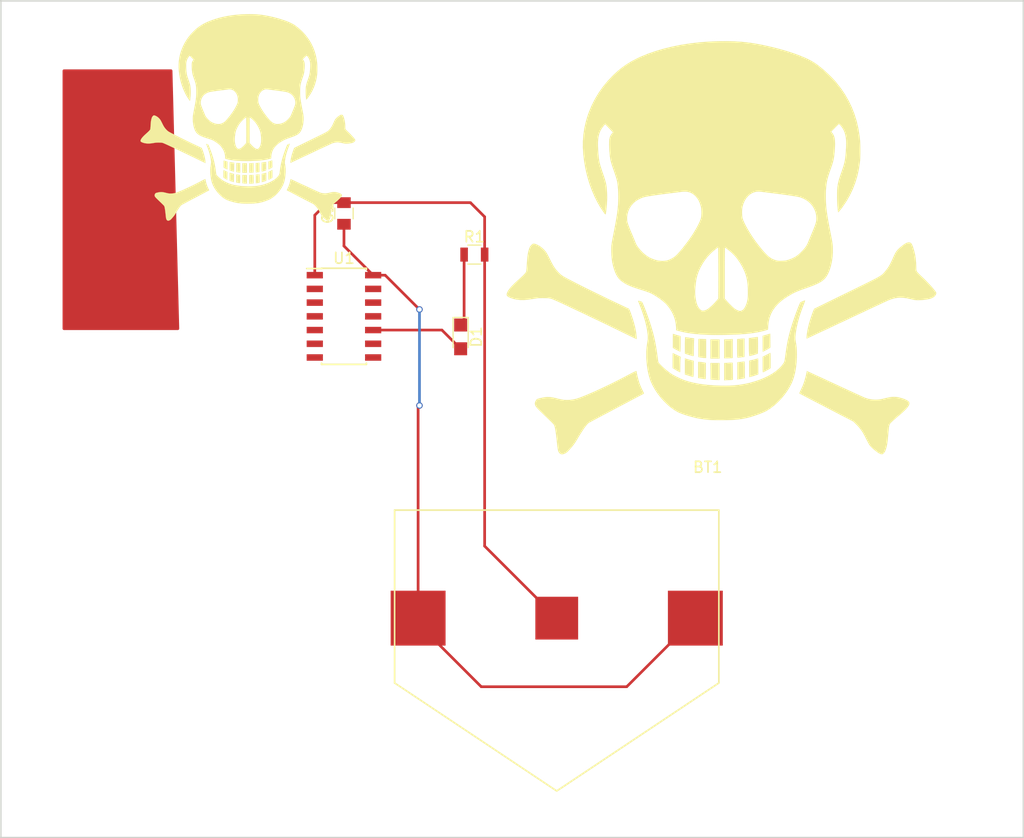
<source format=kicad_pcb>
(kicad_pcb (version 4) (host pcbnew 4.0.7)

  (general
    (links 8)
    (no_connects 0)
    (area 98.349999 67.234999 193.115001 144.855001)
    (thickness 1.6)
    (drawings 4)
    (tracks 25)
    (zones 0)
    (modules 8)
    (nets 16)
  )

  (page A4)
  (layers
    (0 F.Cu signal)
    (31 B.Cu signal)
    (32 B.Adhes user)
    (33 F.Adhes user)
    (34 B.Paste user)
    (35 F.Paste user)
    (36 B.SilkS user)
    (37 F.SilkS user)
    (38 B.Mask user)
    (39 F.Mask user)
    (40 Dwgs.User user)
    (41 Cmts.User user)
    (42 Eco1.User user)
    (43 Eco2.User user)
    (44 Edge.Cuts user)
    (45 Margin user)
    (46 B.CrtYd user)
    (47 F.CrtYd user)
    (48 B.Fab user)
    (49 F.Fab user)
  )

  (setup
    (last_trace_width 0.25)
    (trace_clearance 0.2)
    (zone_clearance 0.508)
    (zone_45_only no)
    (trace_min 0.2)
    (segment_width 0.2)
    (edge_width 0.15)
    (via_size 0.6)
    (via_drill 0.4)
    (via_min_size 0.4)
    (via_min_drill 0.3)
    (uvia_size 0.3)
    (uvia_drill 0.1)
    (uvias_allowed no)
    (uvia_min_size 0.2)
    (uvia_min_drill 0.1)
    (pcb_text_width 0.3)
    (pcb_text_size 1.5 1.5)
    (mod_edge_width 0.15)
    (mod_text_size 1 1)
    (mod_text_width 0.15)
    (pad_size 1.524 1.524)
    (pad_drill 0.762)
    (pad_to_mask_clearance 0.2)
    (aux_axis_origin 0 0)
    (visible_elements FFFFFF7F)
    (pcbplotparams
      (layerselection 0x00030_80000001)
      (usegerberextensions false)
      (excludeedgelayer true)
      (linewidth 0.100000)
      (plotframeref false)
      (viasonmask false)
      (mode 1)
      (useauxorigin false)
      (hpglpennumber 1)
      (hpglpenspeed 20)
      (hpglpendiameter 15)
      (hpglpenoverlay 2)
      (psnegative false)
      (psa4output false)
      (plotreference true)
      (plotvalue true)
      (plotinvisibletext false)
      (padsonsilk false)
      (subtractmaskfromsilk false)
      (outputformat 1)
      (mirror false)
      (drillshape 1)
      (scaleselection 1)
      (outputdirectory ""))
  )

  (net 0 "")
  (net 1 GND)
  (net 2 /VSS)
  (net 3 "Net-(D1-Pad2)")
  (net 4 "Net-(D1-Pad1)")
  (net 5 "Net-(U1-Pad2)")
  (net 6 "Net-(U1-Pad3)")
  (net 7 "Net-(U1-Pad4)")
  (net 8 "Net-(U1-Pad5)")
  (net 9 "Net-(U1-Pad6)")
  (net 10 "Net-(U1-Pad7)")
  (net 11 "Net-(U1-Pad8)")
  (net 12 "Net-(U1-Pad9)")
  (net 13 "Net-(U1-Pad11)")
  (net 14 "Net-(U1-Pad12)")
  (net 15 "Net-(U1-Pad13)")

  (net_class Default "This is the default net class."
    (clearance 0.2)
    (trace_width 0.25)
    (via_dia 0.6)
    (via_drill 0.4)
    (uvia_dia 0.3)
    (uvia_drill 0.1)
    (add_net /VSS)
    (add_net GND)
    (add_net "Net-(D1-Pad1)")
    (add_net "Net-(D1-Pad2)")
    (add_net "Net-(U1-Pad11)")
    (add_net "Net-(U1-Pad12)")
    (add_net "Net-(U1-Pad13)")
    (add_net "Net-(U1-Pad2)")
    (add_net "Net-(U1-Pad3)")
    (add_net "Net-(U1-Pad4)")
    (add_net "Net-(U1-Pad5)")
    (add_net "Net-(U1-Pad6)")
    (add_net "Net-(U1-Pad7)")
    (add_net "Net-(U1-Pad8)")
    (add_net "Net-(U1-Pad9)")
  )

  (module FootprintLibrary:BatteryHolder20mmSMD (layer F.Cu) (tedit 58FDDF8A) (tstamp 5A3C7020)
    (at 149.86 124.46)
    (path /5A3A5F5B)
    (fp_text reference BT1 (at 13.97 -13.97) (layer F.SilkS)
      (effects (font (size 1 1) (thickness 0.15)))
    )
    (fp_text value Battery_Cell (at -10.16 -13.97) (layer F.Fab)
      (effects (font (size 1 1) (thickness 0.15)))
    )
    (fp_line (start -15 6) (end 0 16) (layer F.SilkS) (width 0.15))
    (fp_line (start 15 6) (end 0 16) (layer F.SilkS) (width 0.15))
    (fp_line (start 15 -10) (end 15 6) (layer F.SilkS) (width 0.15))
    (fp_line (start -15 -10) (end 15 -10) (layer F.SilkS) (width 0.15))
    (fp_line (start -15 -10) (end -15 6) (layer F.SilkS) (width 0.15))
    (pad 2 smd rect (at 0 0) (size 3.96 3.96) (layers F.Cu F.Paste F.Mask)
      (net 1 GND))
    (pad 1 smd rect (at -12.825 0) (size 5.08 5.08) (layers F.Cu F.Paste F.Mask)
      (net 2 /VSS))
    (pad 1 smd rect (at 12.825 0) (size 5.08 5.08) (layers F.Cu F.Paste F.Mask)
      (net 2 /VSS))
  )

  (module FootprintLibrary:C_0805 (layer F.Cu) (tedit 58AA8463) (tstamp 5A3C7031)
    (at 130.175 86.995 90)
    (descr "Capacitor SMD 0805, reflow soldering, AVX (see smccp.pdf)")
    (tags "capacitor 0805")
    (path /5A3A5FF7)
    (attr smd)
    (fp_text reference C1 (at 0 -1.5 90) (layer F.SilkS)
      (effects (font (size 1 1) (thickness 0.15)))
    )
    (fp_text value 1uF (at 0 1.75 90) (layer F.Fab)
      (effects (font (size 1 1) (thickness 0.15)))
    )
    (fp_text user %R (at 0 -1.5 90) (layer F.Fab)
      (effects (font (size 1 1) (thickness 0.15)))
    )
    (fp_line (start -1 0.62) (end -1 -0.62) (layer F.Fab) (width 0.1))
    (fp_line (start 1 0.62) (end -1 0.62) (layer F.Fab) (width 0.1))
    (fp_line (start 1 -0.62) (end 1 0.62) (layer F.Fab) (width 0.1))
    (fp_line (start -1 -0.62) (end 1 -0.62) (layer F.Fab) (width 0.1))
    (fp_line (start 0.5 -0.85) (end -0.5 -0.85) (layer F.SilkS) (width 0.12))
    (fp_line (start -0.5 0.85) (end 0.5 0.85) (layer F.SilkS) (width 0.12))
    (fp_line (start -1.75 -0.88) (end 1.75 -0.88) (layer F.CrtYd) (width 0.05))
    (fp_line (start -1.75 -0.88) (end -1.75 0.87) (layer F.CrtYd) (width 0.05))
    (fp_line (start 1.75 0.87) (end 1.75 -0.88) (layer F.CrtYd) (width 0.05))
    (fp_line (start 1.75 0.87) (end -1.75 0.87) (layer F.CrtYd) (width 0.05))
    (pad 1 smd rect (at -1 0 90) (size 1 1.25) (layers F.Cu F.Paste F.Mask)
      (net 2 /VSS))
    (pad 2 smd rect (at 1 0 90) (size 1 1.25) (layers F.Cu F.Paste F.Mask)
      (net 1 GND))
    (model Capacitors_SMD.3dshapes/C_0805.wrl
      (at (xyz 0 0 0))
      (scale (xyz 1 1 1))
      (rotate (xyz 0 0 0))
    )
  )

  (module FootprintLibrary:LED_0805 (layer F.Cu) (tedit 59959803) (tstamp 5A3C7047)
    (at 140.97 98.425 270)
    (descr "LED 0805 smd package")
    (tags "LED led 0805 SMD smd SMT smt smdled SMDLED smtled SMTLED")
    (path /5A3A60C6)
    (attr smd)
    (fp_text reference D1 (at 0 -1.45 270) (layer F.SilkS)
      (effects (font (size 1 1) (thickness 0.15)))
    )
    (fp_text value LED (at 0 1.55 270) (layer F.Fab)
      (effects (font (size 1 1) (thickness 0.15)))
    )
    (fp_line (start -1.8 -0.7) (end -1.8 0.7) (layer F.SilkS) (width 0.12))
    (fp_line (start -0.4 -0.4) (end -0.4 0.4) (layer F.Fab) (width 0.1))
    (fp_line (start -0.4 0) (end 0.2 -0.4) (layer F.Fab) (width 0.1))
    (fp_line (start 0.2 0.4) (end -0.4 0) (layer F.Fab) (width 0.1))
    (fp_line (start 0.2 -0.4) (end 0.2 0.4) (layer F.Fab) (width 0.1))
    (fp_line (start 1 0.6) (end -1 0.6) (layer F.Fab) (width 0.1))
    (fp_line (start 1 -0.6) (end 1 0.6) (layer F.Fab) (width 0.1))
    (fp_line (start -1 -0.6) (end 1 -0.6) (layer F.Fab) (width 0.1))
    (fp_line (start -1 0.6) (end -1 -0.6) (layer F.Fab) (width 0.1))
    (fp_line (start -1.8 0.7) (end 1 0.7) (layer F.SilkS) (width 0.12))
    (fp_line (start -1.8 -0.7) (end 1 -0.7) (layer F.SilkS) (width 0.12))
    (fp_line (start 1.95 -0.85) (end 1.95 0.85) (layer F.CrtYd) (width 0.05))
    (fp_line (start 1.95 0.85) (end -1.95 0.85) (layer F.CrtYd) (width 0.05))
    (fp_line (start -1.95 0.85) (end -1.95 -0.85) (layer F.CrtYd) (width 0.05))
    (fp_line (start -1.95 -0.85) (end 1.95 -0.85) (layer F.CrtYd) (width 0.05))
    (fp_text user %R (at 0 -1.25 270) (layer F.Fab)
      (effects (font (size 0.4 0.4) (thickness 0.1)))
    )
    (pad 2 smd rect (at 1.1 0 90) (size 1.2 1.2) (layers F.Cu F.Paste F.Mask)
      (net 3 "Net-(D1-Pad2)"))
    (pad 1 smd rect (at -1.1 0 90) (size 1.2 1.2) (layers F.Cu F.Paste F.Mask)
      (net 4 "Net-(D1-Pad1)"))
    (model ${KISYS3DMOD}/LEDs.3dshapes/LED_0805.wrl
      (at (xyz 0 0 0))
      (scale (xyz 1 1 1))
      (rotate (xyz 0 0 180))
    )
  )

  (module FootprintLibrary:R_0805 (layer F.Cu) (tedit 58E0A804) (tstamp 5A3C7058)
    (at 142.24 90.805)
    (descr "Resistor SMD 0805, reflow soldering, Vishay (see dcrcw.pdf)")
    (tags "resistor 0805")
    (path /5A3A6070)
    (attr smd)
    (fp_text reference R1 (at 0 -1.65) (layer F.SilkS)
      (effects (font (size 1 1) (thickness 0.15)))
    )
    (fp_text value 1k (at 0 1.75) (layer F.Fab)
      (effects (font (size 1 1) (thickness 0.15)))
    )
    (fp_text user %R (at 0 0) (layer F.Fab)
      (effects (font (size 0.5 0.5) (thickness 0.075)))
    )
    (fp_line (start -1 0.62) (end -1 -0.62) (layer F.Fab) (width 0.1))
    (fp_line (start 1 0.62) (end -1 0.62) (layer F.Fab) (width 0.1))
    (fp_line (start 1 -0.62) (end 1 0.62) (layer F.Fab) (width 0.1))
    (fp_line (start -1 -0.62) (end 1 -0.62) (layer F.Fab) (width 0.1))
    (fp_line (start 0.6 0.88) (end -0.6 0.88) (layer F.SilkS) (width 0.12))
    (fp_line (start -0.6 -0.88) (end 0.6 -0.88) (layer F.SilkS) (width 0.12))
    (fp_line (start -1.55 -0.9) (end 1.55 -0.9) (layer F.CrtYd) (width 0.05))
    (fp_line (start -1.55 -0.9) (end -1.55 0.9) (layer F.CrtYd) (width 0.05))
    (fp_line (start 1.55 0.9) (end 1.55 -0.9) (layer F.CrtYd) (width 0.05))
    (fp_line (start 1.55 0.9) (end -1.55 0.9) (layer F.CrtYd) (width 0.05))
    (pad 1 smd rect (at -0.95 0) (size 0.7 1.3) (layers F.Cu F.Paste F.Mask)
      (net 4 "Net-(D1-Pad1)"))
    (pad 2 smd rect (at 0.95 0) (size 0.7 1.3) (layers F.Cu F.Paste F.Mask)
      (net 1 GND))
    (model ${KISYS3DMOD}/Resistors_SMD.3dshapes/R_0805.wrl
      (at (xyz 0 0 0))
      (scale (xyz 1 1 1))
      (rotate (xyz 0 0 0))
    )
  )

  (module FootprintLibrary:SOIC-14_3.9x8.7mm_Pitch1.27mm (layer F.Cu) (tedit 58CC8F64) (tstamp 5A3C707B)
    (at 130.175 96.52)
    (descr "14-Lead Plastic Small Outline (SL) - Narrow, 3.90 mm Body [SOIC] (see Microchip Packaging Specification 00000049BS.pdf)")
    (tags "SOIC 1.27")
    (path /5A3A5B07)
    (attr smd)
    (fp_text reference U1 (at 0 -5.375) (layer F.SilkS)
      (effects (font (size 1 1) (thickness 0.15)))
    )
    (fp_text value PIC16F15325 (at 0 5.375) (layer F.Fab)
      (effects (font (size 1 1) (thickness 0.15)))
    )
    (fp_text user %R (at 0 0) (layer F.Fab)
      (effects (font (size 0.9 0.9) (thickness 0.135)))
    )
    (fp_line (start -0.95 -4.35) (end 1.95 -4.35) (layer F.Fab) (width 0.15))
    (fp_line (start 1.95 -4.35) (end 1.95 4.35) (layer F.Fab) (width 0.15))
    (fp_line (start 1.95 4.35) (end -1.95 4.35) (layer F.Fab) (width 0.15))
    (fp_line (start -1.95 4.35) (end -1.95 -3.35) (layer F.Fab) (width 0.15))
    (fp_line (start -1.95 -3.35) (end -0.95 -4.35) (layer F.Fab) (width 0.15))
    (fp_line (start -3.7 -4.65) (end -3.7 4.65) (layer F.CrtYd) (width 0.05))
    (fp_line (start 3.7 -4.65) (end 3.7 4.65) (layer F.CrtYd) (width 0.05))
    (fp_line (start -3.7 -4.65) (end 3.7 -4.65) (layer F.CrtYd) (width 0.05))
    (fp_line (start -3.7 4.65) (end 3.7 4.65) (layer F.CrtYd) (width 0.05))
    (fp_line (start -2.075 -4.45) (end -2.075 -4.425) (layer F.SilkS) (width 0.15))
    (fp_line (start 2.075 -4.45) (end 2.075 -4.335) (layer F.SilkS) (width 0.15))
    (fp_line (start 2.075 4.45) (end 2.075 4.335) (layer F.SilkS) (width 0.15))
    (fp_line (start -2.075 4.45) (end -2.075 4.335) (layer F.SilkS) (width 0.15))
    (fp_line (start -2.075 -4.45) (end 2.075 -4.45) (layer F.SilkS) (width 0.15))
    (fp_line (start -2.075 4.45) (end 2.075 4.45) (layer F.SilkS) (width 0.15))
    (fp_line (start -2.075 -4.425) (end -3.45 -4.425) (layer F.SilkS) (width 0.15))
    (pad 1 smd rect (at -2.7 -3.81) (size 1.5 0.6) (layers F.Cu F.Paste F.Mask)
      (net 1 GND))
    (pad 2 smd rect (at -2.7 -2.54) (size 1.5 0.6) (layers F.Cu F.Paste F.Mask)
      (net 5 "Net-(U1-Pad2)"))
    (pad 3 smd rect (at -2.7 -1.27) (size 1.5 0.6) (layers F.Cu F.Paste F.Mask)
      (net 6 "Net-(U1-Pad3)"))
    (pad 4 smd rect (at -2.7 0) (size 1.5 0.6) (layers F.Cu F.Paste F.Mask)
      (net 7 "Net-(U1-Pad4)"))
    (pad 5 smd rect (at -2.7 1.27) (size 1.5 0.6) (layers F.Cu F.Paste F.Mask)
      (net 8 "Net-(U1-Pad5)"))
    (pad 6 smd rect (at -2.7 2.54) (size 1.5 0.6) (layers F.Cu F.Paste F.Mask)
      (net 9 "Net-(U1-Pad6)"))
    (pad 7 smd rect (at -2.7 3.81) (size 1.5 0.6) (layers F.Cu F.Paste F.Mask)
      (net 10 "Net-(U1-Pad7)"))
    (pad 8 smd rect (at 2.7 3.81) (size 1.5 0.6) (layers F.Cu F.Paste F.Mask)
      (net 11 "Net-(U1-Pad8)"))
    (pad 9 smd rect (at 2.7 2.54) (size 1.5 0.6) (layers F.Cu F.Paste F.Mask)
      (net 12 "Net-(U1-Pad9)"))
    (pad 10 smd rect (at 2.7 1.27) (size 1.5 0.6) (layers F.Cu F.Paste F.Mask)
      (net 3 "Net-(D1-Pad2)"))
    (pad 11 smd rect (at 2.7 0) (size 1.5 0.6) (layers F.Cu F.Paste F.Mask)
      (net 13 "Net-(U1-Pad11)"))
    (pad 12 smd rect (at 2.7 -1.27) (size 1.5 0.6) (layers F.Cu F.Paste F.Mask)
      (net 14 "Net-(U1-Pad12)"))
    (pad 13 smd rect (at 2.7 -2.54) (size 1.5 0.6) (layers F.Cu F.Paste F.Mask)
      (net 15 "Net-(U1-Pad13)"))
    (pad 14 smd rect (at 2.7 -3.81) (size 1.5 0.6) (layers F.Cu F.Paste F.Mask)
      (net 2 /VSS))
    (model ${KISYS3DMOD}/Housings_SOIC.3dshapes/SOIC-14_3.9x8.7mm_Pitch1.27mm.wrl
      (at (xyz 0 0 0))
      (scale (xyz 1 1 1))
      (rotate (xyz 0 0 0))
    )
  )

  (module FootprintLibrary:SkullCrossbones1000 (layer F.Cu) (tedit 0) (tstamp 5A3D41E8)
    (at 165.1 90.17)
    (fp_text reference G*** (at 0 0) (layer F.SilkS) hide
      (effects (font (thickness 0.3)))
    )
    (fp_text value LOGO (at 0.75 0) (layer F.SilkS) hide
      (effects (font (thickness 0.3)))
    )
    (fp_poly (pts (xy -7.870811 11.413469) (xy -7.85814 11.454333) (xy -7.843689 11.525605) (xy -7.836682 11.5697)
      (xy -7.81516 11.688829) (xy -7.780987 11.84238) (xy -7.737811 12.016655) (xy -7.689279 12.197962)
      (xy -7.639036 12.372605) (xy -7.59073 12.526889) (xy -7.553707 12.632349) (xy -7.506583 12.749061)
      (xy -7.444511 12.892383) (xy -7.375735 13.043726) (xy -7.311664 13.178069) (xy -7.25649 13.29208)
      (xy -7.211397 13.388448) (xy -7.180207 13.458754) (xy -7.166741 13.494581) (xy -7.166737 13.497352)
      (xy -7.189893 13.509819) (xy -7.255105 13.544517) (xy -7.359519 13.599935) (xy -7.500282 13.674562)
      (xy -7.674538 13.766886) (xy -7.879433 13.875397) (xy -8.112115 13.998583) (xy -8.369727 14.134933)
      (xy -8.649417 14.282936) (xy -8.94833 14.44108) (xy -9.263613 14.607855) (xy -9.59241 14.781749)
      (xy -9.6901 14.83341) (xy -10.024036 15.010098) (xy -10.346411 15.180862) (xy -10.65426 15.344121)
      (xy -10.944616 15.498294) (xy -11.214513 15.641799) (xy -11.460985 15.773055) (xy -11.681066 15.890481)
      (xy -11.87179 15.992495) (xy -12.030191 16.077516) (xy -12.153303 16.143962) (xy -12.23816 16.190253)
      (xy -12.281795 16.214807) (xy -12.285905 16.217356) (xy -12.36484 16.284998) (xy -12.464427 16.395362)
      (xy -12.582707 16.545683) (xy -12.71772 16.733193) (xy -12.867505 16.955126) (xy -13.030103 17.208715)
      (xy -13.203553 17.491193) (xy -13.284981 17.6276) (xy -13.388111 17.800964) (xy -13.473032 17.940434)
      (xy -13.546982 18.056081) (xy -13.617196 18.157981) (xy -13.69091 18.256205) (xy -13.775359 18.360829)
      (xy -13.877779 18.481925) (xy -14.001198 18.624722) (xy -14.110425 18.749022) (xy -14.195695 18.841336)
      (xy -14.265187 18.909024) (xy -14.327078 18.959444) (xy -14.389546 18.999957) (xy -14.45987 19.037472)
      (xy -14.611272 19.101382) (xy -14.736267 19.12656) (xy -14.840983 19.113288) (xy -14.931546 19.06185)
      (xy -14.9345 19.059391) (xy -14.993205 19.004348) (xy -15.041025 18.943825) (xy -15.079964 18.87112)
      (xy -15.112023 18.779529) (xy -15.139204 18.66235) (xy -15.163508 18.512882) (xy -15.186938 18.32442)
      (xy -15.205176 18.153103) (xy -15.243767 17.787167) (xy -15.280308 17.469239) (xy -15.315256 17.196587)
      (xy -15.349066 16.966481) (xy -15.382194 16.776191) (xy -15.415096 16.622985) (xy -15.448228 16.504133)
      (xy -15.482046 16.416904) (xy -15.500847 16.381835) (xy -15.531201 16.344707) (xy -15.594374 16.277006)
      (xy -15.686149 16.182932) (xy -15.802312 16.066688) (xy -15.938647 15.932472) (xy -16.090939 15.784486)
      (xy -16.254974 15.62693) (xy -16.3322 15.553359) (xy -16.538212 15.356945) (xy -16.710132 15.191163)
      (xy -16.851242 15.052235) (xy -16.964819 14.936381) (xy -17.054145 14.839822) (xy -17.122498 14.758781)
      (xy -17.173157 14.689478) (xy -17.209403 14.628134) (xy -17.234515 14.570971) (xy -17.251772 14.51421)
      (xy -17.258128 14.486475) (xy -17.259861 14.369371) (xy -17.223276 14.239476) (xy -17.152659 14.11167)
      (xy -17.148478 14.105832) (xy -17.105607 14.052944) (xy -17.059525 14.016105) (xy -16.995688 13.987066)
      (xy -16.899548 13.957577) (xy -16.875353 13.950951) (xy -16.581511 13.879912) (xy -16.316604 13.836369)
      (xy -16.066907 13.820237) (xy -15.818696 13.831432) (xy -15.558243 13.869871) (xy -15.271825 13.935469)
      (xy -15.250772 13.94099) (xy -15.017581 13.999966) (xy -14.820413 14.043167) (xy -14.647539 14.072143)
      (xy -14.487227 14.088443) (xy -14.327747 14.093618) (xy -14.157368 14.089218) (xy -14.136601 14.088171)
      (xy -13.986143 14.078413) (xy -13.84603 14.064536) (xy -13.710561 14.044806) (xy -13.574033 14.017491)
      (xy -13.430741 13.980858) (xy -13.274984 13.933174) (xy -13.101057 13.872705) (xy -12.903259 13.797718)
      (xy -12.675885 13.706481) (xy -12.413232 13.597261) (xy -12.1412 13.481827) (xy -11.711077 13.293439)
      (xy -11.24349 13.07983) (xy -10.743556 12.843489) (xy -10.216387 12.586907) (xy -9.667098 12.312573)
      (xy -9.100802 12.022976) (xy -8.522614 11.720608) (xy -8.509 11.713409) (xy -8.300447 11.604442)
      (xy -8.13197 11.519337) (xy -8.004437 11.458501) (xy -7.918715 11.422344) (xy -7.875672 11.411272)
      (xy -7.870811 11.413469)) (layer F.SilkS) (width 0.01))
    (fp_poly (pts (xy 7.930625 11.425498) (xy 7.996956 11.455659) (xy 8.103529 11.504524) (xy 8.247429 11.570747)
      (xy 8.425742 11.652981) (xy 8.635551 11.749877) (xy 8.873943 11.86009) (xy 9.138001 11.982271)
      (xy 9.424811 12.115073) (xy 9.731457 12.257149) (xy 10.055025 12.407151) (xy 10.392598 12.563733)
      (xy 10.5029 12.614915) (xy 10.848623 12.775212) (xy 11.184186 12.930535) (xy 11.50639 13.079416)
      (xy 11.812037 13.220388) (xy 12.097928 13.351987) (xy 12.360864 13.472743) (xy 12.597648 13.581193)
      (xy 12.80508 13.675867) (xy 12.979963 13.755301) (xy 13.119097 13.818026) (xy 13.219285 13.862578)
      (xy 13.277328 13.887489) (xy 13.2842 13.890217) (xy 13.582204 13.985286) (xy 13.889573 14.043421)
      (xy 14.124311 14.064399) (xy 14.301116 14.068563) (xy 14.474507 14.06055) (xy 14.656328 14.038832)
      (xy 14.858423 14.001882) (xy 15.092634 13.948171) (xy 15.164525 13.930188) (xy 15.417528 13.870215)
      (xy 15.634738 13.829319) (xy 15.827233 13.806976) (xy 16.00609 13.802666) (xy 16.182383 13.815868)
      (xy 16.36719 13.84606) (xy 16.4719 13.868662) (xy 16.697509 13.929004) (xy 16.902336 14.000238)
      (xy 17.079771 14.079218) (xy 17.223203 14.162799) (xy 17.32602 14.247835) (xy 17.361469 14.291934)
      (xy 17.392043 14.375265) (xy 17.384264 14.475035) (xy 17.337275 14.59239) (xy 17.250221 14.728474)
      (xy 17.122247 14.884434) (xy 16.952495 15.061416) (xy 16.74011 15.260565) (xy 16.484236 15.483027)
      (xy 16.450347 15.511529) (xy 16.223046 15.703547) (xy 16.03362 15.866911) (xy 15.879642 16.00389)
      (xy 15.758683 16.116752) (xy 15.668315 16.207768) (xy 15.606111 16.279206) (xy 15.569642 16.333335)
      (xy 15.568383 16.33576) (xy 15.548911 16.379511) (xy 15.531618 16.43278) (xy 15.515739 16.501007)
      (xy 15.500509 16.589629) (xy 15.485161 16.704083) (xy 15.468931 16.849809) (xy 15.451054 17.032244)
      (xy 15.430763 17.256825) (xy 15.417882 17.405111) (xy 15.394453 17.663825) (xy 15.37185 17.880245)
      (xy 15.348669 18.062828) (xy 15.323509 18.22003) (xy 15.294966 18.360308) (xy 15.261638 18.49212)
      (xy 15.222122 18.623922) (xy 15.209051 18.664121) (xy 15.163702 18.790954) (xy 15.120612 18.883427)
      (xy 15.071535 18.956884) (xy 15.021351 19.013371) (xy 14.938235 19.087145) (xy 14.862411 19.121273)
      (xy 14.778823 19.118275) (xy 14.672414 19.080671) (xy 14.657935 19.074197) (xy 14.544912 19.012087)
      (xy 14.408587 18.920362) (xy 14.259172 18.807587) (xy 14.106876 18.682325) (xy 13.96191 18.553141)
      (xy 13.834484 18.428599) (xy 13.734808 18.317263) (xy 13.69898 18.269822) (xy 13.65668 18.202079)
      (xy 13.597513 18.098004) (xy 13.526586 17.967065) (xy 13.449007 17.818731) (xy 13.369883 17.662472)
      (xy 13.352592 17.6276) (xy 13.217286 17.363063) (xy 13.090177 17.13678) (xy 12.964208 16.938544)
      (xy 12.832323 16.758153) (xy 12.687466 16.585402) (xy 12.52258 16.410088) (xy 12.483351 16.370595)
      (xy 12.203202 16.0909) (xy 9.714751 14.799083) (xy 9.383401 14.627004) (xy 9.06465 14.461335)
      (xy 8.7614 14.303593) (xy 8.476554 14.155294) (xy 8.213016 14.017953) (xy 7.973689 13.893086)
      (xy 7.761476 13.782209) (xy 7.579279 13.686839) (xy 7.430002 13.60849) (xy 7.316549 13.548679)
      (xy 7.241821 13.508922) (xy 7.208722 13.490734) (xy 7.207365 13.489829) (xy 7.21159 13.462316)
      (xy 7.235618 13.397775) (xy 7.276006 13.304347) (xy 7.329312 13.190173) (xy 7.364647 13.117945)
      (xy 7.525088 12.764374) (xy 7.658427 12.400484) (xy 7.769888 12.011077) (xy 7.822564 11.786014)
      (xy 7.850967 11.656973) (xy 7.87559 11.547338) (xy 7.894436 11.465829) (xy 7.905505 11.421169)
      (xy 7.907452 11.41539) (xy 7.930625 11.425498)) (layer F.SilkS) (width 0.01))
    (fp_poly (pts (xy 7.735994 4.899287) (xy 7.71961 4.964117) (xy 7.684804 5.067335) (xy 7.632821 5.204991)
      (xy 7.614448 5.25145) (xy 7.38795 5.851694) (xy 7.200288 6.420049) (xy 7.051292 6.957166)
      (xy 6.940791 7.4637) (xy 6.868616 7.940303) (xy 6.844183 8.2042) (xy 6.838182 8.34756)
      (xy 6.84335 8.476096) (xy 6.861359 8.614078) (xy 6.87916 8.7122) (xy 6.933068 9.045289)
      (xy 6.966684 9.389402) (xy 6.980847 9.756862) (xy 6.976839 10.145744) (xy 6.946226 10.667542)
      (xy 6.887407 11.159449) (xy 6.801034 11.618267) (xy 6.687762 12.040801) (xy 6.548241 12.423855)
      (xy 6.48079 12.574689) (xy 6.284461 12.945606) (xy 6.052102 13.311665) (xy 5.789355 13.666912)
      (xy 5.50186 14.005393) (xy 5.195258 14.321153) (xy 4.875191 14.60824) (xy 4.5473 14.860698)
      (xy 4.217225 15.072574) (xy 4.009407 15.183168) (xy 3.807041 15.2749) (xy 3.563386 15.373496)
      (xy 3.286933 15.475678) (xy 2.986172 15.578171) (xy 2.9845 15.578719) (xy 2.694198 15.668582)
      (xy 2.412974 15.744146) (xy 2.132976 15.806505) (xy 1.846352 15.856753) (xy 1.545251 15.895985)
      (xy 1.22182 15.925294) (xy 0.868208 15.945775) (xy 0.476564 15.958523) (xy 0.2286 15.962808)
      (xy 0.010816 15.964663) (xy -0.209265 15.964911) (xy -0.421417 15.963658) (xy -0.615415 15.961009)
      (xy -0.781033 15.95707) (xy -0.908045 15.951948) (xy -0.9271 15.950841) (xy -1.218628 15.928498)
      (xy -1.514506 15.898024) (xy -1.799246 15.861324) (xy -2.057359 15.820304) (xy -2.1844 15.796176)
      (xy -2.422975 15.743401) (xy -2.676237 15.680096) (xy -2.935046 15.609092) (xy -3.190259 15.533221)
      (xy -3.432734 15.455315) (xy -3.653328 15.378206) (xy -3.8429 15.304726) (xy -3.992307 15.237707)
      (xy -4.0005 15.233597) (xy -4.339096 15.038413) (xy -4.67579 14.798704) (xy -5.005304 14.520631)
      (xy -5.322357 14.210356) (xy -5.621668 13.87404) (xy -5.897957 13.517846) (xy -6.145944 13.147935)
      (xy -6.360349 12.770469) (xy -6.535892 12.391609) (xy -6.614559 12.183147) (xy -6.725771 11.810595)
      (xy -6.816126 11.403496) (xy -6.884802 10.972807) (xy -6.930976 10.529487) (xy -6.953824 10.084492)
      (xy -6.952522 9.648779) (xy -6.926248 9.233306) (xy -6.874178 8.849031) (xy -6.867721 8.813807)
      (xy -6.833169 8.604441) (xy -6.815246 8.421768) (xy -6.813031 8.24481) (xy -6.825606 8.052586)
      (xy -6.831698 7.992743) (xy -6.883622 7.61162) (xy -6.959021 7.217874) (xy -7.059384 6.805939)
      (xy -7.186198 6.370248) (xy -7.340952 5.905237) (xy -7.520833 5.416556) (xy -7.573036 5.281616)
      (xy -7.620823 5.160345) (xy -7.660457 5.06205) (xy -7.688205 4.99604) (xy -7.697953 4.975125)
      (xy -7.714956 4.930123) (xy -7.713392 4.910924) (xy -7.684877 4.911676) (xy -7.620968 4.925029)
      (xy -7.534684 4.948192) (xy -7.521655 4.95203) (xy -7.428298 4.981408) (xy -7.37015 5.007543)
      (xy -7.333441 5.040679) (xy -7.304402 5.091057) (xy -7.288738 5.125281) (xy -7.216482 5.293676)
      (xy -7.13259 5.500193) (xy -7.040908 5.734571) (xy -6.945282 5.986546) (xy -6.849559 6.245857)
      (xy -6.757583 6.502243) (xy -6.6732 6.745442) (xy -6.606899 6.944648) (xy -6.477948 7.353987)
      (xy -6.366078 7.736698) (xy -6.268647 8.104496) (xy -6.183011 8.469093) (xy -6.106529 8.842199)
      (xy -6.036559 9.235528) (xy -5.970458 9.660792) (xy -5.930868 9.941177) (xy -5.840992 10.598654)
      (xy -5.740151 10.719098) (xy -5.581581 10.892791) (xy -5.388511 11.078942) (xy -5.172239 11.268029)
      (xy -4.944063 11.450534) (xy -4.715284 11.616934) (xy -4.5339 11.735463) (xy -4.384113 11.821474)
      (xy -4.200893 11.917242) (xy -3.998733 12.015966) (xy -3.792127 12.110846) (xy -3.595567 12.195081)
      (xy -3.423547 12.261871) (xy -3.3782 12.277724) (xy -2.982595 12.398918) (xy -2.56529 12.501892)
      (xy -2.120861 12.587556) (xy -1.643883 12.656819) (xy -1.128933 12.710592) (xy -0.570587 12.749782)
      (xy -0.5588 12.750431) (xy 0.048712 12.772657) (xy 0.618344 12.769984) (xy 1.156891 12.7417)
      (xy 1.671145 12.687094) (xy 2.167898 12.605454) (xy 2.653944 12.496068) (xy 3.1115 12.365948)
      (xy 3.561263 12.211095) (xy 3.981957 12.037583) (xy 4.370592 11.847334) (xy 4.724181 11.642268)
      (xy 5.039735 11.424308) (xy 5.314264 11.195375) (xy 5.544782 10.957391) (xy 5.728299 10.712278)
      (xy 5.75824 10.664005) (xy 5.786745 10.613583) (xy 5.809537 10.563484) (xy 5.828565 10.505241)
      (xy 5.845778 10.430384) (xy 5.863124 10.330444) (xy 5.882552 10.196955) (xy 5.905889 10.022375)
      (xy 5.963367 9.601529) (xy 6.020803 9.221351) (xy 6.080488 8.871765) (xy 6.144712 8.542694)
      (xy 6.215767 8.22406) (xy 6.295944 7.905786) (xy 6.387534 7.577794) (xy 6.492828 7.230007)
      (xy 6.614117 6.852349) (xy 6.654205 6.731) (xy 6.722008 6.530883) (xy 6.795018 6.322479)
      (xy 6.87093 6.111753) (xy 6.947443 5.904665) (xy 7.022255 5.70718) (xy 7.093062 5.525259)
      (xy 7.157562 5.364866) (xy 7.213452 5.231964) (xy 7.258429 5.132516) (xy 7.290192 5.072484)
      (xy 7.299471 5.060009) (xy 7.337803 5.035332) (xy 7.409002 4.999971) (xy 7.49818 4.960221)
      (xy 7.590451 4.922377) (xy 7.67093 4.892734) (xy 7.724731 4.877587) (xy 7.732706 4.8768)
      (xy 7.735994 4.899287)) (layer F.SilkS) (width 0.01))
    (fp_poly (pts (xy 1.052722 11.420132) (xy 1.056671 11.614192) (xy 1.058971 11.791898) (xy 1.059644 11.946889)
      (xy 1.058712 12.072802) (xy 1.056197 12.163276) (xy 1.05212 12.211949) (xy 1.049997 12.21835)
      (xy 1.018381 12.226666) (xy 0.945345 12.23589) (xy 0.84024 12.245134) (xy 0.712413 12.25351)
      (xy 0.64135 12.257167) (xy 0.254 12.275298) (xy 0.254 10.675454) (xy 0.448332 10.659027)
      (xy 0.580404 10.650366) (xy 0.727798 10.644414) (xy 0.838407 10.6426) (xy 1.034151 10.6426)
      (xy 1.052722 11.420132)) (layer F.SilkS) (width 0.01))
    (fp_poly (pts (xy -0.1778 12.2428) (xy -0.38735 12.238142) (xy -0.522926 12.233736) (xy -0.673343 12.226752)
      (xy -0.8001 12.219092) (xy -1.0033 12.2047) (xy -1.010023 11.43635) (xy -1.016745 10.668)
      (xy -0.1778 10.668) (xy -0.1778 12.2428)) (layer F.SilkS) (width 0.01))
    (fp_poly (pts (xy 2.143695 10.639634) (xy 2.14786 10.695231) (xy 2.151594 10.793417) (xy 2.154735 10.925979)
      (xy 2.157121 11.084707) (xy 2.158591 11.261387) (xy 2.159 11.416964) (xy 2.159 12.082639)
      (xy 1.89865 12.126519) (xy 1.779701 12.146539) (xy 1.670926 12.164799) (xy 1.587608 12.178734)
      (xy 1.55575 12.184026) (xy 1.4732 12.197653) (xy 1.4732 10.600694) (xy 1.800795 10.564335)
      (xy 2.128391 10.527977) (xy 2.143695 10.639634)) (layer F.SilkS) (width 0.01))
    (fp_poly (pts (xy -2.04967 10.565352) (xy -1.954189 10.575116) (xy -1.843014 10.588716) (xy -1.727606 10.604599)
      (xy -1.619429 10.621209) (xy -1.529946 10.636989) (xy -1.470619 10.650385) (xy -1.452871 10.657849)
      (xy -1.448596 10.688175) (xy -1.445194 10.762748) (xy -1.442753 10.875021) (xy -1.441362 11.018448)
      (xy -1.441108 11.186481) (xy -1.44208 11.372573) (xy -1.44255 11.42365) (xy -1.445349 11.650134)
      (xy -1.448844 11.829747) (xy -1.453236 11.966414) (xy -1.458728 12.064062) (xy -1.465522 12.126617)
      (xy -1.47382 12.158005) (xy -1.48065 12.163533) (xy -1.520914 12.158327) (xy -1.593847 12.147981)
      (xy -1.6637 12.137699) (xy -1.775548 12.120718) (xy -1.90381 12.100856) (xy -1.98755 12.087671)
      (xy -2.159 12.06041) (xy -2.159 11.317638) (xy -2.158629 11.128596) (xy -2.157577 10.956522)
      (xy -2.155942 10.807832) (xy -2.15382 10.688944) (xy -2.151307 10.606273) (xy -2.148499 10.566237)
      (xy -2.147695 10.563561) (xy -2.117993 10.560982) (xy -2.04967 10.565352)) (layer F.SilkS) (width 0.01))
    (fp_poly (pts (xy 3.390332 10.256799) (xy 3.393736 10.284641) (xy 3.396817 10.356775) (xy 3.399458 10.466694)
      (xy 3.401543 10.607891) (xy 3.402956 10.773859) (xy 3.40358 10.958091) (xy 3.4036 10.998037)
      (xy 3.4036 11.726007) (xy 3.20675 11.79402) (xy 3.062648 11.842202) (xy 2.923211 11.88594)
      (xy 2.796868 11.922889) (xy 2.692048 11.950704) (xy 2.617182 11.967039) (xy 2.580698 11.969551)
      (xy 2.579088 11.968622) (xy 2.575633 11.940711) (xy 2.572498 11.868398) (xy 2.569798 11.75808)
      (xy 2.567646 11.616154) (xy 2.566157 11.449017) (xy 2.565445 11.263068) (xy 2.5654 11.201826)
      (xy 2.5654 10.448719) (xy 2.73685 10.415211) (xy 2.842704 10.391874) (xy 2.973455 10.359276)
      (xy 3.105533 10.323374) (xy 3.142682 10.312617) (xy 3.244487 10.28428) (xy 3.326909 10.264476)
      (xy 3.378701 10.25574) (xy 3.390332 10.256799)) (layer F.SilkS) (width 0.01))
    (fp_poly (pts (xy -3.280521 10.272916) (xy -3.213111 10.294377) (xy -3.110937 10.324216) (xy -2.988509 10.358453)
      (xy -2.860335 10.393109) (xy -2.740926 10.424203) (xy -2.644791 10.447754) (xy -2.634868 10.45003)
      (xy -2.564635 10.465959) (xy -2.571368 11.207991) (xy -2.573497 11.426835) (xy -2.575961 11.599944)
      (xy -2.579496 11.732379) (xy -2.584841 11.829202) (xy -2.592734 11.895476) (xy -2.603911 11.936264)
      (xy -2.619111 11.956628) (xy -2.639072 11.961629) (xy -2.664531 11.956331) (xy -2.6797 11.951352)
      (xy -2.712119 11.941001) (xy -2.783433 11.918589) (xy -2.884025 11.887126) (xy -3.004278 11.849625)
      (xy -3.04165 11.837989) (xy -3.3782 11.733249) (xy -3.3782 10.238453) (xy -3.280521 10.272916)) (layer F.SilkS) (width 0.01))
    (fp_poly (pts (xy -4.45628 9.773405) (xy -4.386374 9.805403) (xy -4.288684 9.851252) (xy -4.172162 9.906775)
      (xy -4.11815 9.93275) (xy -3.7786 10.0965) (xy -3.7943 10.437066) (xy -3.800394 10.598962)
      (xy -3.805384 10.788144) (xy -3.808758 10.981101) (xy -3.81 11.15432) (xy -3.81 11.154616)
      (xy -3.81121 11.286452) (xy -3.814539 11.398169) (xy -3.819544 11.480941) (xy -3.825778 11.525945)
      (xy -3.82905 11.531541) (xy -3.858061 11.519802) (xy -3.920584 11.488275) (xy -4.006051 11.442417)
      (xy -4.064 11.410262) (xy -4.174866 11.346336) (xy -4.284616 11.280238) (xy -4.374979 11.223061)
      (xy -4.40055 11.2059) (xy -4.5212 11.122759) (xy -4.5212 10.436317) (xy -4.520716 10.223554)
      (xy -4.519123 10.057065) (xy -4.516207 9.932331) (xy -4.511759 9.844832) (xy -4.505564 9.790052)
      (xy -4.497413 9.76347) (xy -4.48945 9.759437) (xy -4.45628 9.773405)) (layer F.SilkS) (width 0.01))
    (fp_poly (pts (xy 4.532479 9.755103) (xy 4.536935 9.821439) (xy 4.540746 9.925933) (xy 4.543739 10.062265)
      (xy 4.545742 10.224115) (xy 4.546584 10.405162) (xy 4.5466 10.433908) (xy 4.5466 11.143849)
      (xy 4.445205 11.210948) (xy 4.37243 11.256164) (xy 4.27807 11.310692) (xy 4.172518 11.369028)
      (xy 4.066165 11.42567) (xy 3.969404 11.475116) (xy 3.892627 11.511862) (xy 3.846226 11.530407)
      (xy 3.839637 11.5316) (xy 3.830347 11.517072) (xy 3.823 11.47109) (xy 3.817448 11.390051)
      (xy 3.813543 11.270353) (xy 3.811136 11.108396) (xy 3.810078 10.900577) (xy 3.81 10.811925)
      (xy 3.81 10.092251) (xy 4.15925 9.917388) (xy 4.281254 9.856319) (xy 4.387222 9.803307)
      (xy 4.468826 9.762516) (xy 4.517738 9.73811) (xy 4.52755 9.733246) (xy 4.532479 9.755103)) (layer F.SilkS) (width 0.01))
    (fp_poly (pts (xy -0.1778 10.2616) (xy -1.016 10.2616) (xy -1.016 8.4836) (xy -0.1778 8.4836)
      (xy -0.1778 10.2616)) (layer F.SilkS) (width 0.01))
    (fp_poly (pts (xy 1.0414 10.203895) (xy 0.923554 10.220047) (xy 0.847632 10.226881) (xy 0.738015 10.232283)
      (xy 0.611807 10.235551) (xy 0.529854 10.2362) (xy 0.254 10.2362) (xy 0.254 8.4836)
      (xy 0.491574 8.4836) (xy 0.619983 8.481718) (xy 0.750919 8.476719) (xy 0.861036 8.469569)
      (xy 0.885274 8.467281) (xy 1.0414 8.450963) (xy 1.0414 10.203895)) (layer F.SilkS) (width 0.01))
    (fp_poly (pts (xy -2.027016 8.437469) (xy -1.926805 8.440517) (xy -1.804468 8.445826) (xy -1.768003 8.447663)
      (xy -1.4224 8.465588) (xy -1.4224 10.2108) (xy -1.53035 10.20807) (xy -1.604762 10.20309)
      (xy -1.710798 10.192134) (xy -1.829914 10.17721) (xy -1.876844 10.17061) (xy -1.980943 10.154572)
      (xy -2.064383 10.140056) (xy -2.115574 10.129164) (xy -2.125834 10.125432) (xy -2.128371 10.09847)
      (xy -2.130433 10.027993) (xy -2.132035 9.921284) (xy -2.133189 9.785625) (xy -2.133907 9.628299)
      (xy -2.134201 9.456589) (xy -2.134085 9.277778) (xy -2.133569 9.099148) (xy -2.132668 8.927982)
      (xy -2.131393 8.771562) (xy -2.129757 8.637172) (xy -2.127773 8.532093) (xy -2.125452 8.46361)
      (xy -2.122947 8.43908) (xy -2.095574 8.436913) (xy -2.027016 8.437469)) (layer F.SilkS) (width 0.01))
    (fp_poly (pts (xy 2.1336 9.256264) (xy 2.133418 9.458674) (xy 2.132901 9.643937) (xy 2.132094 9.806182)
      (xy 2.13104 9.93954) (xy 2.129782 10.038139) (xy 2.128364 10.096111) (xy 2.12725 10.109402)
      (xy 2.101108 10.112436) (xy 2.034551 10.120551) (xy 1.937569 10.13252) (xy 1.820152 10.147117)
      (xy 1.817065 10.147502) (xy 1.698081 10.162183) (xy 1.598108 10.174215) (xy 1.527573 10.182365)
      (xy 1.496905 10.185399) (xy 1.496833 10.1854) (xy 1.485878 10.162358) (xy 1.473672 10.102331)
      (xy 1.464118 10.029274) (xy 1.459775 9.962173) (xy 1.455868 9.852765) (xy 1.452556 9.709541)
      (xy 1.45 9.540993) (xy 1.448361 9.355614) (xy 1.4478 9.166824) (xy 1.4478 8.460501)
      (xy 1.53035 8.447733) (xy 1.591068 8.440719) (xy 1.686938 8.432283) (xy 1.802382 8.423723)
      (xy 1.87325 8.419147) (xy 2.1336 8.403328) (xy 2.1336 9.256264)) (layer F.SilkS) (width 0.01))
    (fp_poly (pts (xy -3.328707 8.282862) (xy -3.256905 8.291961) (xy -3.152681 8.305841) (xy -3.02497 8.32332)
      (xy -2.936129 8.335696) (xy -2.532158 8.392338) (xy -2.548779 9.000882) (xy -2.553596 9.186349)
      (xy -2.557864 9.368179) (xy -2.561371 9.535812) (xy -2.563901 9.678687) (xy -2.565242 9.786246)
      (xy -2.5654 9.821213) (xy -2.566626 9.925671) (xy -2.571668 9.989037) (xy -2.582571 10.020989)
      (xy -2.601382 10.031203) (xy -2.60985 10.031446) (xy -2.650747 10.023831) (xy -2.728831 10.004278)
      (xy -2.832733 9.975782) (xy -2.9464 9.94274) (xy -3.067882 9.905849) (xy -3.177551 9.871376)
      (xy -3.262724 9.843379) (xy -3.30835 9.826912) (xy -3.3782 9.798236) (xy -3.3782 9.039318)
      (xy -3.377589 8.848795) (xy -3.375858 8.675747) (xy -3.373164 8.526401) (xy -3.369664 8.406986)
      (xy -3.365512 8.323731) (xy -3.360867 8.282863) (xy -3.35915 8.279726) (xy -3.328707 8.282862)) (layer F.SilkS) (width 0.01))
    (fp_poly (pts (xy 3.371093 8.290415) (xy 3.374803 8.362878) (xy 3.37775 8.470669) (xy 3.379939 8.606099)
      (xy 3.381376 8.761476) (xy 3.382066 8.929108) (xy 3.382014 9.101304) (xy 3.381227 9.270373)
      (xy 3.379709 9.428623) (xy 3.377467 9.568362) (xy 3.374506 9.6819) (xy 3.370831 9.761545)
      (xy 3.366448 9.799606) (xy 3.3655 9.801539) (xy 3.330648 9.819194) (xy 3.257811 9.845905)
      (xy 3.158244 9.878228) (xy 3.043198 9.912717) (xy 2.923927 9.945926) (xy 2.811685 9.97441)
      (xy 2.7686 9.9843) (xy 2.690104 10.002281) (xy 2.628186 10.017672) (xy 2.61362 10.021746)
      (xy 2.592097 10.020248) (xy 2.577173 9.994267) (xy 2.56606 9.934898) (xy 2.55647 9.839182)
      (xy 2.551826 9.758217) (xy 2.547695 9.6363) (xy 2.544272 9.483281) (xy 2.541749 9.309007)
      (xy 2.540322 9.123327) (xy 2.540072 9.006817) (xy 2.540144 8.3693) (xy 2.95033 8.311774)
      (xy 3.088129 8.292889) (xy 3.206969 8.277441) (xy 3.298353 8.266466) (xy 3.353782 8.261001)
      (xy 3.366613 8.260974) (xy 3.371093 8.290415)) (layer F.SilkS) (width 0.01))
    (fp_poly (pts (xy -4.452872 7.982781) (xy -4.387932 8.001861) (xy -4.299592 8.02914) (xy -4.27239 8.037735)
      (xy -4.154639 8.074432) (xy -4.03258 8.111375) (xy -3.932265 8.14068) (xy -3.93065 8.141137)
      (xy -3.7846 8.182404) (xy -3.7846 8.904502) (xy -3.785242 9.09007) (xy -3.787056 9.257931)
      (xy -3.789873 9.401715) (xy -3.793525 9.515054) (xy -3.797845 9.591579) (xy -3.802663 9.624921)
      (xy -3.80365 9.625848) (xy -3.832732 9.614721) (xy -3.897065 9.585115) (xy -3.9867 9.541732)
      (xy -4.0767 9.496854) (xy -4.189048 9.439304) (xy -4.292919 9.384627) (xy -4.374796 9.340017)
      (xy -4.41325 9.317734) (xy -4.4958 9.266856) (xy -4.4958 8.621228) (xy -4.495279 8.446142)
      (xy -4.493812 8.289091) (xy -4.491544 8.156817) (xy -4.48862 8.056067) (xy -4.485185 7.993585)
      (xy -4.48194 7.9756) (xy -4.452872 7.982781)) (layer F.SilkS) (width 0.01))
    (fp_poly (pts (xy 4.512436 7.983576) (xy 4.514437 8.05317) (xy 4.516835 8.15981) (xy 4.519486 8.296624)
      (xy 4.522246 8.456735) (xy 4.524441 8.597443) (xy 4.5339 9.231987) (xy 4.4069 9.315458)
      (xy 4.340688 9.356294) (xy 4.25166 9.407624) (xy 4.150324 9.463828) (xy 4.047191 9.519284)
      (xy 3.952773 9.568374) (xy 3.877579 9.605477) (xy 3.83212 9.624973) (xy 3.825015 9.6266)
      (xy 3.821189 9.602253) (xy 3.817723 9.533426) (xy 3.814745 9.426437) (xy 3.812385 9.287604)
      (xy 3.810771 9.123248) (xy 3.810032 8.939686) (xy 3.81 8.890979) (xy 3.81 8.155358)
      (xy 3.91795 8.127645) (xy 3.990593 8.107778) (xy 4.094256 8.077902) (xy 4.21145 8.043098)
      (xy 4.266437 8.02642) (xy 4.368339 7.995861) (xy 4.449694 7.972573) (xy 4.499962 7.959509)
      (xy 4.510978 7.957903) (xy 4.512436 7.983576)) (layer F.SilkS) (width 0.01))
    (fp_poly (pts (xy -17.211392 -0.34914) (xy -17.095075 -0.305161) (xy -16.857188 -0.183265) (xy -16.627222 -0.020327)
      (xy -16.416581 0.174017) (xy -16.236672 0.390128) (xy -16.188258 0.461063) (xy -16.140851 0.540393)
      (xy -16.077635 0.654925) (xy -16.00432 0.793843) (xy -15.926617 0.946331) (xy -15.851283 1.099398)
      (xy -15.723177 1.357004) (xy -15.605504 1.5752) (xy -15.492433 1.762703) (xy -15.378132 1.928228)
      (xy -15.256768 2.080492) (xy -15.122509 2.228211) (xy -15.040261 2.311464) (xy -14.947238 2.402427)
      (xy -14.86947 2.474782) (xy -14.797696 2.535028) (xy -14.722653 2.589661) (xy -14.635079 2.645181)
      (xy -14.525714 2.708084) (xy -14.385296 2.784869) (xy -14.3002 2.830683) (xy -14.160337 2.90509)
      (xy -13.984847 2.997288) (xy -13.783476 3.102225) (xy -13.56597 3.214845) (xy -13.342075 3.330097)
      (xy -13.121537 3.442926) (xy -13.010103 3.499631) (xy -12.85018 3.580246) (xy -12.661324 3.674433)
      (xy -12.447312 3.780373) (xy -12.211918 3.896248) (xy -11.958917 4.020239) (xy -11.692086 4.150529)
      (xy -11.415198 4.285299) (xy -11.13203 4.42273) (xy -10.846355 4.561005) (xy -10.561951 4.698305)
      (xy -10.282591 4.832811) (xy -10.012052 4.962706) (xy -9.754107 5.086172) (xy -9.512533 5.201389)
      (xy -9.291105 5.306539) (xy -9.093597 5.399805) (xy -8.923786 5.479367) (xy -8.785446 5.543408)
      (xy -8.682352 5.59011) (xy -8.61828 5.617653) (xy -8.598114 5.624643) (xy -8.573766 5.637063)
      (xy -8.545782 5.671818) (xy -8.512502 5.732861) (xy -8.472261 5.824147) (xy -8.423398 5.949631)
      (xy -8.364251 6.113269) (xy -8.293156 6.319014) (xy -8.239819 6.477) (xy -8.102404 6.919112)
      (xy -7.991517 7.345106) (xy -7.911755 7.7343) (xy -7.892492 7.8596) (xy -7.876188 7.993028)
      (xy -7.863464 8.125235) (xy -7.854941 8.246876) (xy -7.851239 8.348602) (xy -7.852979 8.421067)
      (xy -7.860782 8.454923) (xy -7.863814 8.456254) (xy -7.891425 8.444951) (xy -7.958935 8.413826)
      (xy -8.060708 8.365579) (xy -8.191107 8.302912) (xy -8.344497 8.228527) (xy -8.515243 8.145125)
      (xy -8.6106 8.098311) (xy -9.036174 7.88976) (xy -9.501585 7.66304) (xy -10.000507 7.42118)
      (xy -10.526612 7.167212) (xy -11.073573 6.904166) (xy -11.635063 6.635072) (xy -12.204756 6.362961)
      (xy -12.776324 6.090864) (xy -13.343439 5.821812) (xy -13.899776 5.558835) (xy -14.439006 5.304963)
      (xy -14.605 5.22704) (xy -14.915447 5.082522) (xy -15.181013 4.961276) (xy -15.401924 4.863206)
      (xy -15.578406 4.788213) (xy -15.710684 4.7362) (xy -15.798982 4.707069) (xy -15.8115 4.703954)
      (xy -15.903611 4.687421) (xy -16.018625 4.675446) (xy -16.164107 4.667571) (xy -16.347621 4.663335)
      (xy -16.4973 4.662301) (xy -16.68096 4.662549) (xy -16.828507 4.665045) (xy -16.954624 4.671056)
      (xy -17.073987 4.681848) (xy -17.201278 4.698689) (xy -17.351175 4.722844) (xy -17.5006 4.748883)
      (xy -17.906614 4.808747) (xy -18.278021 4.837573) (xy -18.620636 4.835091) (xy -18.940272 4.801032)
      (xy -19.242744 4.735129) (xy -19.481343 4.6574) (xy -19.644545 4.588835) (xy -19.760947 4.521156)
      (xy -19.834271 4.449914) (xy -19.868236 4.370662) (xy -19.866562 4.27895) (xy -19.850119 4.216455)
      (xy -19.787624 4.069974) (xy -19.692679 3.911753) (xy -19.563131 3.739225) (xy -19.396827 3.549826)
      (xy -19.191615 3.340989) (xy -18.945343 3.11015) (xy -18.849844 3.024391) (xy -18.637041 2.832827)
      (xy -18.461821 2.669796) (xy -18.321672 2.532638) (xy -18.214078 2.418697) (xy -18.136525 2.325315)
      (xy -18.0865 2.249834) (xy -18.061985 2.191536) (xy -18.052795 2.136626) (xy -18.042132 2.040597)
      (xy -18.03084 1.913076) (xy -18.019764 1.76369) (xy -18.009751 1.602068) (xy -18.008944 1.5875)
      (xy -17.989949 1.279001) (xy -17.968751 1.014248) (xy -17.944322 0.786197) (xy -17.915636 0.587809)
      (xy -17.881663 0.41204) (xy -17.841377 0.251849) (xy -17.79375 0.100195) (xy -17.790544 0.090949)
      (xy -17.75549 -0.004351) (xy -17.721954 -0.076321) (xy -17.680073 -0.14063) (xy -17.619985 -0.212946)
      (xy -17.553427 -0.28575) (xy -17.484614 -0.345854) (xy -17.411261 -0.376174) (xy -17.323483 -0.37713)
      (xy -17.211392 -0.34914)) (layer F.SilkS) (width 0.01))
    (fp_poly (pts (xy 17.416232 -0.488) (xy 17.421321 -0.486524) (xy 17.494493 -0.456718) (xy 17.554532 -0.410961)
      (xy 17.606881 -0.341437) (xy 17.656985 -0.240334) (xy 17.71029 -0.099838) (xy 17.729043 -0.044893)
      (xy 17.836525 0.308262) (xy 17.916781 0.650141) (xy 17.972385 0.996166) (xy 18.005913 1.361757)
      (xy 18.018798 1.689857) (xy 18.022258 1.845418) (xy 18.026504 1.95954) (xy 18.032847 2.041581)
      (xy 18.042597 2.1009) (xy 18.057066 2.146853) (xy 18.077566 2.188801) (xy 18.092274 2.214207)
      (xy 18.13143 2.265825) (xy 18.201351 2.343836) (xy 18.294879 2.440828) (xy 18.404861 2.549389)
      (xy 18.52414 2.662109) (xy 18.529437 2.667) (xy 18.692883 2.821356) (xy 18.859529 2.985341)
      (xy 19.025577 3.154641) (xy 19.18723 3.324944) (xy 19.340692 3.491937) (xy 19.482164 3.651306)
      (xy 19.60785 3.79874) (xy 19.713953 3.929925) (xy 19.796676 4.040548) (xy 19.852221 4.126297)
      (xy 19.876791 4.182858) (xy 19.876816 4.197369) (xy 19.8643 4.244841) (xy 19.851576 4.29959)
      (xy 19.825702 4.35889) (xy 19.776738 4.432387) (xy 19.743117 4.473013) (xy 19.640719 4.566451)
      (xy 19.514355 4.643891) (xy 19.358797 4.707042) (xy 19.168814 4.757616) (xy 18.939177 4.797324)
      (xy 18.664657 4.827878) (xy 18.6563 4.828616) (xy 18.438571 4.845849) (xy 18.258104 4.854714)
      (xy 18.101914 4.854333) (xy 17.957018 4.843827) (xy 17.810432 4.822318) (xy 17.649171 4.788928)
      (xy 17.486663 4.749487) (xy 17.15006 4.674555) (xy 16.84438 4.62986) (xy 16.55939 4.615855)
      (xy 16.284858 4.632994) (xy 16.010554 4.681732) (xy 15.726245 4.762524) (xy 15.519967 4.836778)
      (xy 15.473048 4.856864) (xy 15.382826 4.897454) (xy 15.251918 4.957326) (xy 15.082941 5.035258)
      (xy 14.87851 5.130027) (xy 14.641242 5.240409) (xy 14.373755 5.365184) (xy 14.078664 5.503127)
      (xy 13.758585 5.653016) (xy 13.416136 5.813629) (xy 13.053932 5.983743) (xy 12.674591 6.162134)
      (xy 12.280728 6.347582) (xy 11.87496 6.538862) (xy 11.609959 6.663905) (xy 11.201435 6.856672)
      (xy 10.805268 7.043468) (xy 10.423903 7.223144) (xy 10.059787 7.394556) (xy 9.715364 7.556555)
      (xy 9.393082 7.707995) (xy 9.095386 7.84773) (xy 8.824723 7.974612) (xy 8.583538 8.087494)
      (xy 8.374276 8.185229) (xy 8.199385 8.266672) (xy 8.06131 8.330674) (xy 7.962497 8.37609)
      (xy 7.905392 8.401771) (xy 7.891462 8.4074) (xy 7.880166 8.383174) (xy 7.876969 8.313963)
      (xy 7.882082 8.204965) (xy 7.882795 8.195476) (xy 7.910755 7.942687) (xy 7.957253 7.657749)
      (xy 8.019718 7.354722) (xy 8.086031 7.083591) (xy 8.127811 6.933849) (xy 8.180641 6.758129)
      (xy 8.240887 6.567321) (xy 8.304918 6.37231) (xy 8.3691 6.183986) (xy 8.4298 6.013235)
      (xy 8.483385 5.870944) (xy 8.521512 5.7785) (xy 8.57775 5.6515) (xy 11.606907 4.1656)
      (xy 12.048378 3.949087) (xy 12.44675 3.753701) (xy 12.804476 3.578085) (xy 13.124009 3.420881)
      (xy 13.407803 3.280731) (xy 13.658312 3.156277) (xy 13.877989 3.046163) (xy 14.069287 2.949031)
      (xy 14.234661 2.863524) (xy 14.376563 2.788283) (xy 14.497448 2.721952) (xy 14.599768 2.663172)
      (xy 14.685978 2.610587) (xy 14.758531 2.56284) (xy 14.81988 2.518571) (xy 14.87248 2.476425)
      (xy 14.918783 2.435043) (xy 14.961243 2.393068) (xy 15.002314 2.349142) (xy 15.044449 2.301909)
      (xy 15.090102 2.25001) (xy 15.110165 2.22734) (xy 15.23777 2.076357) (xy 15.354203 1.921503)
      (xy 15.463871 1.75521) (xy 15.571184 1.569909) (xy 15.680552 1.35803) (xy 15.796383 1.112004)
      (xy 15.910633 0.8532) (xy 16.007226 0.641048) (xy 16.099831 0.466694) (xy 16.196589 0.318605)
      (xy 16.305641 0.185248) (xy 16.435129 0.055091) (xy 16.539968 -0.038297) (xy 16.742643 -0.204965)
      (xy 16.918205 -0.332678) (xy 17.07 -0.423136) (xy 17.201372 -0.478042) (xy 17.315668 -0.499096)
      (xy 17.416232 -0.488)) (layer F.SilkS) (width 0.01))
    (fp_poly (pts (xy 0.865635 -19.116134) (xy 1.350213 -19.098094) (xy 1.814862 -19.067408) (xy 2.269555 -19.023122)
      (xy 2.724264 -18.964282) (xy 3.188964 -18.889935) (xy 3.673625 -18.799129) (xy 4.1275 -18.704208)
      (xy 4.697795 -18.573192) (xy 5.2505 -18.432867) (xy 5.781982 -18.284518) (xy 6.288605 -18.129433)
      (xy 6.766737 -17.968897) (xy 7.212743 -17.804197) (xy 7.62299 -17.636619) (xy 7.993845 -17.46745)
      (xy 8.321673 -17.297976) (xy 8.60284 -17.129484) (xy 8.634101 -17.108838) (xy 8.892817 -16.925094)
      (xy 9.171072 -16.707946) (xy 9.459551 -16.465798) (xy 9.748938 -16.207057) (xy 10.029918 -15.940128)
      (xy 10.293174 -15.673415) (xy 10.529393 -15.415325) (xy 10.593757 -15.340643) (xy 11.028305 -14.790608)
      (xy 11.416688 -14.219416) (xy 11.758927 -13.627013) (xy 12.055046 -13.013344) (xy 12.305066 -12.378354)
      (xy 12.509012 -11.721991) (xy 12.666904 -11.044199) (xy 12.778767 -10.344924) (xy 12.814156 -10.022571)
      (xy 12.829728 -9.815128) (xy 12.841136 -9.573497) (xy 12.848376 -9.309089) (xy 12.851445 -9.033319)
      (xy 12.850339 -8.7576) (xy 12.845056 -8.493344) (xy 12.835592 -8.251965) (xy 12.821943 -8.044876)
      (xy 12.814762 -7.96898) (xy 12.720624 -7.312463) (xy 12.579617 -6.670746) (xy 12.39274 -6.046299)
      (xy 12.160988 -5.441591) (xy 11.885357 -4.85909) (xy 11.566846 -4.301265) (xy 11.20645 -3.770584)
      (xy 11.023565 -3.532105) (xy 10.945968 -3.436567) (xy 10.879806 -3.358621) (xy 10.831251 -3.305279)
      (xy 10.806475 -3.283553) (xy 10.804888 -3.283645) (xy 10.791276 -3.320838) (xy 10.776756 -3.401857)
      (xy 10.761919 -3.519753) (xy 10.747354 -3.667575) (xy 10.73365 -3.838371) (xy 10.721399 -4.025191)
      (xy 10.711188 -4.221085) (xy 10.703609 -4.419101) (xy 10.701262 -4.504984) (xy 10.696039 -4.833123)
      (xy 10.698029 -5.120598) (xy 10.708717 -5.377221) (xy 10.729592 -5.612803) (xy 10.76214 -5.837157)
      (xy 10.807847 -6.060095) (xy 10.868201 -6.291429) (xy 10.944689 -6.54097) (xy 11.038798 -6.818531)
      (xy 11.061684 -6.8834) (xy 11.157113 -7.155738) (xy 11.236868 -7.393288) (xy 11.302706 -7.605046)
      (xy 11.356382 -7.800005) (xy 11.399654 -7.987161) (xy 11.434277 -8.175507) (xy 11.462009 -8.374039)
      (xy 11.484605 -8.59175) (xy 11.503822 -8.837635) (xy 11.521417 -9.120688) (xy 11.530409 -9.2837)
      (xy 11.541283 -9.630846) (xy 11.53355 -9.937427) (xy 11.506158 -10.21055) (xy 11.458054 -10.457324)
      (xy 11.388185 -10.684853) (xy 11.295498 -10.900245) (xy 11.289038 -10.913238) (xy 11.229371 -11.020722)
      (xy 11.1579 -11.131785) (xy 11.081245 -11.238065) (xy 11.006023 -11.331204) (xy 10.938852 -11.402841)
      (xy 10.886352 -11.444616) (xy 10.862718 -11.451742) (xy 10.836518 -11.43313) (xy 10.781217 -11.383494)
      (xy 10.702795 -11.308554) (xy 10.607231 -11.21403) (xy 10.500501 -11.105644) (xy 10.493854 -11.098805)
      (xy 10.154608 -10.749527) (xy 10.257059 -10.619917) (xy 10.334169 -10.508297) (xy 10.396636 -10.384441)
      (xy 10.444917 -10.243836) (xy 10.479472 -10.081967) (xy 10.500757 -9.894319) (xy 10.509231 -9.67638)
      (xy 10.505351 -9.423636) (xy 10.489575 -9.131571) (xy 10.462362 -8.795672) (xy 10.452629 -8.691837)
      (xy 10.431627 -8.500972) (xy 10.405739 -8.325112) (xy 10.372458 -8.154075) (xy 10.329277 -7.977678)
      (xy 10.27369 -7.78574) (xy 10.20319 -7.568077) (xy 10.11527 -7.314507) (xy 10.109703 -7.29882)
      (xy 10.012065 -7.019922) (xy 9.931565 -6.779148) (xy 9.866114 -6.567605) (xy 9.813619 -6.376399)
      (xy 9.77199 -6.196634) (xy 9.739136 -6.019417) (xy 9.712966 -5.835852) (xy 9.691388 -5.637046)
      (xy 9.67518 -5.450471) (xy 9.663253 -5.240253) (xy 9.657195 -4.992941) (xy 9.656726 -4.721869)
      (xy 9.661568 -4.440369) (xy 9.67144 -4.161775) (xy 9.686063 -3.89942) (xy 9.705157 -3.666637)
      (xy 9.714382 -3.5814) (xy 9.752503 -3.289892) (xy 9.802873 -2.955632) (xy 9.864441 -2.584896)
      (xy 9.936155 -2.183962) (xy 10.016963 -1.759105) (xy 10.035579 -1.664455) (xy 10.09216 -1.37799)
      (xy 10.139647 -1.135935) (xy 10.178906 -0.932882) (xy 10.210799 -0.763428) (xy 10.236192 -0.622166)
      (xy 10.255949 -0.503692) (xy 10.270934 -0.402599) (xy 10.282012 -0.313482) (xy 10.290048 -0.230935)
      (xy 10.295904 -0.149554) (xy 10.300447 -0.063932) (xy 10.303776 0.0127) (xy 10.304861 0.463914)
      (xy 10.271795 0.909385) (xy 10.206007 1.341331) (xy 10.108923 1.75197) (xy 9.98197 2.133521)
      (xy 9.865881 2.4003) (xy 9.783016 2.557674) (xy 9.693371 2.699699) (xy 9.592923 2.828953)
      (xy 9.477649 2.948015) (xy 9.343527 3.059463) (xy 9.186533 3.165874) (xy 9.002646 3.269827)
      (xy 8.787842 3.373899) (xy 8.538099 3.48067) (xy 8.249393 3.592717) (xy 7.917703 3.712619)
      (xy 7.700809 3.787885) (xy 7.409672 3.890482) (xy 7.157833 3.985837) (xy 6.935163 4.078437)
      (xy 6.731534 4.172765) (xy 6.536816 4.27331) (xy 6.340881 4.384555) (xy 6.304106 4.406418)
      (xy 6.037233 4.570993) (xy 5.80861 4.723381) (xy 5.609301 4.870208) (xy 5.430371 5.018103)
      (xy 5.262882 5.173692) (xy 5.242735 5.193585) (xy 4.975663 5.489157) (xy 4.756025 5.799274)
      (xy 4.582357 6.127241) (xy 4.453197 6.476367) (xy 4.367082 6.849958) (xy 4.322547 7.251321)
      (xy 4.321172 7.276233) (xy 4.3053 7.580166) (xy 4.0767 7.651025) (xy 3.695762 7.754446)
      (xy 3.268422 7.842867) (xy 2.793992 7.916408) (xy 2.271787 7.975187) (xy 2.116533 7.989048)
      (xy 1.815024 8.011009) (xy 1.472754 8.029815) (xy 1.099672 8.045298) (xy 0.705729 8.057294)
      (xy 0.300875 8.065634) (xy -0.104939 8.070154) (xy -0.501763 8.070687) (xy -0.879646 8.067066)
      (xy -1.228639 8.059124) (xy -1.4859 8.04929) (xy -1.990234 8.019484) (xy -2.451358 7.978997)
      (xy -2.875912 7.926918) (xy -3.270538 7.862336) (xy -3.641877 7.784341) (xy -3.90525 7.717544)
      (xy -4.191 7.639614) (xy -4.191 7.501806) (xy -4.215953 7.098769) (xy -4.290326 6.705703)
      (xy -4.413389 6.324471) (xy -4.584415 5.956934) (xy -4.802674 5.604954) (xy -5.062014 5.276535)
      (xy -5.198398 5.137469) (xy -5.371848 4.984962) (xy -5.572789 4.825698) (xy -5.791643 4.666359)
      (xy -6.018832 4.513628) (xy -6.244782 4.37419) (xy -6.459913 4.254728) (xy -6.65465 4.161925)
      (xy -6.666161 4.157064) (xy -6.758323 4.12132) (xy -6.857151 4.085986) (xy -2.4384 4.085986)
      (xy -2.429063 4.334708) (xy -2.402584 4.591206) (xy -2.361268 4.843051) (xy -2.307417 5.077813)
      (xy -2.243333 5.283062) (xy -2.195054 5.3995) (xy -2.124489 5.523442) (xy -2.036747 5.640354)
      (xy -1.942939 5.737398) (xy -1.854175 5.801737) (xy -1.8415 5.807994) (xy -1.730883 5.832118)
      (xy -1.594985 5.817815) (xy -1.440533 5.766109) (xy -1.380381 5.737879) (xy -1.253775 5.661187)
      (xy -1.10547 5.549736) (xy -0.943114 5.410236) (xy -0.774352 5.249394) (xy -0.606832 5.07392)
      (xy -0.5461 5.005951) (xy -0.460657 4.90766) (xy -0.386784 4.821103) (xy -0.331308 4.754394)
      (xy -0.301054 4.715646) (xy -0.298302 4.711405) (xy -0.294596 4.680083) (xy -0.291281 4.602748)
      (xy -0.288352 4.483711) (xy -0.285804 4.327284) (xy -0.283632 4.137777) (xy -0.281829 3.919503)
      (xy -0.280391 3.676771) (xy -0.279311 3.413893) (xy -0.278586 3.135181) (xy -0.278208 2.844945)
      (xy -0.278174 2.547497) (xy -0.278414 2.308186) (xy 0.304124 2.308186) (xy 0.304127 2.360706)
      (xy 0.304504 4.705125) (xy 0.480095 4.911949) (xy 0.592214 5.038527) (xy 0.720075 5.173904)
      (xy 0.854787 5.309456) (xy 0.987463 5.436557) (xy 1.109212 5.546579) (xy 1.211146 5.630898)
      (xy 1.25123 5.660261) (xy 1.365998 5.730507) (xy 1.485367 5.789296) (xy 1.597194 5.83185)
      (xy 1.689337 5.853394) (xy 1.7399 5.8525) (xy 1.781971 5.842762) (xy 1.83579 5.830776)
      (xy 1.93812 5.784405) (xy 2.040533 5.693654) (xy 2.138499 5.564735) (xy 2.227486 5.403856)
      (xy 2.302963 5.21723) (xy 2.318688 5.1689) (xy 2.36301 5.016676) (xy 2.396527 4.875689)
      (xy 2.420546 4.734828) (xy 2.436371 4.582984) (xy 2.445311 4.409046) (xy 2.448669 4.201905)
      (xy 2.448584 4.064) (xy 2.438383 3.66847) (xy 2.410839 3.312717) (xy 2.364482 2.988256)
      (xy 2.297841 2.686608) (xy 2.209444 2.39929) (xy 2.119949 2.169034) (xy 1.937796 1.782485)
      (xy 1.729059 1.415662) (xy 1.498848 1.076024) (xy 1.252276 0.771031) (xy 0.994453 0.508143)
      (xy 0.961488 0.478436) (xy 0.82913 0.363444) (xy 0.700742 0.256531) (xy 0.582175 0.16213)
      (xy 0.479279 0.084674) (xy 0.397908 0.028597) (xy 0.343912 -0.001669) (xy 0.324334 -0.004295)
      (xy 0.321347 0.023554) (xy 0.318499 0.098621) (xy 0.315819 0.217326) (xy 0.313338 0.376087)
      (xy 0.311088 0.571324) (xy 0.309097 0.799455) (xy 0.307398 1.0569) (xy 0.306021 1.340076)
      (xy 0.304995 1.645403) (xy 0.304353 1.9693) (xy 0.304124 2.308186) (xy -0.278414 2.308186)
      (xy -0.278476 2.247148) (xy -0.279111 1.948209) (xy -0.280071 1.65499) (xy -0.281353 1.371805)
      (xy -0.282951 1.102962) (xy -0.284858 0.852774) (xy -0.28707 0.625553) (xy -0.289582 0.425608)
      (xy -0.292387 0.257251) (xy -0.295481 0.124794) (xy -0.298857 0.032547) (xy -0.302511 -0.015178)
      (xy -0.304268 -0.02099) (xy -0.337145 -0.00977) (xy -0.400713 0.030542) (xy -0.488306 0.094614)
      (xy -0.593256 0.177118) (xy -0.708894 0.272722) (xy -0.828552 0.376096) (xy -0.945563 0.481911)
      (xy -1.012915 0.545498) (xy -1.274681 0.823426) (xy -1.51887 1.133881) (xy -1.740792 1.468308)
      (xy -1.935753 1.818149) (xy -2.099062 2.174847) (xy -2.226026 2.529845) (xy -2.311952 2.874585)
      (xy -2.3225 2.9337) (xy -2.345582 3.08608) (xy -2.368573 3.263155) (xy -2.390223 3.45249)
      (xy -2.409281 3.641651) (xy -2.424497 3.818201) (xy -2.43462 3.969706) (xy -2.438398 4.083732)
      (xy -2.4384 4.085986) (xy -6.857151 4.085986) (xy -6.887966 4.074969) (xy -7.04386 4.02182)
      (xy -7.214776 3.965685) (xy -7.389483 3.910376) (xy -7.427665 3.89859) (xy -7.754513 3.795762)
      (xy -8.037864 3.700965) (xy -8.283903 3.611613) (xy -8.49881 3.525123) (xy -8.688769 3.438912)
      (xy -8.859963 3.350395) (xy -9.018573 3.256988) (xy -9.1186 3.191923) (xy -9.321102 3.037033)
      (xy -9.493026 2.863365) (xy -9.640578 2.662684) (xy -9.769964 2.426757) (xy -9.868459 2.1971)
      (xy -10.006354 1.77963) (xy -10.105895 1.336255) (xy -10.167561 0.864118) (xy -10.191832 0.360361)
      (xy -10.192267 0.2667) (xy -10.19203 0.150172) (xy -10.191219 0.048893) (xy -10.189062 -0.042619)
      (xy -10.184789 -0.129846) (xy -10.177629 -0.218271) (xy -10.166813 -0.313375) (xy -10.15157 -0.420643)
      (xy -10.131128 -0.545554) (xy -10.104719 -0.693593) (xy -10.07157 -0.870241) (xy -10.030913 -1.080981)
      (xy -9.981975 -1.331294) (xy -9.931677 -1.5875) (xy -9.850069 -2.010123) (xy -9.780002 -2.389448)
      (xy -9.720726 -2.731466) (xy -9.708303 -2.809871) (xy -8.734505 -2.809871) (xy -8.72577 -2.529833)
      (xy -8.710496 -2.428107) (xy -8.685828 -2.329048) (xy -8.642072 -2.190896) (xy -8.581772 -2.020519)
      (xy -8.507474 -1.824787) (xy -8.421721 -1.61057) (xy -8.327059 -1.384737) (xy -8.304998 -1.3335)
      (xy -8.246854 -1.197114) (xy -8.177564 -1.031456) (xy -8.104585 -0.854528) (xy -8.035375 -0.68433)
      (xy -8.013735 -0.630462) (xy -7.931712 -0.434106) (xy -7.85876 -0.278962) (xy -7.790913 -0.157144)
      (xy -7.732592 -0.071662) (xy -7.479704 0.236284) (xy -7.222861 0.497355) (xy -6.957871 0.715471)
      (xy -6.733203 0.864051) (xy -6.596961 0.935504) (xy -6.428181 1.00975) (xy -6.244238 1.080128)
      (xy -6.062504 1.139973) (xy -5.9055 1.181495) (xy -5.775303 1.201605) (xy -5.616158 1.213248)
      (xy -5.444602 1.216435) (xy -5.27717 1.211177) (xy -5.1304 1.197483) (xy -5.040887 1.18095)
      (xy -4.881531 1.12834) (xy -4.70308 1.049314) (xy -4.522838 0.952896) (xy -4.358106 0.848109)
      (xy -4.260487 0.773944) (xy -4.156174 0.677659) (xy -4.028514 0.544696) (xy -3.882116 0.380793)
      (xy -3.721592 0.191687) (xy -3.551552 -0.016885) (xy -3.376606 -0.239185) (xy -3.201364 -0.469477)
      (xy -3.030436 -0.702023) (xy -2.868434 -0.931085) (xy -2.748954 -1.107072) (xy -2.584361 -1.362449)
      (xy -2.42947 -1.61794) (xy -2.287449 -1.867426) (xy -2.161465 -2.104792) (xy -2.054684 -2.323921)
      (xy -1.970273 -2.518696) (xy -1.911399 -2.683) (xy -1.888741 -2.7686) (xy -1.863311 -2.937542)
      (xy -1.850041 -3.137016) (xy -1.849831 -3.175932) (xy 1.903538 -3.175932) (xy 1.915616 -2.970007)
      (xy 1.940143 -2.790988) (xy 1.942054 -2.7813) (xy 1.984391 -2.630022) (xy 2.055852 -2.444983)
      (xy 2.153283 -2.23165) (xy 2.273526 -1.995487) (xy 2.413426 -1.74196) (xy 2.569827 -1.476533)
      (xy 2.739573 -1.204671) (xy 2.919507 -0.93184) (xy 3.106474 -0.663505) (xy 3.297318 -0.40513)
      (xy 3.364884 -0.3175) (xy 3.583704 -0.040475) (xy 3.778424 0.197781) (xy 3.953043 0.400819)
      (xy 4.111562 0.57219) (xy 4.257979 0.715447) (xy 4.396293 0.83414) (xy 4.530503 0.931823)
      (xy 4.664608 1.012046) (xy 4.802609 1.078361) (xy 4.948503 1.134321) (xy 5.0292 1.160625)
      (xy 5.112727 1.184733) (xy 5.187578 1.200732) (xy 5.266876 1.209802) (xy 5.363741 1.213126)
      (xy 5.491294 1.211884) (xy 5.5753 1.209793) (xy 5.730204 1.204198) (xy 5.849655 1.195742)
      (xy 5.948995 1.182201) (xy 6.043566 1.161355) (xy 6.148712 1.130982) (xy 6.173682 1.123151)
      (xy 6.457856 1.022476) (xy 6.704921 0.9095) (xy 6.928396 0.77611) (xy 7.141799 0.614193)
      (xy 7.358648 0.415637) (xy 7.368007 0.4064) (xy 7.5812 0.181204) (xy 7.756772 -0.034541)
      (xy 7.891934 -0.237054) (xy 7.983899 -0.422549) (xy 7.989295 -0.436509) (xy 8.020932 -0.517337)
      (xy 8.068236 -0.634423) (xy 8.126909 -0.777312) (xy 8.192653 -0.93555) (xy 8.261171 -1.098681)
      (xy 8.273266 -1.127282) (xy 8.391624 -1.408586) (xy 8.490734 -1.648719) (xy 8.572238 -1.852815)
      (xy 8.637777 -2.026009) (xy 8.688991 -2.173436) (xy 8.727522 -2.30023) (xy 8.75501 -2.411528)
      (xy 8.773097 -2.512464) (xy 8.783423 -2.608174) (xy 8.787629 -2.703791) (xy 8.787958 -2.737921)
      (xy 8.763824 -3.036094) (xy 8.692207 -3.328171) (xy 8.576419 -3.607483) (xy 8.419774 -3.867361)
      (xy 8.225585 -4.101136) (xy 8.019103 -4.285515) (xy 7.859674 -4.394801) (xy 7.674094 -4.500722)
      (xy 7.481919 -4.593174) (xy 7.302705 -4.662055) (xy 7.271683 -4.671659) (xy 7.172712 -4.696217)
      (xy 7.027683 -4.725477) (xy 6.841055 -4.758756) (xy 6.617283 -4.79537) (xy 6.360825 -4.834637)
      (xy 6.076138 -4.875875) (xy 5.767677 -4.9184) (xy 5.439901 -4.961528) (xy 5.1054 -5.00358)
      (xy 4.884618 -5.030876) (xy 4.660999 -5.058828) (xy 4.444583 -5.086158) (xy 4.245411 -5.11159)
      (xy 4.073522 -5.133846) (xy 3.938958 -5.151651) (xy 3.906838 -5.156006) (xy 3.716248 -5.180719)
      (xy 3.565288 -5.196499) (xy 3.443608 -5.203504) (xy 3.34086 -5.201894) (xy 3.246694 -5.191825)
      (xy 3.15076 -5.173458) (xy 3.126819 -5.16795) (xy 2.888402 -5.086198) (xy 2.668116 -4.959537)
      (xy 2.468996 -4.791563) (xy 2.294078 -4.585871) (xy 2.146401 -4.346059) (xy 2.029 -4.075723)
      (xy 1.944912 -3.778459) (xy 1.942012 -3.764755) (xy 1.916735 -3.592345) (xy 1.903911 -3.389725)
      (xy 1.903538 -3.175932) (xy -1.849831 -3.175932) (xy -1.8489 -3.348242) (xy -1.859859 -3.552437)
      (xy -1.882886 -3.730819) (xy -1.890384 -3.76853) (xy -1.976596 -4.074936) (xy -2.094383 -4.350053)
      (xy -2.241283 -4.591337) (xy -2.414834 -4.796246) (xy -2.612576 -4.962235) (xy -2.832045 -5.086762)
      (xy -3.070781 -5.167283) (xy -3.274127 -5.198317) (xy -3.445546 -5.200275) (xy -3.644839 -5.184131)
      (xy -3.7338 -5.17198) (xy -3.842088 -5.156377) (xy -3.988307 -5.136734) (xy -4.159902 -5.114659)
      (xy -4.34432 -5.091764) (xy -4.529006 -5.069657) (xy -4.5593 -5.066119) (xy -4.891591 -5.026501)
      (xy -5.220423 -4.985451) (xy -5.540841 -4.943697) (xy -5.847892 -4.901966) (xy -6.136622 -4.860987)
      (xy -6.402077 -4.821488) (xy -6.639303 -4.784196) (xy -6.843347 -4.74984) (xy -7.009254 -4.719148)
      (xy -7.13207 -4.692848) (xy -7.1755 -4.681649) (xy -7.466389 -4.576747) (xy -7.74506 -4.432349)
      (xy -7.998723 -4.255845) (xy -8.157479 -4.114243) (xy -8.346916 -3.892757) (xy -8.501955 -3.643594)
      (xy -8.619979 -3.374735) (xy -8.698369 -3.094166) (xy -8.734505 -2.809871) (xy -9.708303 -2.809871)
      (xy -9.671495 -3.042171) (xy -9.631558 -3.327555) (xy -9.600168 -3.593611) (xy -9.576575 -3.846331)
      (xy -9.560033 -4.091708) (xy -9.549791 -4.335735) (xy -9.545101 -4.584404) (xy -9.544613 -4.6863)
      (xy -9.547633 -4.942484) (xy -9.556793 -5.202229) (xy -9.571351 -5.455536) (xy -9.590568 -5.69241)
      (xy -9.613703 -5.902853) (xy -9.640014 -6.076868) (xy -9.652214 -6.138437) (xy -9.691197 -6.297556)
      (xy -9.746328 -6.490265) (xy -9.81867 -6.719955) (xy -9.909283 -6.990019) (xy -9.999973 -7.249646)
      (xy -10.088073 -7.503281) (xy -10.158906 -7.720615) (xy -10.214931 -7.91216) (xy -10.258607 -8.088431)
      (xy -10.292392 -8.25994) (xy -10.318746 -8.437199) (xy -10.340128 -8.630722) (xy -10.350799 -8.749564)
      (xy -10.365328 -8.947222) (xy -10.376684 -9.153234) (xy -10.384693 -9.358482) (xy -10.389183 -9.553851)
      (xy -10.38998 -9.730223) (xy -10.386911 -9.878482) (xy -10.379803 -9.989512) (xy -10.375033 -10.026153)
      (xy -10.326851 -10.232784) (xy -10.255376 -10.403632) (xy -10.155291 -10.550425) (xy -10.118635 -10.5918)
      (xy -10.035533 -10.6807) (xy -10.758187 -11.438248) (xy -10.892532 -11.288074) (xy -11.065513 -11.066607)
      (xy -11.201859 -10.827191) (xy -11.305295 -10.561623) (xy -11.379548 -10.261701) (xy -11.39293 -10.186763)
      (xy -11.412421 -10.020204) (xy -11.423391 -9.813117) (xy -11.426347 -9.574968) (xy -11.421801 -9.31522)
      (xy -11.410263 -9.043337) (xy -11.392242 -8.768783) (xy -11.368249 -8.501021) (xy -11.338795 -8.249515)
      (xy -11.304389 -8.02373) (xy -11.266206 -7.8359) (xy -11.23621 -7.721947) (xy -11.193647 -7.575442)
      (xy -11.143157 -7.411628) (xy -11.08938 -7.245751) (xy -11.061334 -7.1628) (xy -10.966241 -6.885494)
      (xy -10.886351 -6.649719) (xy -10.820141 -6.449039) (xy -10.76609 -6.277019) (xy -10.722675 -6.12722)
      (xy -10.688375 -5.993208) (xy -10.661668 -5.868545) (xy -10.641032 -5.746795) (xy -10.624946 -5.621522)
      (xy -10.611886 -5.486289) (xy -10.600332 -5.334661) (xy -10.589114 -5.165692) (xy -10.574215 -4.618075)
      (xy -10.597849 -4.039141) (xy -10.655244 -3.4671) (xy -10.675512 -3.305142) (xy -10.691485 -3.190137)
      (xy -10.707121 -3.118911) (xy -10.726382 -3.088293) (xy -10.753228 -3.09511) (xy -10.79162 -3.136191)
      (xy -10.845516 -3.208364) (xy -10.894452 -3.275496) (xy -11.195056 -3.718602) (xy -11.477374 -4.204183)
      (xy -11.738993 -4.726459) (xy -11.9775 -5.279648) (xy -12.190482 -5.857971) (xy -12.375527 -6.455645)
      (xy -12.53022 -7.06689) (xy -12.585889 -7.3279) (xy -12.704712 -8.004162) (xy -12.782721 -8.653991)
      (xy -12.819669 -9.28153) (xy -12.815313 -9.890919) (xy -12.769407 -10.486301) (xy -12.681705 -11.071817)
      (xy -12.551963 -11.651609) (xy -12.379935 -12.229819) (xy -12.278625 -12.517898) (xy -12.018862 -13.148355)
      (xy -11.71384 -13.756034) (xy -11.364139 -14.340047) (xy -10.970344 -14.899506) (xy -10.533036 -15.43352)
      (xy -10.052798 -15.941203) (xy -10.003658 -15.9893) (xy -9.589931 -16.368763) (xy -9.168141 -16.70875)
      (xy -8.72925 -17.015307) (xy -8.264222 -17.294481) (xy -7.764022 -17.552317) (xy -7.456855 -17.693311)
      (xy -6.782751 -17.967745) (xy -6.069221 -18.214884) (xy -5.320161 -18.433965) (xy -4.539467 -18.624221)
      (xy -3.731038 -18.784886) (xy -2.898769 -18.915197) (xy -2.046557 -19.014387) (xy -1.178299 -19.08169)
      (xy -0.297891 -19.116342) (xy -0.2032 -19.118083) (xy 0.351155 -19.122479) (xy 0.865635 -19.116134)) (layer F.SilkS) (width 0.01))
  )

  (module FootprintLibrary:SkullCrossbones2000 (layer F.Cu) (tedit 0) (tstamp 5A3D421C)
    (at 121.285 78.105)
    (fp_text reference G*** (at 0 0) (layer F.SilkS) hide
      (effects (font (thickness 0.3)))
    )
    (fp_text value LOGO (at 0.75 0) (layer F.SilkS) hide
      (effects (font (thickness 0.3)))
    )
    (fp_poly (pts (xy -3.935406 5.706734) (xy -3.92907 5.727166) (xy -3.921845 5.762802) (xy -3.918341 5.78485)
      (xy -3.90758 5.844414) (xy -3.890494 5.92119) (xy -3.868906 6.008327) (xy -3.84464 6.098981)
      (xy -3.819518 6.186302) (xy -3.795365 6.263444) (xy -3.776854 6.316174) (xy -3.753292 6.37453)
      (xy -3.722256 6.446191) (xy -3.687868 6.521863) (xy -3.655832 6.589034) (xy -3.628245 6.64604)
      (xy -3.605699 6.694224) (xy -3.590104 6.729377) (xy -3.583371 6.74729) (xy -3.583369 6.748676)
      (xy -3.594947 6.754909) (xy -3.627553 6.772258) (xy -3.67976 6.799967) (xy -3.750141 6.837281)
      (xy -3.837269 6.883443) (xy -3.939717 6.937698) (xy -4.056058 6.999291) (xy -4.184864 7.067466)
      (xy -4.324709 7.141468) (xy -4.474165 7.22054) (xy -4.631807 7.303927) (xy -4.796205 7.390874)
      (xy -4.84505 7.416705) (xy -5.012018 7.505049) (xy -5.173206 7.590431) (xy -5.32713 7.67206)
      (xy -5.472308 7.749147) (xy -5.607257 7.820899) (xy -5.730493 7.886527) (xy -5.840533 7.94524)
      (xy -5.935895 7.996247) (xy -6.015096 8.038758) (xy -6.076652 8.071981) (xy -6.11908 8.095126)
      (xy -6.140898 8.107403) (xy -6.142953 8.108678) (xy -6.18242 8.142499) (xy -6.232214 8.197681)
      (xy -6.291354 8.272841) (xy -6.35886 8.366596) (xy -6.433753 8.477563) (xy -6.515052 8.604357)
      (xy -6.601777 8.745596) (xy -6.642491 8.8138) (xy -6.694056 8.900482) (xy -6.736516 8.970217)
      (xy -6.773491 9.02804) (xy -6.808598 9.07899) (xy -6.845455 9.128102) (xy -6.88768 9.180414)
      (xy -6.93889 9.240962) (xy -7.000599 9.312361) (xy -7.055213 9.374511) (xy -7.097848 9.420668)
      (xy -7.132594 9.454512) (xy -7.163539 9.479722) (xy -7.194773 9.499978) (xy -7.229935 9.518736)
      (xy -7.305636 9.550691) (xy -7.368134 9.56328) (xy -7.420492 9.556644) (xy -7.465773 9.530925)
      (xy -7.46725 9.529695) (xy -7.496603 9.502174) (xy -7.520513 9.471912) (xy -7.539982 9.43556)
      (xy -7.556012 9.389764) (xy -7.569602 9.331175) (xy -7.581754 9.256441) (xy -7.593469 9.16221)
      (xy -7.602588 9.076551) (xy -7.621884 8.893583) (xy -7.640154 8.734619) (xy -7.657628 8.598293)
      (xy -7.674533 8.48324) (xy -7.691097 8.388095) (xy -7.707548 8.311492) (xy -7.724114 8.252066)
      (xy -7.741023 8.208452) (xy -7.750424 8.190917) (xy -7.765601 8.172353) (xy -7.797187 8.138503)
      (xy -7.843075 8.091466) (xy -7.901156 8.033344) (xy -7.969324 7.966236) (xy -8.04547 7.892243)
      (xy -8.127487 7.813465) (xy -8.1661 7.776679) (xy -8.269106 7.678472) (xy -8.355066 7.595581)
      (xy -8.425621 7.526117) (xy -8.48241 7.46819) (xy -8.527073 7.419911) (xy -8.561249 7.37939)
      (xy -8.586579 7.344739) (xy -8.604702 7.314067) (xy -8.617258 7.285485) (xy -8.625886 7.257105)
      (xy -8.629064 7.243237) (xy -8.629931 7.184685) (xy -8.611638 7.119738) (xy -8.57633 7.055835)
      (xy -8.574239 7.052916) (xy -8.552804 7.026472) (xy -8.529763 7.008052) (xy -8.497844 6.993533)
      (xy -8.449774 6.978788) (xy -8.437677 6.975475) (xy -8.290756 6.939956) (xy -8.158302 6.918184)
      (xy -8.033454 6.910118) (xy -7.909348 6.915716) (xy -7.779122 6.934935) (xy -7.635913 6.967734)
      (xy -7.625386 6.970495) (xy -7.508791 6.999983) (xy -7.410207 7.021583) (xy -7.32377 7.036071)
      (xy -7.243614 7.044221) (xy -7.163874 7.046809) (xy -7.078684 7.044609) (xy -7.068301 7.044085)
      (xy -6.993072 7.039206) (xy -6.923015 7.032268) (xy -6.855281 7.022403) (xy -6.787017 7.008745)
      (xy -6.715371 6.990429) (xy -6.637492 6.966587) (xy -6.550529 6.936352) (xy -6.45163 6.898859)
      (xy -6.337943 6.85324) (xy -6.206616 6.79863) (xy -6.0706 6.740913) (xy -5.855539 6.646719)
      (xy -5.621745 6.539915) (xy -5.371778 6.421744) (xy -5.108194 6.293453) (xy -4.833549 6.156286)
      (xy -4.550401 6.011488) (xy -4.261307 5.860304) (xy -4.2545 5.856704) (xy -4.150224 5.802221)
      (xy -4.065985 5.759668) (xy -4.002219 5.72925) (xy -3.959358 5.711172) (xy -3.937836 5.705636)
      (xy -3.935406 5.706734)) (layer F.SilkS) (width 0.01))
    (fp_poly (pts (xy 3.965312 5.712749) (xy 3.998478 5.727829) (xy 4.051764 5.752262) (xy 4.123714 5.785373)
      (xy 4.212871 5.82649) (xy 4.317775 5.874938) (xy 4.436971 5.930045) (xy 4.569 5.991135)
      (xy 4.712405 6.057536) (xy 4.865728 6.128574) (xy 5.027512 6.203575) (xy 5.196299 6.281866)
      (xy 5.25145 6.307457) (xy 5.424311 6.387606) (xy 5.592093 6.465267) (xy 5.753195 6.539708)
      (xy 5.906018 6.610194) (xy 6.048964 6.675993) (xy 6.180432 6.736371) (xy 6.298824 6.790596)
      (xy 6.40254 6.837933) (xy 6.489981 6.87765) (xy 6.559548 6.909013) (xy 6.609642 6.931289)
      (xy 6.638664 6.943744) (xy 6.6421 6.945108) (xy 6.791102 6.992643) (xy 6.944786 7.02171)
      (xy 7.062155 7.032199) (xy 7.150558 7.034281) (xy 7.237253 7.030275) (xy 7.328164 7.019416)
      (xy 7.429211 7.000941) (xy 7.546317 6.974085) (xy 7.582262 6.965094) (xy 7.708764 6.935107)
      (xy 7.817369 6.914659) (xy 7.913616 6.903488) (xy 8.003045 6.901333) (xy 8.091191 6.907934)
      (xy 8.183595 6.92303) (xy 8.23595 6.934331) (xy 8.348754 6.964502) (xy 8.451168 7.000119)
      (xy 8.539885 7.039609) (xy 8.611601 7.081399) (xy 8.66301 7.123917) (xy 8.680734 7.145967)
      (xy 8.696021 7.187632) (xy 8.692132 7.237517) (xy 8.668637 7.296195) (xy 8.62511 7.364237)
      (xy 8.561123 7.442217) (xy 8.476247 7.530708) (xy 8.370055 7.630282) (xy 8.242118 7.741513)
      (xy 8.225173 7.755764) (xy 8.111523 7.851773) (xy 8.01681 7.933455) (xy 7.939821 8.001945)
      (xy 7.879341 8.058376) (xy 7.834157 8.103884) (xy 7.803055 8.139603) (xy 7.784821 8.166667)
      (xy 7.784191 8.16788) (xy 7.774455 8.189755) (xy 7.765809 8.21639) (xy 7.757869 8.250503)
      (xy 7.750254 8.294814) (xy 7.74258 8.352041) (xy 7.734465 8.424904) (xy 7.725527 8.516122)
      (xy 7.715381 8.628412) (xy 7.708941 8.702555) (xy 7.697226 8.831912) (xy 7.685925 8.940122)
      (xy 7.674334 9.031414) (xy 7.661754 9.110015) (xy 7.647483 9.180154) (xy 7.630819 9.24606)
      (xy 7.611061 9.311961) (xy 7.604525 9.33206) (xy 7.581851 9.395477) (xy 7.560306 9.441713)
      (xy 7.535767 9.478442) (xy 7.510675 9.506685) (xy 7.469117 9.543572) (xy 7.431205 9.560636)
      (xy 7.389411 9.559137) (xy 7.336207 9.540335) (xy 7.328967 9.537098) (xy 7.272456 9.506043)
      (xy 7.204293 9.460181) (xy 7.129586 9.403793) (xy 7.053438 9.341162) (xy 6.980955 9.27657)
      (xy 6.917242 9.214299) (xy 6.867404 9.158631) (xy 6.84949 9.134911) (xy 6.82834 9.101039)
      (xy 6.798756 9.049002) (xy 6.763293 8.983532) (xy 6.724503 8.909365) (xy 6.684941 8.831236)
      (xy 6.676296 8.8138) (xy 6.608643 8.681531) (xy 6.545088 8.56839) (xy 6.482104 8.469272)
      (xy 6.416161 8.379076) (xy 6.343733 8.292701) (xy 6.26129 8.205044) (xy 6.241675 8.185297)
      (xy 6.101601 8.04545) (xy 4.857375 7.399541) (xy 4.6917 7.313502) (xy 4.532325 7.230667)
      (xy 4.3807 7.151796) (xy 4.238277 7.077647) (xy 4.106508 7.008976) (xy 3.986844 6.946543)
      (xy 3.880738 6.891104) (xy 3.789639 6.843419) (xy 3.715001 6.804245) (xy 3.658274 6.774339)
      (xy 3.62091 6.754461) (xy 3.604361 6.745367) (xy 3.603682 6.744914) (xy 3.605795 6.731158)
      (xy 3.617809 6.698887) (xy 3.638003 6.652173) (xy 3.664656 6.595086) (xy 3.682323 6.558972)
      (xy 3.762544 6.382187) (xy 3.829213 6.200242) (xy 3.884944 6.005538) (xy 3.911282 5.893007)
      (xy 3.925483 5.828486) (xy 3.937795 5.773669) (xy 3.947218 5.732914) (xy 3.952752 5.710584)
      (xy 3.953726 5.707695) (xy 3.965312 5.712749)) (layer F.SilkS) (width 0.01))
    (fp_poly (pts (xy 3.867997 2.449643) (xy 3.859805 2.482058) (xy 3.842402 2.533667) (xy 3.81641 2.602495)
      (xy 3.807224 2.625725) (xy 3.693975 2.925847) (xy 3.600144 3.210024) (xy 3.525646 3.478583)
      (xy 3.470395 3.73185) (xy 3.434308 3.970151) (xy 3.422091 4.1021) (xy 3.419091 4.17378)
      (xy 3.421675 4.238048) (xy 3.430679 4.307039) (xy 3.43958 4.3561) (xy 3.466534 4.522644)
      (xy 3.483342 4.694701) (xy 3.490423 4.878431) (xy 3.488419 5.072872) (xy 3.473113 5.333771)
      (xy 3.443703 5.579724) (xy 3.400517 5.809133) (xy 3.343881 6.0204) (xy 3.27412 6.211927)
      (xy 3.240395 6.287344) (xy 3.14223 6.472803) (xy 3.026051 6.655832) (xy 2.894677 6.833456)
      (xy 2.75093 7.002696) (xy 2.597629 7.160576) (xy 2.437595 7.30412) (xy 2.27365 7.430349)
      (xy 2.108612 7.536287) (xy 2.004703 7.591584) (xy 1.90352 7.63745) (xy 1.781693 7.686748)
      (xy 1.643466 7.737839) (xy 1.493086 7.789085) (xy 1.49225 7.789359) (xy 1.347099 7.834291)
      (xy 1.206487 7.872073) (xy 1.066488 7.903252) (xy 0.923176 7.928376) (xy 0.772625 7.947992)
      (xy 0.61091 7.962647) (xy 0.434104 7.972887) (xy 0.238282 7.979261) (xy 0.1143 7.981404)
      (xy 0.005408 7.982331) (xy -0.104633 7.982455) (xy -0.210709 7.981829) (xy -0.307708 7.980504)
      (xy -0.390517 7.978535) (xy -0.454023 7.975974) (xy -0.46355 7.97542) (xy -0.609314 7.964249)
      (xy -0.757253 7.949012) (xy -0.899623 7.930662) (xy -1.02868 7.910152) (xy -1.0922 7.898088)
      (xy -1.211488 7.8717) (xy -1.338119 7.840048) (xy -1.467523 7.804546) (xy -1.59513 7.76661)
      (xy -1.716367 7.727657) (xy -1.826664 7.689103) (xy -1.92145 7.652363) (xy -1.996154 7.618853)
      (xy -2.00025 7.616798) (xy -2.169548 7.519206) (xy -2.337895 7.399352) (xy -2.502652 7.260315)
      (xy -2.661179 7.105178) (xy -2.810834 6.93702) (xy -2.948979 6.758923) (xy -3.072972 6.573967)
      (xy -3.180175 6.385234) (xy -3.267946 6.195804) (xy -3.30728 6.091573) (xy -3.362886 5.905297)
      (xy -3.408063 5.701748) (xy -3.442401 5.486403) (xy -3.465488 5.264743) (xy -3.476912 5.042246)
      (xy -3.476261 4.824389) (xy -3.463124 4.616653) (xy -3.437089 4.424515) (xy -3.433861 4.406903)
      (xy -3.416585 4.30222) (xy -3.407623 4.210884) (xy -3.406516 4.122405) (xy -3.412803 4.026293)
      (xy -3.415849 3.996371) (xy -3.441811 3.80581) (xy -3.479511 3.608937) (xy -3.529692 3.402969)
      (xy -3.593099 3.185124) (xy -3.670476 2.952618) (xy -3.760417 2.708278) (xy -3.786518 2.640808)
      (xy -3.810412 2.580172) (xy -3.830229 2.531025) (xy -3.844103 2.49802) (xy -3.848977 2.487562)
      (xy -3.857478 2.465061) (xy -3.856696 2.455462) (xy -3.842439 2.455838) (xy -3.810484 2.462514)
      (xy -3.767342 2.474096) (xy -3.760828 2.476015) (xy -3.714149 2.490704) (xy -3.685075 2.503771)
      (xy -3.666721 2.520339) (xy -3.652201 2.545528) (xy -3.644369 2.56264) (xy -3.608241 2.646838)
      (xy -3.566295 2.750096) (xy -3.520454 2.867285) (xy -3.472641 2.993273) (xy -3.42478 3.122928)
      (xy -3.378792 3.251121) (xy -3.3366 3.372721) (xy -3.30345 3.472324) (xy -3.238974 3.676993)
      (xy -3.183039 3.868349) (xy -3.134324 4.052248) (xy -3.091506 4.234546) (xy -3.053265 4.421099)
      (xy -3.01828 4.617764) (xy -2.985229 4.830396) (xy -2.965434 4.970588) (xy -2.920496 5.299327)
      (xy -2.870076 5.359549) (xy -2.790791 5.446395) (xy -2.694256 5.539471) (xy -2.58612 5.634014)
      (xy -2.472032 5.725267) (xy -2.357642 5.808467) (xy -2.26695 5.867731) (xy -2.192057 5.910737)
      (xy -2.100447 5.958621) (xy -1.999367 6.007983) (xy -1.896064 6.055423) (xy -1.797784 6.09754)
      (xy -1.711774 6.130935) (xy -1.6891 6.138862) (xy -1.491298 6.199459) (xy -1.282645 6.250946)
      (xy -1.060431 6.293778) (xy -0.821942 6.328409) (xy -0.564467 6.355296) (xy -0.285294 6.374891)
      (xy -0.2794 6.375215) (xy 0.024356 6.386328) (xy 0.309172 6.384992) (xy 0.578445 6.37085)
      (xy 0.835572 6.343547) (xy 1.083949 6.302727) (xy 1.326972 6.248034) (xy 1.55575 6.182974)
      (xy 1.780631 6.105547) (xy 1.990978 6.018791) (xy 2.185296 5.923667) (xy 2.36209 5.821134)
      (xy 2.519867 5.712154) (xy 2.657132 5.597687) (xy 2.772391 5.478695) (xy 2.864149 5.356139)
      (xy 2.87912 5.332002) (xy 2.893372 5.306791) (xy 2.904768 5.281742) (xy 2.914282 5.25262)
      (xy 2.922889 5.215192) (xy 2.931562 5.165222) (xy 2.941276 5.098477) (xy 2.952944 5.011187)
      (xy 2.981683 4.800764) (xy 3.010401 4.610675) (xy 3.040244 4.435882) (xy 3.072356 4.271347)
      (xy 3.107883 4.11203) (xy 3.147972 3.952893) (xy 3.193767 3.788897) (xy 3.246414 3.615003)
      (xy 3.307058 3.426174) (xy 3.327102 3.3655) (xy 3.361004 3.265441) (xy 3.397509 3.161239)
      (xy 3.435465 3.055876) (xy 3.473721 2.952332) (xy 3.511127 2.85359) (xy 3.546531 2.762629)
      (xy 3.578781 2.682433) (xy 3.606726 2.615982) (xy 3.629214 2.566258) (xy 3.645096 2.536242)
      (xy 3.649735 2.530004) (xy 3.668901 2.517666) (xy 3.704501 2.499985) (xy 3.74909 2.48011)
      (xy 3.795225 2.461188) (xy 3.835465 2.446367) (xy 3.862365 2.438793) (xy 3.866353 2.4384)
      (xy 3.867997 2.449643)) (layer F.SilkS) (width 0.01))
    (fp_poly (pts (xy 0.526361 5.710066) (xy 0.528335 5.807096) (xy 0.529485 5.895949) (xy 0.529822 5.973444)
      (xy 0.529356 6.036401) (xy 0.528098 6.081638) (xy 0.52606 6.105974) (xy 0.524998 6.109175)
      (xy 0.50919 6.113333) (xy 0.472672 6.117945) (xy 0.42012 6.122567) (xy 0.356206 6.126755)
      (xy 0.320675 6.128583) (xy 0.127 6.137649) (xy 0.127 5.337727) (xy 0.224166 5.329513)
      (xy 0.290202 5.325183) (xy 0.363899 5.322207) (xy 0.419203 5.3213) (xy 0.517075 5.3213)
      (xy 0.526361 5.710066)) (layer F.SilkS) (width 0.01))
    (fp_poly (pts (xy -0.0889 6.1214) (xy -0.193675 6.119071) (xy -0.261463 6.116868) (xy -0.336672 6.113376)
      (xy -0.40005 6.109546) (xy -0.50165 6.10235) (xy -0.505012 5.718175) (xy -0.508373 5.334)
      (xy -0.0889 5.334) (xy -0.0889 6.1214)) (layer F.SilkS) (width 0.01))
    (fp_poly (pts (xy 1.071847 5.319817) (xy 1.07393 5.347615) (xy 1.075797 5.396708) (xy 1.077367 5.462989)
      (xy 1.07856 5.542353) (xy 1.079295 5.630693) (xy 1.0795 5.708482) (xy 1.0795 6.041319)
      (xy 0.949325 6.063259) (xy 0.88985 6.073269) (xy 0.835463 6.082399) (xy 0.793804 6.089367)
      (xy 0.777875 6.092013) (xy 0.7366 6.098826) (xy 0.7366 5.300347) (xy 0.900397 5.282167)
      (xy 1.064195 5.263988) (xy 1.071847 5.319817)) (layer F.SilkS) (width 0.01))
    (fp_poly (pts (xy -1.024835 5.282676) (xy -0.977095 5.287558) (xy -0.921507 5.294358) (xy -0.863803 5.302299)
      (xy -0.809715 5.310604) (xy -0.764973 5.318494) (xy -0.73531 5.325192) (xy -0.726436 5.328924)
      (xy -0.724298 5.344087) (xy -0.722597 5.381374) (xy -0.721377 5.43751) (xy -0.720681 5.509224)
      (xy -0.720554 5.59324) (xy -0.72104 5.686286) (xy -0.721275 5.711825) (xy -0.722675 5.825067)
      (xy -0.724422 5.914873) (xy -0.726618 5.983207) (xy -0.729364 6.032031) (xy -0.732761 6.063308)
      (xy -0.73691 6.079002) (xy -0.740325 6.081766) (xy -0.760457 6.079163) (xy -0.796924 6.07399)
      (xy -0.83185 6.068849) (xy -0.887774 6.060359) (xy -0.951905 6.050428) (xy -0.993775 6.043835)
      (xy -1.0795 6.030205) (xy -1.0795 5.658819) (xy -1.079315 5.564298) (xy -1.078789 5.478261)
      (xy -1.077971 5.403916) (xy -1.07691 5.344472) (xy -1.075654 5.303136) (xy -1.07425 5.283118)
      (xy -1.073848 5.28178) (xy -1.058997 5.280491) (xy -1.024835 5.282676)) (layer F.SilkS) (width 0.01))
    (fp_poly (pts (xy 1.695166 5.128399) (xy 1.696868 5.14232) (xy 1.698408 5.178387) (xy 1.699729 5.233347)
      (xy 1.700771 5.303945) (xy 1.701478 5.386929) (xy 1.70179 5.479045) (xy 1.7018 5.499018)
      (xy 1.7018 5.863003) (xy 1.603375 5.89701) (xy 1.531324 5.921101) (xy 1.461605 5.94297)
      (xy 1.398434 5.961444) (xy 1.346024 5.975352) (xy 1.308591 5.983519) (xy 1.290349 5.984775)
      (xy 1.289544 5.984311) (xy 1.287816 5.970355) (xy 1.286249 5.934199) (xy 1.284899 5.87904)
      (xy 1.283823 5.808077) (xy 1.283078 5.724508) (xy 1.282722 5.631534) (xy 1.2827 5.600913)
      (xy 1.2827 5.224359) (xy 1.368425 5.207605) (xy 1.421352 5.195937) (xy 1.486727 5.179638)
      (xy 1.552766 5.161687) (xy 1.571341 5.156308) (xy 1.622243 5.14214) (xy 1.663454 5.132238)
      (xy 1.68935 5.12787) (xy 1.695166 5.128399)) (layer F.SilkS) (width 0.01))
    (fp_poly (pts (xy -1.640261 5.136458) (xy -1.606556 5.147188) (xy -1.555469 5.162108) (xy -1.494255 5.179226)
      (xy -1.430168 5.196554) (xy -1.370463 5.212101) (xy -1.322396 5.223877) (xy -1.317434 5.225015)
      (xy -1.282318 5.232979) (xy -1.285684 5.603995) (xy -1.286749 5.713417) (xy -1.287981 5.799972)
      (xy -1.289748 5.866189) (xy -1.292421 5.914601) (xy -1.296367 5.947738) (xy -1.301956 5.968132)
      (xy -1.309556 5.978314) (xy -1.319536 5.980814) (xy -1.332266 5.978165) (xy -1.33985 5.975676)
      (xy -1.35606 5.9705) (xy -1.391717 5.959294) (xy -1.442013 5.943563) (xy -1.502139 5.924812)
      (xy -1.520825 5.918994) (xy -1.6891 5.866624) (xy -1.6891 5.119226) (xy -1.640261 5.136458)) (layer F.SilkS) (width 0.01))
    (fp_poly (pts (xy -2.22814 4.886702) (xy -2.193187 4.902701) (xy -2.144342 4.925626) (xy -2.086081 4.953387)
      (xy -2.059075 4.966375) (xy -1.8893 5.04825) (xy -1.89715 5.218533) (xy -1.900197 5.299481)
      (xy -1.902692 5.394072) (xy -1.904379 5.49055) (xy -1.905 5.57716) (xy -1.905 5.577308)
      (xy -1.905605 5.643226) (xy -1.90727 5.699084) (xy -1.909772 5.74047) (xy -1.912889 5.762972)
      (xy -1.914525 5.76577) (xy -1.929031 5.759901) (xy -1.960292 5.744137) (xy -2.003026 5.721208)
      (xy -2.032 5.705131) (xy -2.087433 5.673168) (xy -2.142308 5.640119) (xy -2.18749 5.61153)
      (xy -2.200275 5.60295) (xy -2.2606 5.561379) (xy -2.2606 5.218158) (xy -2.260358 5.111777)
      (xy -2.259562 5.028532) (xy -2.258104 4.966165) (xy -2.25588 4.922416) (xy -2.252782 4.895026)
      (xy -2.248707 4.881735) (xy -2.244725 4.879718) (xy -2.22814 4.886702)) (layer F.SilkS) (width 0.01))
    (fp_poly (pts (xy 2.266239 4.877551) (xy 2.268467 4.910719) (xy 2.270373 4.962966) (xy 2.271869 5.031132)
      (xy 2.272871 5.112057) (xy 2.273292 5.202581) (xy 2.2733 5.216954) (xy 2.2733 5.571924)
      (xy 2.222602 5.605474) (xy 2.186215 5.628082) (xy 2.139035 5.655346) (xy 2.086259 5.684514)
      (xy 2.033082 5.712835) (xy 1.984702 5.737558) (xy 1.946313 5.755931) (xy 1.923113 5.765203)
      (xy 1.919818 5.7658) (xy 1.915173 5.758536) (xy 1.9115 5.735545) (xy 1.908724 5.695025)
      (xy 1.906771 5.635176) (xy 1.905568 5.554198) (xy 1.905039 5.450288) (xy 1.905 5.405962)
      (xy 1.905 5.046125) (xy 2.079625 4.958694) (xy 2.140627 4.928159) (xy 2.193611 4.901653)
      (xy 2.234413 4.881258) (xy 2.258869 4.869055) (xy 2.263775 4.866623) (xy 2.266239 4.877551)) (layer F.SilkS) (width 0.01))
    (fp_poly (pts (xy -0.0889 5.1308) (xy -0.508 5.1308) (xy -0.508 4.2418) (xy -0.0889 4.2418)
      (xy -0.0889 5.1308)) (layer F.SilkS) (width 0.01))
    (fp_poly (pts (xy 0.5207 5.101947) (xy 0.461777 5.110023) (xy 0.423816 5.11344) (xy 0.369007 5.116141)
      (xy 0.305903 5.117775) (xy 0.264927 5.1181) (xy 0.127 5.1181) (xy 0.127 4.2418)
      (xy 0.245787 4.2418) (xy 0.309991 4.240859) (xy 0.375459 4.238359) (xy 0.430518 4.234784)
      (xy 0.442637 4.23364) (xy 0.5207 4.225481) (xy 0.5207 5.101947)) (layer F.SilkS) (width 0.01))
    (fp_poly (pts (xy -1.013508 4.218734) (xy -0.963403 4.220258) (xy -0.902234 4.222913) (xy -0.884002 4.223831)
      (xy -0.7112 4.232794) (xy -0.7112 5.1054) (xy -0.765175 5.104035) (xy -0.802381 5.101545)
      (xy -0.855399 5.096067) (xy -0.914957 5.088605) (xy -0.938422 5.085305) (xy -0.990472 5.077286)
      (xy -1.032192 5.070028) (xy -1.057787 5.064582) (xy -1.062917 5.062716) (xy -1.064186 5.049235)
      (xy -1.065217 5.013996) (xy -1.066018 4.960642) (xy -1.066595 4.892812) (xy -1.066954 4.814149)
      (xy -1.067101 4.728294) (xy -1.067043 4.638889) (xy -1.066785 4.549574) (xy -1.066334 4.463991)
      (xy -1.065697 4.385781) (xy -1.064879 4.318586) (xy -1.063887 4.266046) (xy -1.062726 4.231805)
      (xy -1.061474 4.21954) (xy -1.047787 4.218456) (xy -1.013508 4.218734)) (layer F.SilkS) (width 0.01))
    (fp_poly (pts (xy 1.0668 4.628132) (xy 1.066709 4.729337) (xy 1.06645 4.821968) (xy 1.066047 4.903091)
      (xy 1.06552 4.96977) (xy 1.064891 5.019069) (xy 1.064182 5.048055) (xy 1.063625 5.054701)
      (xy 1.050554 5.056218) (xy 1.017275 5.060275) (xy 0.968784 5.06626) (xy 0.910076 5.073558)
      (xy 0.908532 5.073751) (xy 0.84904 5.081091) (xy 0.799054 5.087107) (xy 0.763786 5.091182)
      (xy 0.748452 5.092699) (xy 0.748416 5.0927) (xy 0.742939 5.081179) (xy 0.736836 5.051165)
      (xy 0.732059 5.014637) (xy 0.729887 4.981086) (xy 0.727934 4.926382) (xy 0.726278 4.85477)
      (xy 0.725 4.770496) (xy 0.72418 4.677807) (xy 0.7239 4.583412) (xy 0.7239 4.23025)
      (xy 0.765175 4.223866) (xy 0.795534 4.220359) (xy 0.843469 4.216141) (xy 0.901191 4.211861)
      (xy 0.936625 4.209573) (xy 1.0668 4.201664) (xy 1.0668 4.628132)) (layer F.SilkS) (width 0.01))
    (fp_poly (pts (xy -1.664354 4.141431) (xy -1.628453 4.14598) (xy -1.576341 4.15292) (xy -1.512485 4.16166)
      (xy -1.468065 4.167848) (xy -1.266079 4.196169) (xy -1.27439 4.500441) (xy -1.276798 4.593174)
      (xy -1.278932 4.684089) (xy -1.280686 4.767906) (xy -1.281951 4.839343) (xy -1.282621 4.893123)
      (xy -1.2827 4.910606) (xy -1.283313 4.962835) (xy -1.285834 4.994518) (xy -1.291286 5.010494)
      (xy -1.300691 5.015601) (xy -1.304925 5.015723) (xy -1.325374 5.011915) (xy -1.364416 5.002139)
      (xy -1.416367 4.987891) (xy -1.4732 4.97137) (xy -1.533941 4.952924) (xy -1.588776 4.935688)
      (xy -1.631362 4.921689) (xy -1.654175 4.913456) (xy -1.6891 4.899118) (xy -1.6891 4.519659)
      (xy -1.688795 4.424397) (xy -1.687929 4.337873) (xy -1.686582 4.2632) (xy -1.684832 4.203493)
      (xy -1.682756 4.161865) (xy -1.680434 4.141431) (xy -1.679575 4.139863) (xy -1.664354 4.141431)) (layer F.SilkS) (width 0.01))
    (fp_poly (pts (xy 1.685546 4.145207) (xy 1.687401 4.181439) (xy 1.688875 4.235334) (xy 1.689969 4.303049)
      (xy 1.690688 4.380738) (xy 1.691033 4.464554) (xy 1.691007 4.550652) (xy 1.690613 4.635186)
      (xy 1.689854 4.714311) (xy 1.688733 4.784181) (xy 1.687253 4.84095) (xy 1.685415 4.880772)
      (xy 1.683224 4.899803) (xy 1.68275 4.900769) (xy 1.665324 4.909597) (xy 1.628905 4.922952)
      (xy 1.579122 4.939114) (xy 1.521599 4.956358) (xy 1.461963 4.972963) (xy 1.405842 4.987205)
      (xy 1.3843 4.99215) (xy 1.345052 5.00114) (xy 1.314093 5.008836) (xy 1.30681 5.010873)
      (xy 1.296048 5.010124) (xy 1.288586 4.997133) (xy 1.28303 4.967449) (xy 1.278235 4.919591)
      (xy 1.275913 4.879108) (xy 1.273847 4.81815) (xy 1.272136 4.74164) (xy 1.270874 4.654503)
      (xy 1.270161 4.561663) (xy 1.270036 4.503408) (xy 1.270072 4.18465) (xy 1.475165 4.155887)
      (xy 1.544064 4.146444) (xy 1.603484 4.13872) (xy 1.649176 4.133233) (xy 1.676891 4.1305)
      (xy 1.683306 4.130487) (xy 1.685546 4.145207)) (layer F.SilkS) (width 0.01))
    (fp_poly (pts (xy -2.226436 3.99139) (xy -2.193966 4.00093) (xy -2.149796 4.01457) (xy -2.136195 4.018867)
      (xy -2.07732 4.037216) (xy -2.01629 4.055687) (xy -1.966133 4.07034) (xy -1.965325 4.070568)
      (xy -1.8923 4.091202) (xy -1.8923 4.452251) (xy -1.892621 4.545035) (xy -1.893528 4.628965)
      (xy -1.894937 4.700857) (xy -1.896763 4.757527) (xy -1.898923 4.795789) (xy -1.901332 4.81246)
      (xy -1.901825 4.812924) (xy -1.916366 4.80736) (xy -1.948533 4.792557) (xy -1.99335 4.770866)
      (xy -2.03835 4.748427) (xy -2.094524 4.719652) (xy -2.14646 4.692313) (xy -2.187398 4.670008)
      (xy -2.206625 4.658867) (xy -2.2479 4.633428) (xy -2.2479 4.310614) (xy -2.24764 4.223071)
      (xy -2.246906 4.144545) (xy -2.245772 4.078408) (xy -2.24431 4.028033) (xy -2.242593 3.996792)
      (xy -2.24097 3.9878) (xy -2.226436 3.99139)) (layer F.SilkS) (width 0.01))
    (fp_poly (pts (xy 2.256218 3.991788) (xy 2.257218 4.026585) (xy 2.258417 4.079905) (xy 2.259743 4.148312)
      (xy 2.261123 4.228367) (xy 2.26222 4.298721) (xy 2.26695 4.615993) (xy 2.20345 4.657729)
      (xy 2.170344 4.678147) (xy 2.12583 4.703812) (xy 2.075162 4.731914) (xy 2.023595 4.759642)
      (xy 1.976386 4.784187) (xy 1.938789 4.802738) (xy 1.91606 4.812486) (xy 1.912507 4.8133)
      (xy 1.910594 4.801126) (xy 1.908861 4.766713) (xy 1.907372 4.713218) (xy 1.906192 4.643802)
      (xy 1.905385 4.561624) (xy 1.905016 4.469843) (xy 1.905 4.445489) (xy 1.905 4.077679)
      (xy 1.958975 4.063822) (xy 1.995296 4.053889) (xy 2.047128 4.038951) (xy 2.105725 4.021549)
      (xy 2.133218 4.01321) (xy 2.184169 3.99793) (xy 2.224847 3.986286) (xy 2.249981 3.979754)
      (xy 2.255489 3.978951) (xy 2.256218 3.991788)) (layer F.SilkS) (width 0.01))
    (fp_poly (pts (xy -8.605696 -0.17457) (xy -8.547538 -0.152581) (xy -8.428594 -0.091633) (xy -8.313611 -0.010164)
      (xy -8.208291 0.087008) (xy -8.118336 0.195064) (xy -8.094129 0.230531) (xy -8.070426 0.270196)
      (xy -8.038818 0.327462) (xy -8.00216 0.396921) (xy -7.963309 0.473165) (xy -7.925642 0.549699)
      (xy -7.861589 0.678502) (xy -7.802752 0.7876) (xy -7.746217 0.881351) (xy -7.689066 0.964114)
      (xy -7.628384 1.040246) (xy -7.561255 1.114105) (xy -7.520131 1.155732) (xy -7.473619 1.201213)
      (xy -7.434735 1.237391) (xy -7.398848 1.267514) (xy -7.361327 1.29483) (xy -7.31754 1.32259)
      (xy -7.262857 1.354042) (xy -7.192648 1.392434) (xy -7.1501 1.415341) (xy -7.080169 1.452545)
      (xy -6.992424 1.498644) (xy -6.891738 1.551112) (xy -6.782985 1.607422) (xy -6.671038 1.665048)
      (xy -6.560769 1.721463) (xy -6.505052 1.749815) (xy -6.42509 1.790123) (xy -6.330662 1.837216)
      (xy -6.223656 1.890186) (xy -6.105959 1.948124) (xy -5.979459 2.010119) (xy -5.846043 2.075264)
      (xy -5.707599 2.142649) (xy -5.566015 2.211365) (xy -5.423178 2.280502) (xy -5.280976 2.349152)
      (xy -5.141296 2.416405) (xy -5.006026 2.481353) (xy -4.877054 2.543086) (xy -4.756267 2.600694)
      (xy -4.645553 2.653269) (xy -4.546799 2.699902) (xy -4.461893 2.739683) (xy -4.392723 2.771704)
      (xy -4.341176 2.795055) (xy -4.30914 2.808826) (xy -4.299057 2.812321) (xy -4.286883 2.818531)
      (xy -4.272891 2.835909) (xy -4.256251 2.86643) (xy -4.236131 2.912073) (xy -4.211699 2.974815)
      (xy -4.182126 3.056634) (xy -4.146578 3.159507) (xy -4.11991 3.2385) (xy -4.051202 3.459556)
      (xy -3.995759 3.672553) (xy -3.955878 3.86715) (xy -3.946246 3.9298) (xy -3.938094 3.996514)
      (xy -3.931732 4.062617) (xy -3.927471 4.123438) (xy -3.92562 4.174301) (xy -3.92649 4.210533)
      (xy -3.930391 4.227461) (xy -3.931907 4.228127) (xy -3.945713 4.222475) (xy -3.979468 4.206913)
      (xy -4.030354 4.182789) (xy -4.095554 4.151456) (xy -4.172249 4.114263) (xy -4.257622 4.072562)
      (xy -4.3053 4.049155) (xy -4.518087 3.94488) (xy -4.750793 3.83152) (xy -5.000254 3.71059)
      (xy -5.263306 3.583606) (xy -5.536787 3.452083) (xy -5.817532 3.317536) (xy -6.102378 3.18148)
      (xy -6.388162 3.045432) (xy -6.67172 2.910906) (xy -6.949888 2.779417) (xy -7.219503 2.652481)
      (xy -7.3025 2.61352) (xy -7.457724 2.541261) (xy -7.590507 2.480638) (xy -7.700962 2.431603)
      (xy -7.789203 2.394106) (xy -7.855342 2.3681) (xy -7.899491 2.353534) (xy -7.90575 2.351977)
      (xy -7.951806 2.34371) (xy -8.009313 2.337723) (xy -8.082054 2.333785) (xy -8.173811 2.331667)
      (xy -8.24865 2.33115) (xy -8.34048 2.331274) (xy -8.414254 2.332522) (xy -8.477312 2.335528)
      (xy -8.536994 2.340924) (xy -8.600639 2.349344) (xy -8.675588 2.361422) (xy -8.7503 2.374441)
      (xy -8.953307 2.404373) (xy -9.139011 2.418786) (xy -9.310318 2.417545) (xy -9.470136 2.400516)
      (xy -9.621372 2.367564) (xy -9.740672 2.3287) (xy -9.822273 2.294417) (xy -9.880474 2.260578)
      (xy -9.917136 2.224957) (xy -9.934118 2.185331) (xy -9.933281 2.139475) (xy -9.92506 2.108227)
      (xy -9.893812 2.034987) (xy -9.84634 1.955876) (xy -9.781566 1.869612) (xy -9.698414 1.774913)
      (xy -9.595808 1.670494) (xy -9.472672 1.555075) (xy -9.424922 1.512195) (xy -9.318521 1.416413)
      (xy -9.230911 1.334898) (xy -9.160836 1.266319) (xy -9.107039 1.209348) (xy -9.068263 1.162657)
      (xy -9.04325 1.124917) (xy -9.030993 1.095768) (xy -9.026398 1.068313) (xy -9.021066 1.020298)
      (xy -9.01542 0.956538) (xy -9.009882 0.881845) (xy -9.004876 0.801034) (xy -9.004472 0.79375)
      (xy -8.994975 0.6395) (xy -8.984376 0.507124) (xy -8.972161 0.393098) (xy -8.957818 0.293904)
      (xy -8.940832 0.20602) (xy -8.920689 0.125924) (xy -8.896875 0.050097) (xy -8.895272 0.045474)
      (xy -8.877745 -0.002176) (xy -8.860977 -0.038161) (xy -8.840037 -0.070315) (xy -8.809993 -0.106473)
      (xy -8.776714 -0.142875) (xy -8.742307 -0.172927) (xy -8.705631 -0.188087) (xy -8.661742 -0.188565)
      (xy -8.605696 -0.17457)) (layer F.SilkS) (width 0.01))
    (fp_poly (pts (xy 8.708116 -0.244) (xy 8.71066 -0.243262) (xy 8.747246 -0.228359) (xy 8.777266 -0.205481)
      (xy 8.80344 -0.170719) (xy 8.828492 -0.120167) (xy 8.855145 -0.049919) (xy 8.864521 -0.022447)
      (xy 8.918262 0.154131) (xy 8.95839 0.32507) (xy 8.986192 0.498083) (xy 9.002956 0.680878)
      (xy 9.009399 0.844928) (xy 9.011129 0.922709) (xy 9.013252 0.97977) (xy 9.016423 1.02079)
      (xy 9.021298 1.05045) (xy 9.028533 1.073426) (xy 9.038783 1.0944) (xy 9.046137 1.107103)
      (xy 9.065715 1.132912) (xy 9.100675 1.171918) (xy 9.147439 1.220414) (xy 9.20243 1.274694)
      (xy 9.26207 1.331054) (xy 9.264718 1.3335) (xy 9.346441 1.410678) (xy 9.429764 1.49267)
      (xy 9.512788 1.57732) (xy 9.593615 1.662472) (xy 9.670346 1.745968) (xy 9.741082 1.825653)
      (xy 9.803925 1.89937) (xy 9.856976 1.964962) (xy 9.898338 2.020274) (xy 9.92611 2.063148)
      (xy 9.938395 2.091429) (xy 9.938408 2.098684) (xy 9.93215 2.12242) (xy 9.925788 2.149795)
      (xy 9.912851 2.179445) (xy 9.888369 2.216193) (xy 9.871558 2.236506) (xy 9.820359 2.283225)
      (xy 9.757177 2.321945) (xy 9.679398 2.353521) (xy 9.584407 2.378808) (xy 9.469588 2.398662)
      (xy 9.332328 2.413939) (xy 9.32815 2.414308) (xy 9.219285 2.422924) (xy 9.129052 2.427357)
      (xy 9.050957 2.427166) (xy 8.978509 2.421913) (xy 8.905216 2.411159) (xy 8.824585 2.394464)
      (xy 8.743331 2.374743) (xy 8.57503 2.337277) (xy 8.42219 2.31493) (xy 8.279695 2.307927)
      (xy 8.142429 2.316497) (xy 8.005277 2.340866) (xy 7.863122 2.381262) (xy 7.759983 2.418389)
      (xy 7.736524 2.428432) (xy 7.691413 2.448727) (xy 7.625959 2.478663) (xy 7.54147 2.517629)
      (xy 7.439255 2.565013) (xy 7.320621 2.620204) (xy 7.186877 2.682592) (xy 7.039332 2.751563)
      (xy 6.879292 2.826508) (xy 6.708068 2.906814) (xy 6.526966 2.991871) (xy 6.337295 3.081067)
      (xy 6.140364 3.173791) (xy 5.93748 3.269431) (xy 5.804979 3.331952) (xy 5.600717 3.428336)
      (xy 5.402634 3.521734) (xy 5.211951 3.611572) (xy 5.029893 3.697278) (xy 4.857682 3.778277)
      (xy 4.696541 3.853997) (xy 4.547693 3.923865) (xy 4.412361 3.987306) (xy 4.291769 4.043747)
      (xy 4.187138 4.092614) (xy 4.099692 4.133336) (xy 4.030655 4.165337) (xy 3.981248 4.188045)
      (xy 3.952696 4.200885) (xy 3.945731 4.2037) (xy 3.940083 4.191587) (xy 3.938484 4.156981)
      (xy 3.941041 4.102482) (xy 3.941397 4.097738) (xy 3.955377 3.971343) (xy 3.978626 3.828874)
      (xy 4.009859 3.677361) (xy 4.043015 3.541795) (xy 4.063905 3.466924) (xy 4.09032 3.379064)
      (xy 4.120443 3.28366) (xy 4.152459 3.186155) (xy 4.18455 3.091993) (xy 4.2149 3.006617)
      (xy 4.241692 2.935472) (xy 4.260756 2.88925) (xy 4.288875 2.82575) (xy 5.803453 2.0828)
      (xy 6.024189 1.974543) (xy 6.223375 1.87685) (xy 6.402238 1.789042) (xy 6.562004 1.71044)
      (xy 6.703901 1.640365) (xy 6.829156 1.578138) (xy 6.938994 1.523081) (xy 7.034643 1.474515)
      (xy 7.11733 1.431762) (xy 7.188281 1.394141) (xy 7.248724 1.360976) (xy 7.299884 1.331586)
      (xy 7.342989 1.305293) (xy 7.379265 1.28142) (xy 7.40994 1.259285) (xy 7.43624 1.238212)
      (xy 7.459391 1.217521) (xy 7.480621 1.196534) (xy 7.501157 1.174571) (xy 7.522224 1.150954)
      (xy 7.545051 1.125005) (xy 7.555082 1.11367) (xy 7.618885 1.038178) (xy 7.677101 0.960751)
      (xy 7.731935 0.877605) (xy 7.785592 0.784954) (xy 7.840276 0.679015) (xy 7.898191 0.556002)
      (xy 7.955316 0.4266) (xy 8.003613 0.320524) (xy 8.049915 0.233347) (xy 8.098294 0.159302)
      (xy 8.15282 0.092624) (xy 8.217564 0.027545) (xy 8.269984 -0.019149) (xy 8.371321 -0.102483)
      (xy 8.459102 -0.166339) (xy 8.535 -0.211568) (xy 8.600686 -0.239021) (xy 8.657834 -0.249548)
      (xy 8.708116 -0.244)) (layer F.SilkS) (width 0.01))
    (fp_poly (pts (xy 0.432817 -9.558067) (xy 0.675106 -9.549047) (xy 0.907431 -9.533704) (xy 1.134777 -9.511561)
      (xy 1.362132 -9.482141) (xy 1.594482 -9.444968) (xy 1.836812 -9.399565) (xy 2.06375 -9.352104)
      (xy 2.348897 -9.286596) (xy 2.62525 -9.216434) (xy 2.890991 -9.142259) (xy 3.144302 -9.064717)
      (xy 3.383368 -8.984449) (xy 3.606371 -8.902099) (xy 3.811495 -8.81831) (xy 3.996922 -8.733725)
      (xy 4.160836 -8.648988) (xy 4.30142 -8.564742) (xy 4.31705 -8.554419) (xy 4.446408 -8.462547)
      (xy 4.585536 -8.353973) (xy 4.729775 -8.232899) (xy 4.874469 -8.103529) (xy 5.014959 -7.970064)
      (xy 5.146587 -7.836708) (xy 5.264696 -7.707663) (xy 5.296878 -7.670322) (xy 5.514152 -7.395304)
      (xy 5.708344 -7.109708) (xy 5.879463 -6.813507) (xy 6.027523 -6.506672) (xy 6.152533 -6.189177)
      (xy 6.254506 -5.860996) (xy 6.333452 -5.5221) (xy 6.389383 -5.172462) (xy 6.407078 -5.011286)
      (xy 6.414864 -4.907564) (xy 6.420568 -4.786749) (xy 6.424188 -4.654545) (xy 6.425722 -4.51666)
      (xy 6.425169 -4.3788) (xy 6.422528 -4.246672) (xy 6.417796 -4.125983) (xy 6.410971 -4.022438)
      (xy 6.407381 -3.98449) (xy 6.360312 -3.656232) (xy 6.289808 -3.335373) (xy 6.19637 -3.02315)
      (xy 6.080494 -2.720796) (xy 5.942678 -2.429545) (xy 5.783423 -2.150633) (xy 5.603225 -1.885292)
      (xy 5.511782 -1.766053) (xy 5.472984 -1.718284) (xy 5.439903 -1.679311) (xy 5.415625 -1.65264)
      (xy 5.403237 -1.641777) (xy 5.402444 -1.641823) (xy 5.395638 -1.660419) (xy 5.388378 -1.700929)
      (xy 5.380959 -1.759877) (xy 5.373677 -1.833788) (xy 5.366825 -1.919186) (xy 5.360699 -2.012596)
      (xy 5.355594 -2.110543) (xy 5.351804 -2.209551) (xy 5.350631 -2.252492) (xy 5.348019 -2.416562)
      (xy 5.349014 -2.560299) (xy 5.354358 -2.688611) (xy 5.364796 -2.806402) (xy 5.38107 -2.918579)
      (xy 5.403923 -3.030048) (xy 5.4341 -3.145715) (xy 5.472344 -3.270485) (xy 5.519399 -3.409266)
      (xy 5.530842 -3.4417) (xy 5.578556 -3.577869) (xy 5.618434 -3.696644) (xy 5.651353 -3.802523)
      (xy 5.678191 -3.900003) (xy 5.699827 -3.993581) (xy 5.717138 -4.087754) (xy 5.731004 -4.18702)
      (xy 5.742302 -4.295875) (xy 5.751911 -4.418818) (xy 5.760708 -4.560344) (xy 5.765204 -4.64185)
      (xy 5.770641 -4.815423) (xy 5.766775 -4.968714) (xy 5.753079 -5.105275) (xy 5.729027 -5.228662)
      (xy 5.694092 -5.342427) (xy 5.647749 -5.450123) (xy 5.644519 -5.456619) (xy 5.614685 -5.510361)
      (xy 5.57895 -5.565893) (xy 5.540622 -5.619033) (xy 5.503011 -5.665602) (xy 5.469426 -5.701421)
      (xy 5.443176 -5.722308) (xy 5.431359 -5.725871) (xy 5.418259 -5.716565) (xy 5.390608 -5.691747)
      (xy 5.351397 -5.654277) (xy 5.303615 -5.607015) (xy 5.25025 -5.552822) (xy 5.246927 -5.549403)
      (xy 5.077304 -5.374764) (xy 5.128529 -5.309959) (xy 5.167084 -5.254149) (xy 5.198318 -5.192221)
      (xy 5.222458 -5.121918) (xy 5.239736 -5.040984) (xy 5.250378 -4.94716) (xy 5.254615 -4.83819)
      (xy 5.252675 -4.711818) (xy 5.244787 -4.565786) (xy 5.231181 -4.397836) (xy 5.226314 -4.345919)
      (xy 5.215813 -4.250486) (xy 5.202869 -4.162556) (xy 5.186229 -4.077038) (xy 5.164638 -3.988839)
      (xy 5.136845 -3.89287) (xy 5.101595 -3.784039) (xy 5.057635 -3.657254) (xy 5.054851 -3.64941)
      (xy 5.006032 -3.509961) (xy 4.965782 -3.389574) (xy 4.933057 -3.283803) (xy 4.906809 -3.1882)
      (xy 4.885995 -3.098317) (xy 4.869568 -3.009709) (xy 4.856483 -2.917926) (xy 4.845694 -2.818523)
      (xy 4.83759 -2.725236) (xy 4.831626 -2.620127) (xy 4.828597 -2.496471) (xy 4.828363 -2.360935)
      (xy 4.830784 -2.220185) (xy 4.83572 -2.080888) (xy 4.843031 -1.94971) (xy 4.852578 -1.833319)
      (xy 4.857191 -1.7907) (xy 4.876251 -1.644946) (xy 4.901436 -1.477816) (xy 4.93222 -1.292448)
      (xy 4.968077 -1.091981) (xy 5.008481 -0.879553) (xy 5.017789 -0.832228) (xy 5.04608 -0.688995)
      (xy 5.069823 -0.567968) (xy 5.089453 -0.466441) (xy 5.105399 -0.381714) (xy 5.118096 -0.311083)
      (xy 5.127974 -0.251846) (xy 5.135467 -0.2013) (xy 5.141006 -0.156741) (xy 5.145024 -0.115468)
      (xy 5.147952 -0.074777) (xy 5.150223 -0.031966) (xy 5.151888 0.00635) (xy 5.15243 0.231957)
      (xy 5.135897 0.454692) (xy 5.103003 0.670665) (xy 5.054461 0.875985) (xy 4.990985 1.06676)
      (xy 4.93294 1.20015) (xy 4.891508 1.278837) (xy 4.846685 1.349849) (xy 4.796461 1.414476)
      (xy 4.738824 1.474007) (xy 4.671763 1.529731) (xy 4.593266 1.582937) (xy 4.501323 1.634913)
      (xy 4.393921 1.686949) (xy 4.269049 1.740335) (xy 4.124696 1.796358) (xy 3.958851 1.856309)
      (xy 3.850404 1.893942) (xy 3.704836 1.945241) (xy 3.578916 1.992918) (xy 3.467581 2.039218)
      (xy 3.365767 2.086382) (xy 3.268408 2.136655) (xy 3.17044 2.192277) (xy 3.152053 2.203209)
      (xy 3.018616 2.285496) (xy 2.904305 2.36169) (xy 2.80465 2.435104) (xy 2.715185 2.509051)
      (xy 2.631441 2.586846) (xy 2.621367 2.596792) (xy 2.487831 2.744578) (xy 2.378012 2.899637)
      (xy 2.291178 3.06362) (xy 2.226598 3.238183) (xy 2.183541 3.424979) (xy 2.161273 3.62566)
      (xy 2.160586 3.638116) (xy 2.15265 3.790083) (xy 2.03835 3.825512) (xy 1.847881 3.877223)
      (xy 1.634211 3.921433) (xy 1.396996 3.958204) (xy 1.135893 3.987593) (xy 1.058266 3.994524)
      (xy 0.907512 4.005504) (xy 0.736377 4.014907) (xy 0.549836 4.022649) (xy 0.352864 4.028647)
      (xy 0.150437 4.032817) (xy -0.05247 4.035077) (xy -0.250882 4.035343) (xy -0.439823 4.033533)
      (xy -0.61432 4.029562) (xy -0.74295 4.024645) (xy -0.995117 4.009742) (xy -1.225679 3.989498)
      (xy -1.437956 3.963459) (xy -1.635269 3.931168) (xy -1.820939 3.89217) (xy -1.952625 3.858772)
      (xy -2.0955 3.819807) (xy -2.0955 3.750903) (xy -2.107977 3.549384) (xy -2.145163 3.352851)
      (xy -2.206695 3.162235) (xy -2.292208 2.978467) (xy -2.401337 2.802477) (xy -2.531007 2.638267)
      (xy -2.599199 2.568734) (xy -2.685924 2.492481) (xy -2.786395 2.412849) (xy -2.895822 2.333179)
      (xy -3.009416 2.256814) (xy -3.122391 2.187095) (xy -3.229957 2.127364) (xy -3.327325 2.080962)
      (xy -3.333081 2.078532) (xy -3.379162 2.06066) (xy -3.428574 2.042993) (xy -1.2192 2.042993)
      (xy -1.214532 2.167354) (xy -1.201292 2.295603) (xy -1.180634 2.421525) (xy -1.153709 2.538906)
      (xy -1.121667 2.641531) (xy -1.097527 2.69975) (xy -1.062245 2.761721) (xy -1.018374 2.820177)
      (xy -0.97147 2.868699) (xy -0.927088 2.900868) (xy -0.92075 2.903997) (xy -0.865442 2.916059)
      (xy -0.797493 2.908907) (xy -0.720267 2.883054) (xy -0.690191 2.868939) (xy -0.626888 2.830593)
      (xy -0.552735 2.774868) (xy -0.471557 2.705118) (xy -0.387176 2.624697) (xy -0.303416 2.53696)
      (xy -0.27305 2.502975) (xy -0.230329 2.45383) (xy -0.193392 2.410551) (xy -0.165654 2.377197)
      (xy -0.150527 2.357823) (xy -0.149151 2.355702) (xy -0.147298 2.340041) (xy -0.145641 2.301374)
      (xy -0.144176 2.241855) (xy -0.142902 2.163642) (xy -0.141816 2.068888) (xy -0.140915 1.959751)
      (xy -0.140196 1.838385) (xy -0.139656 1.706946) (xy -0.139293 1.56759) (xy -0.139104 1.422472)
      (xy -0.139087 1.273748) (xy -0.139207 1.154093) (xy 0.152062 1.154093) (xy 0.152063 1.180353)
      (xy 0.152252 2.352562) (xy 0.240047 2.455974) (xy 0.296107 2.519263) (xy 0.360037 2.586952)
      (xy 0.427393 2.654728) (xy 0.493731 2.718278) (xy 0.554606 2.773289) (xy 0.605573 2.815449)
      (xy 0.625615 2.83013) (xy 0.682999 2.865253) (xy 0.742683 2.894648) (xy 0.798597 2.915925)
      (xy 0.844668 2.926697) (xy 0.86995 2.92625) (xy 0.890985 2.921381) (xy 0.917895 2.915388)
      (xy 0.96906 2.892202) (xy 1.020266 2.846827) (xy 1.069249 2.782367) (xy 1.113743 2.701928)
      (xy 1.151481 2.608615) (xy 1.159344 2.58445) (xy 1.181505 2.508338) (xy 1.198263 2.437844)
      (xy 1.210273 2.367414) (xy 1.218185 2.291492) (xy 1.222655 2.204523) (xy 1.224334 2.100952)
      (xy 1.224292 2.032) (xy 1.219191 1.834235) (xy 1.205419 1.656358) (xy 1.182241 1.494128)
      (xy 1.14892 1.343304) (xy 1.104722 1.199645) (xy 1.059974 1.084517) (xy 0.968898 0.891242)
      (xy 0.864529 0.707831) (xy 0.749424 0.538012) (xy 0.626138 0.385515) (xy 0.497226 0.254071)
      (xy 0.480744 0.239218) (xy 0.414565 0.181722) (xy 0.350371 0.128265) (xy 0.291087 0.081065)
      (xy 0.239639 0.042337) (xy 0.198954 0.014298) (xy 0.171956 -0.000835) (xy 0.162167 -0.002148)
      (xy 0.160673 0.011777) (xy 0.159249 0.04931) (xy 0.157909 0.108663) (xy 0.156669 0.188043)
      (xy 0.155544 0.285662) (xy 0.154548 0.399727) (xy 0.153699 0.52845) (xy 0.15301 0.670038)
      (xy 0.152497 0.822701) (xy 0.152176 0.98465) (xy 0.152062 1.154093) (xy -0.139207 1.154093)
      (xy -0.139238 1.123574) (xy -0.139556 0.974104) (xy -0.140036 0.827495) (xy -0.140677 0.685902)
      (xy -0.141476 0.551481) (xy -0.142429 0.426387) (xy -0.143535 0.312776) (xy -0.144791 0.212804)
      (xy -0.146194 0.128625) (xy -0.147741 0.062397) (xy -0.149429 0.016273) (xy -0.151256 -0.007589)
      (xy -0.152134 -0.010495) (xy -0.168573 -0.004885) (xy -0.200357 0.015271) (xy -0.244153 0.047307)
      (xy -0.296628 0.088559) (xy -0.354447 0.136361) (xy -0.414276 0.188048) (xy -0.472782 0.240955)
      (xy -0.506458 0.272749) (xy -0.637341 0.411713) (xy -0.759435 0.56694) (xy -0.870396 0.734154)
      (xy -0.967877 0.909074) (xy -1.049531 1.087423) (xy -1.113013 1.264922) (xy -1.155976 1.437292)
      (xy -1.16125 1.46685) (xy -1.172791 1.54304) (xy -1.184287 1.631577) (xy -1.195112 1.726245)
      (xy -1.204641 1.820825) (xy -1.212249 1.9091) (xy -1.21731 1.984853) (xy -1.219199 2.041866)
      (xy -1.2192 2.042993) (xy -3.428574 2.042993) (xy -3.443983 2.037484) (xy -3.52193 2.01091)
      (xy -3.607388 1.982842) (xy -3.694742 1.955188) (xy -3.713833 1.949295) (xy -3.877257 1.897881)
      (xy -4.018932 1.850482) (xy -4.141952 1.805806) (xy -4.249405 1.762561) (xy -4.344385 1.719456)
      (xy -4.429982 1.675197) (xy -4.509287 1.628494) (xy -4.5593 1.595961) (xy -4.660551 1.518516)
      (xy -4.746513 1.431682) (xy -4.820289 1.331342) (xy -4.884982 1.213378) (xy -4.93423 1.09855)
      (xy -5.003177 0.889815) (xy -5.052948 0.668127) (xy -5.083781 0.432059) (xy -5.095916 0.18018)
      (xy -5.096134 0.13335) (xy -5.096015 0.075086) (xy -5.09561 0.024446) (xy -5.094531 -0.02131)
      (xy -5.092395 -0.064923) (xy -5.088815 -0.109136) (xy -5.083407 -0.156688) (xy -5.075785 -0.210322)
      (xy -5.065564 -0.272777) (xy -5.05236 -0.346797) (xy -5.035785 -0.435121) (xy -5.015457 -0.540491)
      (xy -4.990988 -0.665647) (xy -4.965839 -0.79375) (xy -4.925035 -1.005062) (xy -4.890001 -1.194724)
      (xy -4.860363 -1.365733) (xy -4.854152 -1.404936) (xy -4.367253 -1.404936) (xy -4.362885 -1.264917)
      (xy -4.355248 -1.214054) (xy -4.342914 -1.164524) (xy -4.321036 -1.095448) (xy -4.290886 -1.01026)
      (xy -4.253737 -0.912394) (xy -4.210861 -0.805285) (xy -4.16353 -0.692369) (xy -4.152499 -0.66675)
      (xy -4.123427 -0.598557) (xy -4.088782 -0.515728) (xy -4.052293 -0.427264) (xy -4.017688 -0.342165)
      (xy -4.006868 -0.315231) (xy -3.965856 -0.217053) (xy -3.92938 -0.139481) (xy -3.895457 -0.078572)
      (xy -3.866296 -0.035831) (xy -3.739852 0.118142) (xy -3.611431 0.248677) (xy -3.478936 0.357735)
      (xy -3.366602 0.432025) (xy -3.298481 0.467752) (xy -3.214091 0.504875) (xy -3.122119 0.540064)
      (xy -3.031252 0.569986) (xy -2.95275 0.590747) (xy -2.887652 0.600802) (xy -2.808079 0.606624)
      (xy -2.722301 0.608217) (xy -2.638585 0.605588) (xy -2.5652 0.598741) (xy -2.520444 0.590475)
      (xy -2.440766 0.56417) (xy -2.35154 0.524657) (xy -2.261419 0.476448) (xy -2.179053 0.424054)
      (xy -2.130244 0.386972) (xy -2.078087 0.338829) (xy -2.014257 0.272348) (xy -1.941058 0.190396)
      (xy -1.860796 0.095843) (xy -1.775776 -0.008443) (xy -1.688303 -0.119593) (xy -1.600682 -0.234739)
      (xy -1.515218 -0.351012) (xy -1.434217 -0.465543) (xy -1.374477 -0.553536) (xy -1.292181 -0.681225)
      (xy -1.214735 -0.80897) (xy -1.143725 -0.933713) (xy -1.080733 -1.052396) (xy -1.027342 -1.161961)
      (xy -0.985137 -1.259348) (xy -0.9557 -1.3415) (xy -0.944371 -1.3843) (xy -0.931656 -1.468771)
      (xy -0.925021 -1.568508) (xy -0.924916 -1.587966) (xy 0.951769 -1.587966) (xy 0.957808 -1.485004)
      (xy 0.970071 -1.395494) (xy 0.971027 -1.39065) (xy 0.992195 -1.315011) (xy 1.027926 -1.222492)
      (xy 1.076641 -1.115825) (xy 1.136763 -0.997744) (xy 1.206713 -0.87098) (xy 1.284913 -0.738267)
      (xy 1.369786 -0.602336) (xy 1.459753 -0.46592) (xy 1.553237 -0.331753) (xy 1.648659 -0.202565)
      (xy 1.682442 -0.15875) (xy 1.791852 -0.020238) (xy 1.889212 0.09889) (xy 1.976521 0.200409)
      (xy 2.055781 0.286095) (xy 2.128989 0.357723) (xy 2.198146 0.41707) (xy 2.265251 0.465911)
      (xy 2.332304 0.506023) (xy 2.401304 0.53918) (xy 2.474251 0.56716) (xy 2.5146 0.580312)
      (xy 2.556363 0.592366) (xy 2.593789 0.600366) (xy 2.633438 0.604901) (xy 2.68187 0.606563)
      (xy 2.745647 0.605942) (xy 2.78765 0.604896) (xy 2.865102 0.602099) (xy 2.924827 0.597871)
      (xy 2.974497 0.5911) (xy 3.021783 0.580677) (xy 3.074356 0.565491) (xy 3.086841 0.561575)
      (xy 3.228928 0.511238) (xy 3.35246 0.45475) (xy 3.464198 0.388055) (xy 3.570899 0.307096)
      (xy 3.679324 0.207818) (xy 3.684003 0.2032) (xy 3.7906 0.090602) (xy 3.878386 -0.017271)
      (xy 3.945967 -0.118527) (xy 3.991949 -0.211275) (xy 3.994647 -0.218255) (xy 4.010466 -0.258669)
      (xy 4.034118 -0.317212) (xy 4.063454 -0.388656) (xy 4.096326 -0.467775) (xy 4.130585 -0.549341)
      (xy 4.136633 -0.563641) (xy 4.195812 -0.704293) (xy 4.245367 -0.82436) (xy 4.286119 -0.926408)
      (xy 4.318888 -1.013005) (xy 4.344495 -1.086718) (xy 4.363761 -1.150115) (xy 4.377505 -1.205764)
      (xy 4.386548 -1.256232) (xy 4.391711 -1.304087) (xy 4.393814 -1.351896) (xy 4.393979 -1.368961)
      (xy 4.381912 -1.518047) (xy 4.346103 -1.664086) (xy 4.288209 -1.803742) (xy 4.209887 -1.933681)
      (xy 4.112792 -2.050568) (xy 4.009551 -2.142758) (xy 3.929837 -2.197401) (xy 3.837047 -2.250361)
      (xy 3.740959 -2.296587) (xy 3.651352 -2.331028) (xy 3.635841 -2.33583) (xy 3.586356 -2.348109)
      (xy 3.513841 -2.362739) (xy 3.420527 -2.379378) (xy 3.308641 -2.397685) (xy 3.180412 -2.417319)
      (xy 3.038069 -2.437938) (xy 2.883838 -2.4592) (xy 2.71995 -2.480764) (xy 2.5527 -2.50179)
      (xy 2.442309 -2.515438) (xy 2.330499 -2.529414) (xy 2.222291 -2.543079) (xy 2.122705 -2.555795)
      (xy 2.036761 -2.566923) (xy 1.969479 -2.575826) (xy 1.953419 -2.578003) (xy 1.858124 -2.59036)
      (xy 1.782644 -2.59825) (xy 1.721804 -2.601752) (xy 1.67043 -2.600947) (xy 1.623347 -2.595913)
      (xy 1.57538 -2.586729) (xy 1.563409 -2.583975) (xy 1.444201 -2.543099) (xy 1.334058 -2.479769)
      (xy 1.234498 -2.395782) (xy 1.147039 -2.292936) (xy 1.0732 -2.17303) (xy 1.0145 -2.037862)
      (xy 0.972456 -1.88923) (xy 0.971006 -1.882378) (xy 0.958367 -1.796173) (xy 0.951955 -1.694863)
      (xy 0.951769 -1.587966) (xy -0.924916 -1.587966) (xy -0.92445 -1.674121) (xy -0.92993 -1.776219)
      (xy -0.941443 -1.86541) (xy -0.945192 -1.884265) (xy -0.988298 -2.037468) (xy -1.047192 -2.175027)
      (xy -1.120642 -2.295669) (xy -1.207417 -2.398123) (xy -1.306288 -2.481118) (xy -1.416023 -2.543381)
      (xy -1.535391 -2.583642) (xy -1.637064 -2.599159) (xy -1.722773 -2.600138) (xy -1.82242 -2.592066)
      (xy -1.8669 -2.58599) (xy -1.921044 -2.578189) (xy -1.994154 -2.568367) (xy -2.079951 -2.55733)
      (xy -2.17216 -2.545882) (xy -2.264503 -2.534829) (xy -2.27965 -2.53306) (xy -2.445796 -2.513251)
      (xy -2.610212 -2.492726) (xy -2.770421 -2.471849) (xy -2.923946 -2.450983) (xy -3.068311 -2.430494)
      (xy -3.201039 -2.410744) (xy -3.319652 -2.392098) (xy -3.421674 -2.37492) (xy -3.504627 -2.359574)
      (xy -3.566035 -2.346424) (xy -3.58775 -2.340825) (xy -3.733195 -2.288374) (xy -3.87253 -2.216175)
      (xy -3.999362 -2.127923) (xy -4.07874 -2.057122) (xy -4.173458 -1.946379) (xy -4.250978 -1.821797)
      (xy -4.30999 -1.687368) (xy -4.349185 -1.547083) (xy -4.367253 -1.404936) (xy -4.854152 -1.404936)
      (xy -4.835748 -1.521086) (xy -4.815779 -1.663778) (xy -4.800084 -1.796806) (xy -4.788288 -1.923166)
      (xy -4.780017 -2.045854) (xy -4.774896 -2.167868) (xy -4.772551 -2.292202) (xy -4.772307 -2.34315)
      (xy -4.773817 -2.471242) (xy -4.778397 -2.601115) (xy -4.785676 -2.727768) (xy -4.795284 -2.846205)
      (xy -4.806852 -2.951427) (xy -4.820007 -3.038434) (xy -4.826107 -3.069219) (xy -4.845599 -3.148778)
      (xy -4.873164 -3.245133) (xy -4.909335 -3.359978) (xy -4.954642 -3.49501) (xy -4.999987 -3.624823)
      (xy -5.044037 -3.751641) (xy -5.079453 -3.860308) (xy -5.107466 -3.95608) (xy -5.129304 -4.044216)
      (xy -5.146196 -4.12997) (xy -5.159373 -4.2186) (xy -5.170064 -4.315361) (xy -5.1754 -4.374782)
      (xy -5.182664 -4.473611) (xy -5.188342 -4.576617) (xy -5.192347 -4.679241) (xy -5.194592 -4.776926)
      (xy -5.19499 -4.865112) (xy -5.193456 -4.939241) (xy -5.189902 -4.994756) (xy -5.187517 -5.013077)
      (xy -5.163426 -5.116392) (xy -5.127688 -5.201816) (xy -5.077646 -5.275213) (xy -5.059318 -5.2959)
      (xy -5.017767 -5.34035) (xy -5.19843 -5.529737) (xy -5.379094 -5.719124) (xy -5.446266 -5.644037)
      (xy -5.532757 -5.533304) (xy -5.60093 -5.413596) (xy -5.652648 -5.280812) (xy -5.689774 -5.130851)
      (xy -5.696465 -5.093382) (xy -5.706211 -5.010102) (xy -5.711696 -4.906559) (xy -5.713174 -4.787484)
      (xy -5.710901 -4.65761) (xy -5.705132 -4.521669) (xy -5.696121 -4.384392) (xy -5.684125 -4.250511)
      (xy -5.669398 -4.124758) (xy -5.652195 -4.011865) (xy -5.633103 -3.91795) (xy -5.618105 -3.860974)
      (xy -5.596824 -3.787721) (xy -5.571579 -3.705814) (xy -5.54469 -3.622876) (xy -5.530667 -3.5814)
      (xy -5.483121 -3.442747) (xy -5.443176 -3.32486) (xy -5.410071 -3.22452) (xy -5.383045 -3.13851)
      (xy -5.361338 -3.06361) (xy -5.344188 -2.996604) (xy -5.330834 -2.934273) (xy -5.320516 -2.873398)
      (xy -5.312473 -2.810761) (xy -5.305943 -2.743145) (xy -5.300166 -2.667331) (xy -5.294557 -2.582846)
      (xy -5.287108 -2.309038) (xy -5.298925 -2.019571) (xy -5.327622 -1.73355) (xy -5.337756 -1.652571)
      (xy -5.345743 -1.595069) (xy -5.353561 -1.559456) (xy -5.363191 -1.544147) (xy -5.376614 -1.547555)
      (xy -5.39581 -1.568096) (xy -5.422758 -1.604182) (xy -5.447226 -1.637748) (xy -5.597528 -1.859301)
      (xy -5.738687 -2.102092) (xy -5.869497 -2.36323) (xy -5.98875 -2.639824) (xy -6.095241 -2.928986)
      (xy -6.187764 -3.227823) (xy -6.26511 -3.533445) (xy -6.292945 -3.66395) (xy -6.352356 -4.002081)
      (xy -6.391361 -4.326996) (xy -6.409835 -4.640765) (xy -6.407657 -4.94546) (xy -6.384704 -5.243151)
      (xy -6.340853 -5.535909) (xy -6.275982 -5.825805) (xy -6.189968 -6.11491) (xy -6.139313 -6.258949)
      (xy -6.009431 -6.574178) (xy -5.85692 -6.878017) (xy -5.68207 -7.170024) (xy -5.485172 -7.449753)
      (xy -5.266518 -7.71676) (xy -5.026399 -7.970602) (xy -5.001829 -7.99465) (xy -4.794966 -8.184382)
      (xy -4.584071 -8.354375) (xy -4.364625 -8.507654) (xy -4.132111 -8.647241) (xy -3.882011 -8.776159)
      (xy -3.728428 -8.846656) (xy -3.391376 -8.983873) (xy -3.034611 -9.107442) (xy -2.660081 -9.216983)
      (xy -2.269734 -9.312111) (xy -1.865519 -9.392443) (xy -1.449385 -9.457599) (xy -1.023279 -9.507194)
      (xy -0.58915 -9.540845) (xy -0.148946 -9.558171) (xy -0.1016 -9.559042) (xy 0.175577 -9.56124)
      (xy 0.432817 -9.558067)) (layer F.SilkS) (width 0.01))
  )

  (module FootprintLibrary:SkullCrossbones2000SM (layer F.Cu) (tedit 0) (tstamp 5A3D4283)
    (at 113.665 86.995)
    (fp_text reference G*** (at 0 0) (layer F.SilkS) hide
      (effects (font (thickness 0.3)))
    )
    (fp_text value LOGO (at 0.75 0) (layer F.SilkS) hide
      (effects (font (thickness 0.3)))
    )
    (fp_poly (pts (xy -3.935406 5.706734) (xy -3.92907 5.727166) (xy -3.921845 5.762802) (xy -3.918341 5.78485)
      (xy -3.90758 5.844414) (xy -3.890494 5.92119) (xy -3.868906 6.008327) (xy -3.84464 6.098981)
      (xy -3.819518 6.186302) (xy -3.795365 6.263444) (xy -3.776854 6.316174) (xy -3.753292 6.37453)
      (xy -3.722256 6.446191) (xy -3.687868 6.521863) (xy -3.655832 6.589034) (xy -3.628245 6.64604)
      (xy -3.605699 6.694224) (xy -3.590104 6.729377) (xy -3.583371 6.74729) (xy -3.583369 6.748676)
      (xy -3.594947 6.754909) (xy -3.627553 6.772258) (xy -3.67976 6.799967) (xy -3.750141 6.837281)
      (xy -3.837269 6.883443) (xy -3.939717 6.937698) (xy -4.056058 6.999291) (xy -4.184864 7.067466)
      (xy -4.324709 7.141468) (xy -4.474165 7.22054) (xy -4.631807 7.303927) (xy -4.796205 7.390874)
      (xy -4.84505 7.416705) (xy -5.012018 7.505049) (xy -5.173206 7.590431) (xy -5.32713 7.67206)
      (xy -5.472308 7.749147) (xy -5.607257 7.820899) (xy -5.730493 7.886527) (xy -5.840533 7.94524)
      (xy -5.935895 7.996247) (xy -6.015096 8.038758) (xy -6.076652 8.071981) (xy -6.11908 8.095126)
      (xy -6.140898 8.107403) (xy -6.142953 8.108678) (xy -6.18242 8.142499) (xy -6.232214 8.197681)
      (xy -6.291354 8.272841) (xy -6.35886 8.366596) (xy -6.433753 8.477563) (xy -6.515052 8.604357)
      (xy -6.601777 8.745596) (xy -6.642491 8.8138) (xy -6.694056 8.900482) (xy -6.736516 8.970217)
      (xy -6.773491 9.02804) (xy -6.808598 9.07899) (xy -6.845455 9.128102) (xy -6.88768 9.180414)
      (xy -6.93889 9.240962) (xy -7.000599 9.312361) (xy -7.055213 9.374511) (xy -7.097848 9.420668)
      (xy -7.132594 9.454512) (xy -7.163539 9.479722) (xy -7.194773 9.499978) (xy -7.229935 9.518736)
      (xy -7.305636 9.550691) (xy -7.368134 9.56328) (xy -7.420492 9.556644) (xy -7.465773 9.530925)
      (xy -7.46725 9.529695) (xy -7.496603 9.502174) (xy -7.520513 9.471912) (xy -7.539982 9.43556)
      (xy -7.556012 9.389764) (xy -7.569602 9.331175) (xy -7.581754 9.256441) (xy -7.593469 9.16221)
      (xy -7.602588 9.076551) (xy -7.621884 8.893583) (xy -7.640154 8.734619) (xy -7.657628 8.598293)
      (xy -7.674533 8.48324) (xy -7.691097 8.388095) (xy -7.707548 8.311492) (xy -7.724114 8.252066)
      (xy -7.741023 8.208452) (xy -7.750424 8.190917) (xy -7.765601 8.172353) (xy -7.797187 8.138503)
      (xy -7.843075 8.091466) (xy -7.901156 8.033344) (xy -7.969324 7.966236) (xy -8.04547 7.892243)
      (xy -8.127487 7.813465) (xy -8.1661 7.776679) (xy -8.269106 7.678472) (xy -8.355066 7.595581)
      (xy -8.425621 7.526117) (xy -8.48241 7.46819) (xy -8.527073 7.419911) (xy -8.561249 7.37939)
      (xy -8.586579 7.344739) (xy -8.604702 7.314067) (xy -8.617258 7.285485) (xy -8.625886 7.257105)
      (xy -8.629064 7.243237) (xy -8.629931 7.184685) (xy -8.611638 7.119738) (xy -8.57633 7.055835)
      (xy -8.574239 7.052916) (xy -8.552804 7.026472) (xy -8.529763 7.008052) (xy -8.497844 6.993533)
      (xy -8.449774 6.978788) (xy -8.437677 6.975475) (xy -8.290756 6.939956) (xy -8.158302 6.918184)
      (xy -8.033454 6.910118) (xy -7.909348 6.915716) (xy -7.779122 6.934935) (xy -7.635913 6.967734)
      (xy -7.625386 6.970495) (xy -7.508791 6.999983) (xy -7.410207 7.021583) (xy -7.32377 7.036071)
      (xy -7.243614 7.044221) (xy -7.163874 7.046809) (xy -7.078684 7.044609) (xy -7.068301 7.044085)
      (xy -6.993072 7.039206) (xy -6.923015 7.032268) (xy -6.855281 7.022403) (xy -6.787017 7.008745)
      (xy -6.715371 6.990429) (xy -6.637492 6.966587) (xy -6.550529 6.936352) (xy -6.45163 6.898859)
      (xy -6.337943 6.85324) (xy -6.206616 6.79863) (xy -6.0706 6.740913) (xy -5.855539 6.646719)
      (xy -5.621745 6.539915) (xy -5.371778 6.421744) (xy -5.108194 6.293453) (xy -4.833549 6.156286)
      (xy -4.550401 6.011488) (xy -4.261307 5.860304) (xy -4.2545 5.856704) (xy -4.150224 5.802221)
      (xy -4.065985 5.759668) (xy -4.002219 5.72925) (xy -3.959358 5.711172) (xy -3.937836 5.705636)
      (xy -3.935406 5.706734)) (layer F.Mask) (width 0.01))
    (fp_poly (pts (xy 3.965312 5.712749) (xy 3.998478 5.727829) (xy 4.051764 5.752262) (xy 4.123714 5.785373)
      (xy 4.212871 5.82649) (xy 4.317775 5.874938) (xy 4.436971 5.930045) (xy 4.569 5.991135)
      (xy 4.712405 6.057536) (xy 4.865728 6.128574) (xy 5.027512 6.203575) (xy 5.196299 6.281866)
      (xy 5.25145 6.307457) (xy 5.424311 6.387606) (xy 5.592093 6.465267) (xy 5.753195 6.539708)
      (xy 5.906018 6.610194) (xy 6.048964 6.675993) (xy 6.180432 6.736371) (xy 6.298824 6.790596)
      (xy 6.40254 6.837933) (xy 6.489981 6.87765) (xy 6.559548 6.909013) (xy 6.609642 6.931289)
      (xy 6.638664 6.943744) (xy 6.6421 6.945108) (xy 6.791102 6.992643) (xy 6.944786 7.02171)
      (xy 7.062155 7.032199) (xy 7.150558 7.034281) (xy 7.237253 7.030275) (xy 7.328164 7.019416)
      (xy 7.429211 7.000941) (xy 7.546317 6.974085) (xy 7.582262 6.965094) (xy 7.708764 6.935107)
      (xy 7.817369 6.914659) (xy 7.913616 6.903488) (xy 8.003045 6.901333) (xy 8.091191 6.907934)
      (xy 8.183595 6.92303) (xy 8.23595 6.934331) (xy 8.348754 6.964502) (xy 8.451168 7.000119)
      (xy 8.539885 7.039609) (xy 8.611601 7.081399) (xy 8.66301 7.123917) (xy 8.680734 7.145967)
      (xy 8.696021 7.187632) (xy 8.692132 7.237517) (xy 8.668637 7.296195) (xy 8.62511 7.364237)
      (xy 8.561123 7.442217) (xy 8.476247 7.530708) (xy 8.370055 7.630282) (xy 8.242118 7.741513)
      (xy 8.225173 7.755764) (xy 8.111523 7.851773) (xy 8.01681 7.933455) (xy 7.939821 8.001945)
      (xy 7.879341 8.058376) (xy 7.834157 8.103884) (xy 7.803055 8.139603) (xy 7.784821 8.166667)
      (xy 7.784191 8.16788) (xy 7.774455 8.189755) (xy 7.765809 8.21639) (xy 7.757869 8.250503)
      (xy 7.750254 8.294814) (xy 7.74258 8.352041) (xy 7.734465 8.424904) (xy 7.725527 8.516122)
      (xy 7.715381 8.628412) (xy 7.708941 8.702555) (xy 7.697226 8.831912) (xy 7.685925 8.940122)
      (xy 7.674334 9.031414) (xy 7.661754 9.110015) (xy 7.647483 9.180154) (xy 7.630819 9.24606)
      (xy 7.611061 9.311961) (xy 7.604525 9.33206) (xy 7.581851 9.395477) (xy 7.560306 9.441713)
      (xy 7.535767 9.478442) (xy 7.510675 9.506685) (xy 7.469117 9.543572) (xy 7.431205 9.560636)
      (xy 7.389411 9.559137) (xy 7.336207 9.540335) (xy 7.328967 9.537098) (xy 7.272456 9.506043)
      (xy 7.204293 9.460181) (xy 7.129586 9.403793) (xy 7.053438 9.341162) (xy 6.980955 9.27657)
      (xy 6.917242 9.214299) (xy 6.867404 9.158631) (xy 6.84949 9.134911) (xy 6.82834 9.101039)
      (xy 6.798756 9.049002) (xy 6.763293 8.983532) (xy 6.724503 8.909365) (xy 6.684941 8.831236)
      (xy 6.676296 8.8138) (xy 6.608643 8.681531) (xy 6.545088 8.56839) (xy 6.482104 8.469272)
      (xy 6.416161 8.379076) (xy 6.343733 8.292701) (xy 6.26129 8.205044) (xy 6.241675 8.185297)
      (xy 6.101601 8.04545) (xy 4.857375 7.399541) (xy 4.6917 7.313502) (xy 4.532325 7.230667)
      (xy 4.3807 7.151796) (xy 4.238277 7.077647) (xy 4.106508 7.008976) (xy 3.986844 6.946543)
      (xy 3.880738 6.891104) (xy 3.789639 6.843419) (xy 3.715001 6.804245) (xy 3.658274 6.774339)
      (xy 3.62091 6.754461) (xy 3.604361 6.745367) (xy 3.603682 6.744914) (xy 3.605795 6.731158)
      (xy 3.617809 6.698887) (xy 3.638003 6.652173) (xy 3.664656 6.595086) (xy 3.682323 6.558972)
      (xy 3.762544 6.382187) (xy 3.829213 6.200242) (xy 3.884944 6.005538) (xy 3.911282 5.893007)
      (xy 3.925483 5.828486) (xy 3.937795 5.773669) (xy 3.947218 5.732914) (xy 3.952752 5.710584)
      (xy 3.953726 5.707695) (xy 3.965312 5.712749)) (layer F.Mask) (width 0.01))
    (fp_poly (pts (xy 3.867997 2.449643) (xy 3.859805 2.482058) (xy 3.842402 2.533667) (xy 3.81641 2.602495)
      (xy 3.807224 2.625725) (xy 3.693975 2.925847) (xy 3.600144 3.210024) (xy 3.525646 3.478583)
      (xy 3.470395 3.73185) (xy 3.434308 3.970151) (xy 3.422091 4.1021) (xy 3.419091 4.17378)
      (xy 3.421675 4.238048) (xy 3.430679 4.307039) (xy 3.43958 4.3561) (xy 3.466534 4.522644)
      (xy 3.483342 4.694701) (xy 3.490423 4.878431) (xy 3.488419 5.072872) (xy 3.473113 5.333771)
      (xy 3.443703 5.579724) (xy 3.400517 5.809133) (xy 3.343881 6.0204) (xy 3.27412 6.211927)
      (xy 3.240395 6.287344) (xy 3.14223 6.472803) (xy 3.026051 6.655832) (xy 2.894677 6.833456)
      (xy 2.75093 7.002696) (xy 2.597629 7.160576) (xy 2.437595 7.30412) (xy 2.27365 7.430349)
      (xy 2.108612 7.536287) (xy 2.004703 7.591584) (xy 1.90352 7.63745) (xy 1.781693 7.686748)
      (xy 1.643466 7.737839) (xy 1.493086 7.789085) (xy 1.49225 7.789359) (xy 1.347099 7.834291)
      (xy 1.206487 7.872073) (xy 1.066488 7.903252) (xy 0.923176 7.928376) (xy 0.772625 7.947992)
      (xy 0.61091 7.962647) (xy 0.434104 7.972887) (xy 0.238282 7.979261) (xy 0.1143 7.981404)
      (xy 0.005408 7.982331) (xy -0.104633 7.982455) (xy -0.210709 7.981829) (xy -0.307708 7.980504)
      (xy -0.390517 7.978535) (xy -0.454023 7.975974) (xy -0.46355 7.97542) (xy -0.609314 7.964249)
      (xy -0.757253 7.949012) (xy -0.899623 7.930662) (xy -1.02868 7.910152) (xy -1.0922 7.898088)
      (xy -1.211488 7.8717) (xy -1.338119 7.840048) (xy -1.467523 7.804546) (xy -1.59513 7.76661)
      (xy -1.716367 7.727657) (xy -1.826664 7.689103) (xy -1.92145 7.652363) (xy -1.996154 7.618853)
      (xy -2.00025 7.616798) (xy -2.169548 7.519206) (xy -2.337895 7.399352) (xy -2.502652 7.260315)
      (xy -2.661179 7.105178) (xy -2.810834 6.93702) (xy -2.948979 6.758923) (xy -3.072972 6.573967)
      (xy -3.180175 6.385234) (xy -3.267946 6.195804) (xy -3.30728 6.091573) (xy -3.362886 5.905297)
      (xy -3.408063 5.701748) (xy -3.442401 5.486403) (xy -3.465488 5.264743) (xy -3.476912 5.042246)
      (xy -3.476261 4.824389) (xy -3.463124 4.616653) (xy -3.437089 4.424515) (xy -3.433861 4.406903)
      (xy -3.416585 4.30222) (xy -3.407623 4.210884) (xy -3.406516 4.122405) (xy -3.412803 4.026293)
      (xy -3.415849 3.996371) (xy -3.441811 3.80581) (xy -3.479511 3.608937) (xy -3.529692 3.402969)
      (xy -3.593099 3.185124) (xy -3.670476 2.952618) (xy -3.760417 2.708278) (xy -3.786518 2.640808)
      (xy -3.810412 2.580172) (xy -3.830229 2.531025) (xy -3.844103 2.49802) (xy -3.848977 2.487562)
      (xy -3.857478 2.465061) (xy -3.856696 2.455462) (xy -3.842439 2.455838) (xy -3.810484 2.462514)
      (xy -3.767342 2.474096) (xy -3.760828 2.476015) (xy -3.714149 2.490704) (xy -3.685075 2.503771)
      (xy -3.666721 2.520339) (xy -3.652201 2.545528) (xy -3.644369 2.56264) (xy -3.608241 2.646838)
      (xy -3.566295 2.750096) (xy -3.520454 2.867285) (xy -3.472641 2.993273) (xy -3.42478 3.122928)
      (xy -3.378792 3.251121) (xy -3.3366 3.372721) (xy -3.30345 3.472324) (xy -3.238974 3.676993)
      (xy -3.183039 3.868349) (xy -3.134324 4.052248) (xy -3.091506 4.234546) (xy -3.053265 4.421099)
      (xy -3.01828 4.617764) (xy -2.985229 4.830396) (xy -2.965434 4.970588) (xy -2.920496 5.299327)
      (xy -2.870076 5.359549) (xy -2.790791 5.446395) (xy -2.694256 5.539471) (xy -2.58612 5.634014)
      (xy -2.472032 5.725267) (xy -2.357642 5.808467) (xy -2.26695 5.867731) (xy -2.192057 5.910737)
      (xy -2.100447 5.958621) (xy -1.999367 6.007983) (xy -1.896064 6.055423) (xy -1.797784 6.09754)
      (xy -1.711774 6.130935) (xy -1.6891 6.138862) (xy -1.491298 6.199459) (xy -1.282645 6.250946)
      (xy -1.060431 6.293778) (xy -0.821942 6.328409) (xy -0.564467 6.355296) (xy -0.285294 6.374891)
      (xy -0.2794 6.375215) (xy 0.024356 6.386328) (xy 0.309172 6.384992) (xy 0.578445 6.37085)
      (xy 0.835572 6.343547) (xy 1.083949 6.302727) (xy 1.326972 6.248034) (xy 1.55575 6.182974)
      (xy 1.780631 6.105547) (xy 1.990978 6.018791) (xy 2.185296 5.923667) (xy 2.36209 5.821134)
      (xy 2.519867 5.712154) (xy 2.657132 5.597687) (xy 2.772391 5.478695) (xy 2.864149 5.356139)
      (xy 2.87912 5.332002) (xy 2.893372 5.306791) (xy 2.904768 5.281742) (xy 2.914282 5.25262)
      (xy 2.922889 5.215192) (xy 2.931562 5.165222) (xy 2.941276 5.098477) (xy 2.952944 5.011187)
      (xy 2.981683 4.800764) (xy 3.010401 4.610675) (xy 3.040244 4.435882) (xy 3.072356 4.271347)
      (xy 3.107883 4.11203) (xy 3.147972 3.952893) (xy 3.193767 3.788897) (xy 3.246414 3.615003)
      (xy 3.307058 3.426174) (xy 3.327102 3.3655) (xy 3.361004 3.265441) (xy 3.397509 3.161239)
      (xy 3.435465 3.055876) (xy 3.473721 2.952332) (xy 3.511127 2.85359) (xy 3.546531 2.762629)
      (xy 3.578781 2.682433) (xy 3.606726 2.615982) (xy 3.629214 2.566258) (xy 3.645096 2.536242)
      (xy 3.649735 2.530004) (xy 3.668901 2.517666) (xy 3.704501 2.499985) (xy 3.74909 2.48011)
      (xy 3.795225 2.461188) (xy 3.835465 2.446367) (xy 3.862365 2.438793) (xy 3.866353 2.4384)
      (xy 3.867997 2.449643)) (layer F.Mask) (width 0.01))
    (fp_poly (pts (xy 0.526361 5.710066) (xy 0.528335 5.807096) (xy 0.529485 5.895949) (xy 0.529822 5.973444)
      (xy 0.529356 6.036401) (xy 0.528098 6.081638) (xy 0.52606 6.105974) (xy 0.524998 6.109175)
      (xy 0.50919 6.113333) (xy 0.472672 6.117945) (xy 0.42012 6.122567) (xy 0.356206 6.126755)
      (xy 0.320675 6.128583) (xy 0.127 6.137649) (xy 0.127 5.337727) (xy 0.224166 5.329513)
      (xy 0.290202 5.325183) (xy 0.363899 5.322207) (xy 0.419203 5.3213) (xy 0.517075 5.3213)
      (xy 0.526361 5.710066)) (layer F.Mask) (width 0.01))
    (fp_poly (pts (xy -0.0889 6.1214) (xy -0.193675 6.119071) (xy -0.261463 6.116868) (xy -0.336672 6.113376)
      (xy -0.40005 6.109546) (xy -0.50165 6.10235) (xy -0.505012 5.718175) (xy -0.508373 5.334)
      (xy -0.0889 5.334) (xy -0.0889 6.1214)) (layer F.Mask) (width 0.01))
    (fp_poly (pts (xy 1.071847 5.319817) (xy 1.07393 5.347615) (xy 1.075797 5.396708) (xy 1.077367 5.462989)
      (xy 1.07856 5.542353) (xy 1.079295 5.630693) (xy 1.0795 5.708482) (xy 1.0795 6.041319)
      (xy 0.949325 6.063259) (xy 0.88985 6.073269) (xy 0.835463 6.082399) (xy 0.793804 6.089367)
      (xy 0.777875 6.092013) (xy 0.7366 6.098826) (xy 0.7366 5.300347) (xy 0.900397 5.282167)
      (xy 1.064195 5.263988) (xy 1.071847 5.319817)) (layer F.Mask) (width 0.01))
    (fp_poly (pts (xy -1.024835 5.282676) (xy -0.977095 5.287558) (xy -0.921507 5.294358) (xy -0.863803 5.302299)
      (xy -0.809715 5.310604) (xy -0.764973 5.318494) (xy -0.73531 5.325192) (xy -0.726436 5.328924)
      (xy -0.724298 5.344087) (xy -0.722597 5.381374) (xy -0.721377 5.43751) (xy -0.720681 5.509224)
      (xy -0.720554 5.59324) (xy -0.72104 5.686286) (xy -0.721275 5.711825) (xy -0.722675 5.825067)
      (xy -0.724422 5.914873) (xy -0.726618 5.983207) (xy -0.729364 6.032031) (xy -0.732761 6.063308)
      (xy -0.73691 6.079002) (xy -0.740325 6.081766) (xy -0.760457 6.079163) (xy -0.796924 6.07399)
      (xy -0.83185 6.068849) (xy -0.887774 6.060359) (xy -0.951905 6.050428) (xy -0.993775 6.043835)
      (xy -1.0795 6.030205) (xy -1.0795 5.658819) (xy -1.079315 5.564298) (xy -1.078789 5.478261)
      (xy -1.077971 5.403916) (xy -1.07691 5.344472) (xy -1.075654 5.303136) (xy -1.07425 5.283118)
      (xy -1.073848 5.28178) (xy -1.058997 5.280491) (xy -1.024835 5.282676)) (layer F.Mask) (width 0.01))
    (fp_poly (pts (xy 1.695166 5.128399) (xy 1.696868 5.14232) (xy 1.698408 5.178387) (xy 1.699729 5.233347)
      (xy 1.700771 5.303945) (xy 1.701478 5.386929) (xy 1.70179 5.479045) (xy 1.7018 5.499018)
      (xy 1.7018 5.863003) (xy 1.603375 5.89701) (xy 1.531324 5.921101) (xy 1.461605 5.94297)
      (xy 1.398434 5.961444) (xy 1.346024 5.975352) (xy 1.308591 5.983519) (xy 1.290349 5.984775)
      (xy 1.289544 5.984311) (xy 1.287816 5.970355) (xy 1.286249 5.934199) (xy 1.284899 5.87904)
      (xy 1.283823 5.808077) (xy 1.283078 5.724508) (xy 1.282722 5.631534) (xy 1.2827 5.600913)
      (xy 1.2827 5.224359) (xy 1.368425 5.207605) (xy 1.421352 5.195937) (xy 1.486727 5.179638)
      (xy 1.552766 5.161687) (xy 1.571341 5.156308) (xy 1.622243 5.14214) (xy 1.663454 5.132238)
      (xy 1.68935 5.12787) (xy 1.695166 5.128399)) (layer F.Mask) (width 0.01))
    (fp_poly (pts (xy -1.640261 5.136458) (xy -1.606556 5.147188) (xy -1.555469 5.162108) (xy -1.494255 5.179226)
      (xy -1.430168 5.196554) (xy -1.370463 5.212101) (xy -1.322396 5.223877) (xy -1.317434 5.225015)
      (xy -1.282318 5.232979) (xy -1.285684 5.603995) (xy -1.286749 5.713417) (xy -1.287981 5.799972)
      (xy -1.289748 5.866189) (xy -1.292421 5.914601) (xy -1.296367 5.947738) (xy -1.301956 5.968132)
      (xy -1.309556 5.978314) (xy -1.319536 5.980814) (xy -1.332266 5.978165) (xy -1.33985 5.975676)
      (xy -1.35606 5.9705) (xy -1.391717 5.959294) (xy -1.442013 5.943563) (xy -1.502139 5.924812)
      (xy -1.520825 5.918994) (xy -1.6891 5.866624) (xy -1.6891 5.119226) (xy -1.640261 5.136458)) (layer F.Mask) (width 0.01))
    (fp_poly (pts (xy -2.22814 4.886702) (xy -2.193187 4.902701) (xy -2.144342 4.925626) (xy -2.086081 4.953387)
      (xy -2.059075 4.966375) (xy -1.8893 5.04825) (xy -1.89715 5.218533) (xy -1.900197 5.299481)
      (xy -1.902692 5.394072) (xy -1.904379 5.49055) (xy -1.905 5.57716) (xy -1.905 5.577308)
      (xy -1.905605 5.643226) (xy -1.90727 5.699084) (xy -1.909772 5.74047) (xy -1.912889 5.762972)
      (xy -1.914525 5.76577) (xy -1.929031 5.759901) (xy -1.960292 5.744137) (xy -2.003026 5.721208)
      (xy -2.032 5.705131) (xy -2.087433 5.673168) (xy -2.142308 5.640119) (xy -2.18749 5.61153)
      (xy -2.200275 5.60295) (xy -2.2606 5.561379) (xy -2.2606 5.218158) (xy -2.260358 5.111777)
      (xy -2.259562 5.028532) (xy -2.258104 4.966165) (xy -2.25588 4.922416) (xy -2.252782 4.895026)
      (xy -2.248707 4.881735) (xy -2.244725 4.879718) (xy -2.22814 4.886702)) (layer F.Mask) (width 0.01))
    (fp_poly (pts (xy 2.266239 4.877551) (xy 2.268467 4.910719) (xy 2.270373 4.962966) (xy 2.271869 5.031132)
      (xy 2.272871 5.112057) (xy 2.273292 5.202581) (xy 2.2733 5.216954) (xy 2.2733 5.571924)
      (xy 2.222602 5.605474) (xy 2.186215 5.628082) (xy 2.139035 5.655346) (xy 2.086259 5.684514)
      (xy 2.033082 5.712835) (xy 1.984702 5.737558) (xy 1.946313 5.755931) (xy 1.923113 5.765203)
      (xy 1.919818 5.7658) (xy 1.915173 5.758536) (xy 1.9115 5.735545) (xy 1.908724 5.695025)
      (xy 1.906771 5.635176) (xy 1.905568 5.554198) (xy 1.905039 5.450288) (xy 1.905 5.405962)
      (xy 1.905 5.046125) (xy 2.079625 4.958694) (xy 2.140627 4.928159) (xy 2.193611 4.901653)
      (xy 2.234413 4.881258) (xy 2.258869 4.869055) (xy 2.263775 4.866623) (xy 2.266239 4.877551)) (layer F.Mask) (width 0.01))
    (fp_poly (pts (xy -0.0889 5.1308) (xy -0.508 5.1308) (xy -0.508 4.2418) (xy -0.0889 4.2418)
      (xy -0.0889 5.1308)) (layer F.Mask) (width 0.01))
    (fp_poly (pts (xy 0.5207 5.101947) (xy 0.461777 5.110023) (xy 0.423816 5.11344) (xy 0.369007 5.116141)
      (xy 0.305903 5.117775) (xy 0.264927 5.1181) (xy 0.127 5.1181) (xy 0.127 4.2418)
      (xy 0.245787 4.2418) (xy 0.309991 4.240859) (xy 0.375459 4.238359) (xy 0.430518 4.234784)
      (xy 0.442637 4.23364) (xy 0.5207 4.225481) (xy 0.5207 5.101947)) (layer F.Mask) (width 0.01))
    (fp_poly (pts (xy -1.013508 4.218734) (xy -0.963403 4.220258) (xy -0.902234 4.222913) (xy -0.884002 4.223831)
      (xy -0.7112 4.232794) (xy -0.7112 5.1054) (xy -0.765175 5.104035) (xy -0.802381 5.101545)
      (xy -0.855399 5.096067) (xy -0.914957 5.088605) (xy -0.938422 5.085305) (xy -0.990472 5.077286)
      (xy -1.032192 5.070028) (xy -1.057787 5.064582) (xy -1.062917 5.062716) (xy -1.064186 5.049235)
      (xy -1.065217 5.013996) (xy -1.066018 4.960642) (xy -1.066595 4.892812) (xy -1.066954 4.814149)
      (xy -1.067101 4.728294) (xy -1.067043 4.638889) (xy -1.066785 4.549574) (xy -1.066334 4.463991)
      (xy -1.065697 4.385781) (xy -1.064879 4.318586) (xy -1.063887 4.266046) (xy -1.062726 4.231805)
      (xy -1.061474 4.21954) (xy -1.047787 4.218456) (xy -1.013508 4.218734)) (layer F.Mask) (width 0.01))
    (fp_poly (pts (xy 1.0668 4.628132) (xy 1.066709 4.729337) (xy 1.06645 4.821968) (xy 1.066047 4.903091)
      (xy 1.06552 4.96977) (xy 1.064891 5.019069) (xy 1.064182 5.048055) (xy 1.063625 5.054701)
      (xy 1.050554 5.056218) (xy 1.017275 5.060275) (xy 0.968784 5.06626) (xy 0.910076 5.073558)
      (xy 0.908532 5.073751) (xy 0.84904 5.081091) (xy 0.799054 5.087107) (xy 0.763786 5.091182)
      (xy 0.748452 5.092699) (xy 0.748416 5.0927) (xy 0.742939 5.081179) (xy 0.736836 5.051165)
      (xy 0.732059 5.014637) (xy 0.729887 4.981086) (xy 0.727934 4.926382) (xy 0.726278 4.85477)
      (xy 0.725 4.770496) (xy 0.72418 4.677807) (xy 0.7239 4.583412) (xy 0.7239 4.23025)
      (xy 0.765175 4.223866) (xy 0.795534 4.220359) (xy 0.843469 4.216141) (xy 0.901191 4.211861)
      (xy 0.936625 4.209573) (xy 1.0668 4.201664) (xy 1.0668 4.628132)) (layer F.Mask) (width 0.01))
    (fp_poly (pts (xy -1.664354 4.141431) (xy -1.628453 4.14598) (xy -1.576341 4.15292) (xy -1.512485 4.16166)
      (xy -1.468065 4.167848) (xy -1.266079 4.196169) (xy -1.27439 4.500441) (xy -1.276798 4.593174)
      (xy -1.278932 4.684089) (xy -1.280686 4.767906) (xy -1.281951 4.839343) (xy -1.282621 4.893123)
      (xy -1.2827 4.910606) (xy -1.283313 4.962835) (xy -1.285834 4.994518) (xy -1.291286 5.010494)
      (xy -1.300691 5.015601) (xy -1.304925 5.015723) (xy -1.325374 5.011915) (xy -1.364416 5.002139)
      (xy -1.416367 4.987891) (xy -1.4732 4.97137) (xy -1.533941 4.952924) (xy -1.588776 4.935688)
      (xy -1.631362 4.921689) (xy -1.654175 4.913456) (xy -1.6891 4.899118) (xy -1.6891 4.519659)
      (xy -1.688795 4.424397) (xy -1.687929 4.337873) (xy -1.686582 4.2632) (xy -1.684832 4.203493)
      (xy -1.682756 4.161865) (xy -1.680434 4.141431) (xy -1.679575 4.139863) (xy -1.664354 4.141431)) (layer F.Mask) (width 0.01))
    (fp_poly (pts (xy 1.685546 4.145207) (xy 1.687401 4.181439) (xy 1.688875 4.235334) (xy 1.689969 4.303049)
      (xy 1.690688 4.380738) (xy 1.691033 4.464554) (xy 1.691007 4.550652) (xy 1.690613 4.635186)
      (xy 1.689854 4.714311) (xy 1.688733 4.784181) (xy 1.687253 4.84095) (xy 1.685415 4.880772)
      (xy 1.683224 4.899803) (xy 1.68275 4.900769) (xy 1.665324 4.909597) (xy 1.628905 4.922952)
      (xy 1.579122 4.939114) (xy 1.521599 4.956358) (xy 1.461963 4.972963) (xy 1.405842 4.987205)
      (xy 1.3843 4.99215) (xy 1.345052 5.00114) (xy 1.314093 5.008836) (xy 1.30681 5.010873)
      (xy 1.296048 5.010124) (xy 1.288586 4.997133) (xy 1.28303 4.967449) (xy 1.278235 4.919591)
      (xy 1.275913 4.879108) (xy 1.273847 4.81815) (xy 1.272136 4.74164) (xy 1.270874 4.654503)
      (xy 1.270161 4.561663) (xy 1.270036 4.503408) (xy 1.270072 4.18465) (xy 1.475165 4.155887)
      (xy 1.544064 4.146444) (xy 1.603484 4.13872) (xy 1.649176 4.133233) (xy 1.676891 4.1305)
      (xy 1.683306 4.130487) (xy 1.685546 4.145207)) (layer F.Mask) (width 0.01))
    (fp_poly (pts (xy -2.226436 3.99139) (xy -2.193966 4.00093) (xy -2.149796 4.01457) (xy -2.136195 4.018867)
      (xy -2.07732 4.037216) (xy -2.01629 4.055687) (xy -1.966133 4.07034) (xy -1.965325 4.070568)
      (xy -1.8923 4.091202) (xy -1.8923 4.452251) (xy -1.892621 4.545035) (xy -1.893528 4.628965)
      (xy -1.894937 4.700857) (xy -1.896763 4.757527) (xy -1.898923 4.795789) (xy -1.901332 4.81246)
      (xy -1.901825 4.812924) (xy -1.916366 4.80736) (xy -1.948533 4.792557) (xy -1.99335 4.770866)
      (xy -2.03835 4.748427) (xy -2.094524 4.719652) (xy -2.14646 4.692313) (xy -2.187398 4.670008)
      (xy -2.206625 4.658867) (xy -2.2479 4.633428) (xy -2.2479 4.310614) (xy -2.24764 4.223071)
      (xy -2.246906 4.144545) (xy -2.245772 4.078408) (xy -2.24431 4.028033) (xy -2.242593 3.996792)
      (xy -2.24097 3.9878) (xy -2.226436 3.99139)) (layer F.Mask) (width 0.01))
    (fp_poly (pts (xy 2.256218 3.991788) (xy 2.257218 4.026585) (xy 2.258417 4.079905) (xy 2.259743 4.148312)
      (xy 2.261123 4.228367) (xy 2.26222 4.298721) (xy 2.26695 4.615993) (xy 2.20345 4.657729)
      (xy 2.170344 4.678147) (xy 2.12583 4.703812) (xy 2.075162 4.731914) (xy 2.023595 4.759642)
      (xy 1.976386 4.784187) (xy 1.938789 4.802738) (xy 1.91606 4.812486) (xy 1.912507 4.8133)
      (xy 1.910594 4.801126) (xy 1.908861 4.766713) (xy 1.907372 4.713218) (xy 1.906192 4.643802)
      (xy 1.905385 4.561624) (xy 1.905016 4.469843) (xy 1.905 4.445489) (xy 1.905 4.077679)
      (xy 1.958975 4.063822) (xy 1.995296 4.053889) (xy 2.047128 4.038951) (xy 2.105725 4.021549)
      (xy 2.133218 4.01321) (xy 2.184169 3.99793) (xy 2.224847 3.986286) (xy 2.249981 3.979754)
      (xy 2.255489 3.978951) (xy 2.256218 3.991788)) (layer F.Mask) (width 0.01))
    (fp_poly (pts (xy -8.605696 -0.17457) (xy -8.547538 -0.152581) (xy -8.428594 -0.091633) (xy -8.313611 -0.010164)
      (xy -8.208291 0.087008) (xy -8.118336 0.195064) (xy -8.094129 0.230531) (xy -8.070426 0.270196)
      (xy -8.038818 0.327462) (xy -8.00216 0.396921) (xy -7.963309 0.473165) (xy -7.925642 0.549699)
      (xy -7.861589 0.678502) (xy -7.802752 0.7876) (xy -7.746217 0.881351) (xy -7.689066 0.964114)
      (xy -7.628384 1.040246) (xy -7.561255 1.114105) (xy -7.520131 1.155732) (xy -7.473619 1.201213)
      (xy -7.434735 1.237391) (xy -7.398848 1.267514) (xy -7.361327 1.29483) (xy -7.31754 1.32259)
      (xy -7.262857 1.354042) (xy -7.192648 1.392434) (xy -7.1501 1.415341) (xy -7.080169 1.452545)
      (xy -6.992424 1.498644) (xy -6.891738 1.551112) (xy -6.782985 1.607422) (xy -6.671038 1.665048)
      (xy -6.560769 1.721463) (xy -6.505052 1.749815) (xy -6.42509 1.790123) (xy -6.330662 1.837216)
      (xy -6.223656 1.890186) (xy -6.105959 1.948124) (xy -5.979459 2.010119) (xy -5.846043 2.075264)
      (xy -5.707599 2.142649) (xy -5.566015 2.211365) (xy -5.423178 2.280502) (xy -5.280976 2.349152)
      (xy -5.141296 2.416405) (xy -5.006026 2.481353) (xy -4.877054 2.543086) (xy -4.756267 2.600694)
      (xy -4.645553 2.653269) (xy -4.546799 2.699902) (xy -4.461893 2.739683) (xy -4.392723 2.771704)
      (xy -4.341176 2.795055) (xy -4.30914 2.808826) (xy -4.299057 2.812321) (xy -4.286883 2.818531)
      (xy -4.272891 2.835909) (xy -4.256251 2.86643) (xy -4.236131 2.912073) (xy -4.211699 2.974815)
      (xy -4.182126 3.056634) (xy -4.146578 3.159507) (xy -4.11991 3.2385) (xy -4.051202 3.459556)
      (xy -3.995759 3.672553) (xy -3.955878 3.86715) (xy -3.946246 3.9298) (xy -3.938094 3.996514)
      (xy -3.931732 4.062617) (xy -3.927471 4.123438) (xy -3.92562 4.174301) (xy -3.92649 4.210533)
      (xy -3.930391 4.227461) (xy -3.931907 4.228127) (xy -3.945713 4.222475) (xy -3.979468 4.206913)
      (xy -4.030354 4.182789) (xy -4.095554 4.151456) (xy -4.172249 4.114263) (xy -4.257622 4.072562)
      (xy -4.3053 4.049155) (xy -4.518087 3.94488) (xy -4.750793 3.83152) (xy -5.000254 3.71059)
      (xy -5.263306 3.583606) (xy -5.536787 3.452083) (xy -5.817532 3.317536) (xy -6.102378 3.18148)
      (xy -6.388162 3.045432) (xy -6.67172 2.910906) (xy -6.949888 2.779417) (xy -7.219503 2.652481)
      (xy -7.3025 2.61352) (xy -7.457724 2.541261) (xy -7.590507 2.480638) (xy -7.700962 2.431603)
      (xy -7.789203 2.394106) (xy -7.855342 2.3681) (xy -7.899491 2.353534) (xy -7.90575 2.351977)
      (xy -7.951806 2.34371) (xy -8.009313 2.337723) (xy -8.082054 2.333785) (xy -8.173811 2.331667)
      (xy -8.24865 2.33115) (xy -8.34048 2.331274) (xy -8.414254 2.332522) (xy -8.477312 2.335528)
      (xy -8.536994 2.340924) (xy -8.600639 2.349344) (xy -8.675588 2.361422) (xy -8.7503 2.374441)
      (xy -8.953307 2.404373) (xy -9.139011 2.418786) (xy -9.310318 2.417545) (xy -9.470136 2.400516)
      (xy -9.621372 2.367564) (xy -9.740672 2.3287) (xy -9.822273 2.294417) (xy -9.880474 2.260578)
      (xy -9.917136 2.224957) (xy -9.934118 2.185331) (xy -9.933281 2.139475) (xy -9.92506 2.108227)
      (xy -9.893812 2.034987) (xy -9.84634 1.955876) (xy -9.781566 1.869612) (xy -9.698414 1.774913)
      (xy -9.595808 1.670494) (xy -9.472672 1.555075) (xy -9.424922 1.512195) (xy -9.318521 1.416413)
      (xy -9.230911 1.334898) (xy -9.160836 1.266319) (xy -9.107039 1.209348) (xy -9.068263 1.162657)
      (xy -9.04325 1.124917) (xy -9.030993 1.095768) (xy -9.026398 1.068313) (xy -9.021066 1.020298)
      (xy -9.01542 0.956538) (xy -9.009882 0.881845) (xy -9.004876 0.801034) (xy -9.004472 0.79375)
      (xy -8.994975 0.6395) (xy -8.984376 0.507124) (xy -8.972161 0.393098) (xy -8.957818 0.293904)
      (xy -8.940832 0.20602) (xy -8.920689 0.125924) (xy -8.896875 0.050097) (xy -8.895272 0.045474)
      (xy -8.877745 -0.002176) (xy -8.860977 -0.038161) (xy -8.840037 -0.070315) (xy -8.809993 -0.106473)
      (xy -8.776714 -0.142875) (xy -8.742307 -0.172927) (xy -8.705631 -0.188087) (xy -8.661742 -0.188565)
      (xy -8.605696 -0.17457)) (layer F.Mask) (width 0.01))
    (fp_poly (pts (xy 8.708116 -0.244) (xy 8.71066 -0.243262) (xy 8.747246 -0.228359) (xy 8.777266 -0.205481)
      (xy 8.80344 -0.170719) (xy 8.828492 -0.120167) (xy 8.855145 -0.049919) (xy 8.864521 -0.022447)
      (xy 8.918262 0.154131) (xy 8.95839 0.32507) (xy 8.986192 0.498083) (xy 9.002956 0.680878)
      (xy 9.009399 0.844928) (xy 9.011129 0.922709) (xy 9.013252 0.97977) (xy 9.016423 1.02079)
      (xy 9.021298 1.05045) (xy 9.028533 1.073426) (xy 9.038783 1.0944) (xy 9.046137 1.107103)
      (xy 9.065715 1.132912) (xy 9.100675 1.171918) (xy 9.147439 1.220414) (xy 9.20243 1.274694)
      (xy 9.26207 1.331054) (xy 9.264718 1.3335) (xy 9.346441 1.410678) (xy 9.429764 1.49267)
      (xy 9.512788 1.57732) (xy 9.593615 1.662472) (xy 9.670346 1.745968) (xy 9.741082 1.825653)
      (xy 9.803925 1.89937) (xy 9.856976 1.964962) (xy 9.898338 2.020274) (xy 9.92611 2.063148)
      (xy 9.938395 2.091429) (xy 9.938408 2.098684) (xy 9.93215 2.12242) (xy 9.925788 2.149795)
      (xy 9.912851 2.179445) (xy 9.888369 2.216193) (xy 9.871558 2.236506) (xy 9.820359 2.283225)
      (xy 9.757177 2.321945) (xy 9.679398 2.353521) (xy 9.584407 2.378808) (xy 9.469588 2.398662)
      (xy 9.332328 2.413939) (xy 9.32815 2.414308) (xy 9.219285 2.422924) (xy 9.129052 2.427357)
      (xy 9.050957 2.427166) (xy 8.978509 2.421913) (xy 8.905216 2.411159) (xy 8.824585 2.394464)
      (xy 8.743331 2.374743) (xy 8.57503 2.337277) (xy 8.42219 2.31493) (xy 8.279695 2.307927)
      (xy 8.142429 2.316497) (xy 8.005277 2.340866) (xy 7.863122 2.381262) (xy 7.759983 2.418389)
      (xy 7.736524 2.428432) (xy 7.691413 2.448727) (xy 7.625959 2.478663) (xy 7.54147 2.517629)
      (xy 7.439255 2.565013) (xy 7.320621 2.620204) (xy 7.186877 2.682592) (xy 7.039332 2.751563)
      (xy 6.879292 2.826508) (xy 6.708068 2.906814) (xy 6.526966 2.991871) (xy 6.337295 3.081067)
      (xy 6.140364 3.173791) (xy 5.93748 3.269431) (xy 5.804979 3.331952) (xy 5.600717 3.428336)
      (xy 5.402634 3.521734) (xy 5.211951 3.611572) (xy 5.029893 3.697278) (xy 4.857682 3.778277)
      (xy 4.696541 3.853997) (xy 4.547693 3.923865) (xy 4.412361 3.987306) (xy 4.291769 4.043747)
      (xy 4.187138 4.092614) (xy 4.099692 4.133336) (xy 4.030655 4.165337) (xy 3.981248 4.188045)
      (xy 3.952696 4.200885) (xy 3.945731 4.2037) (xy 3.940083 4.191587) (xy 3.938484 4.156981)
      (xy 3.941041 4.102482) (xy 3.941397 4.097738) (xy 3.955377 3.971343) (xy 3.978626 3.828874)
      (xy 4.009859 3.677361) (xy 4.043015 3.541795) (xy 4.063905 3.466924) (xy 4.09032 3.379064)
      (xy 4.120443 3.28366) (xy 4.152459 3.186155) (xy 4.18455 3.091993) (xy 4.2149 3.006617)
      (xy 4.241692 2.935472) (xy 4.260756 2.88925) (xy 4.288875 2.82575) (xy 5.803453 2.0828)
      (xy 6.024189 1.974543) (xy 6.223375 1.87685) (xy 6.402238 1.789042) (xy 6.562004 1.71044)
      (xy 6.703901 1.640365) (xy 6.829156 1.578138) (xy 6.938994 1.523081) (xy 7.034643 1.474515)
      (xy 7.11733 1.431762) (xy 7.188281 1.394141) (xy 7.248724 1.360976) (xy 7.299884 1.331586)
      (xy 7.342989 1.305293) (xy 7.379265 1.28142) (xy 7.40994 1.259285) (xy 7.43624 1.238212)
      (xy 7.459391 1.217521) (xy 7.480621 1.196534) (xy 7.501157 1.174571) (xy 7.522224 1.150954)
      (xy 7.545051 1.125005) (xy 7.555082 1.11367) (xy 7.618885 1.038178) (xy 7.677101 0.960751)
      (xy 7.731935 0.877605) (xy 7.785592 0.784954) (xy 7.840276 0.679015) (xy 7.898191 0.556002)
      (xy 7.955316 0.4266) (xy 8.003613 0.320524) (xy 8.049915 0.233347) (xy 8.098294 0.159302)
      (xy 8.15282 0.092624) (xy 8.217564 0.027545) (xy 8.269984 -0.019149) (xy 8.371321 -0.102483)
      (xy 8.459102 -0.166339) (xy 8.535 -0.211568) (xy 8.600686 -0.239021) (xy 8.657834 -0.249548)
      (xy 8.708116 -0.244)) (layer F.Mask) (width 0.01))
    (fp_poly (pts (xy 0.432817 -9.558067) (xy 0.675106 -9.549047) (xy 0.907431 -9.533704) (xy 1.134777 -9.511561)
      (xy 1.362132 -9.482141) (xy 1.594482 -9.444968) (xy 1.836812 -9.399565) (xy 2.06375 -9.352104)
      (xy 2.348897 -9.286596) (xy 2.62525 -9.216434) (xy 2.890991 -9.142259) (xy 3.144302 -9.064717)
      (xy 3.383368 -8.984449) (xy 3.606371 -8.902099) (xy 3.811495 -8.81831) (xy 3.996922 -8.733725)
      (xy 4.160836 -8.648988) (xy 4.30142 -8.564742) (xy 4.31705 -8.554419) (xy 4.446408 -8.462547)
      (xy 4.585536 -8.353973) (xy 4.729775 -8.232899) (xy 4.874469 -8.103529) (xy 5.014959 -7.970064)
      (xy 5.146587 -7.836708) (xy 5.264696 -7.707663) (xy 5.296878 -7.670322) (xy 5.514152 -7.395304)
      (xy 5.708344 -7.109708) (xy 5.879463 -6.813507) (xy 6.027523 -6.506672) (xy 6.152533 -6.189177)
      (xy 6.254506 -5.860996) (xy 6.333452 -5.5221) (xy 6.389383 -5.172462) (xy 6.407078 -5.011286)
      (xy 6.414864 -4.907564) (xy 6.420568 -4.786749) (xy 6.424188 -4.654545) (xy 6.425722 -4.51666)
      (xy 6.425169 -4.3788) (xy 6.422528 -4.246672) (xy 6.417796 -4.125983) (xy 6.410971 -4.022438)
      (xy 6.407381 -3.98449) (xy 6.360312 -3.656232) (xy 6.289808 -3.335373) (xy 6.19637 -3.02315)
      (xy 6.080494 -2.720796) (xy 5.942678 -2.429545) (xy 5.783423 -2.150633) (xy 5.603225 -1.885292)
      (xy 5.511782 -1.766053) (xy 5.472984 -1.718284) (xy 5.439903 -1.679311) (xy 5.415625 -1.65264)
      (xy 5.403237 -1.641777) (xy 5.402444 -1.641823) (xy 5.395638 -1.660419) (xy 5.388378 -1.700929)
      (xy 5.380959 -1.759877) (xy 5.373677 -1.833788) (xy 5.366825 -1.919186) (xy 5.360699 -2.012596)
      (xy 5.355594 -2.110543) (xy 5.351804 -2.209551) (xy 5.350631 -2.252492) (xy 5.348019 -2.416562)
      (xy 5.349014 -2.560299) (xy 5.354358 -2.688611) (xy 5.364796 -2.806402) (xy 5.38107 -2.918579)
      (xy 5.403923 -3.030048) (xy 5.4341 -3.145715) (xy 5.472344 -3.270485) (xy 5.519399 -3.409266)
      (xy 5.530842 -3.4417) (xy 5.578556 -3.577869) (xy 5.618434 -3.696644) (xy 5.651353 -3.802523)
      (xy 5.678191 -3.900003) (xy 5.699827 -3.993581) (xy 5.717138 -4.087754) (xy 5.731004 -4.18702)
      (xy 5.742302 -4.295875) (xy 5.751911 -4.418818) (xy 5.760708 -4.560344) (xy 5.765204 -4.64185)
      (xy 5.770641 -4.815423) (xy 5.766775 -4.968714) (xy 5.753079 -5.105275) (xy 5.729027 -5.228662)
      (xy 5.694092 -5.342427) (xy 5.647749 -5.450123) (xy 5.644519 -5.456619) (xy 5.614685 -5.510361)
      (xy 5.57895 -5.565893) (xy 5.540622 -5.619033) (xy 5.503011 -5.665602) (xy 5.469426 -5.701421)
      (xy 5.443176 -5.722308) (xy 5.431359 -5.725871) (xy 5.418259 -5.716565) (xy 5.390608 -5.691747)
      (xy 5.351397 -5.654277) (xy 5.303615 -5.607015) (xy 5.25025 -5.552822) (xy 5.246927 -5.549403)
      (xy 5.077304 -5.374764) (xy 5.128529 -5.309959) (xy 5.167084 -5.254149) (xy 5.198318 -5.192221)
      (xy 5.222458 -5.121918) (xy 5.239736 -5.040984) (xy 5.250378 -4.94716) (xy 5.254615 -4.83819)
      (xy 5.252675 -4.711818) (xy 5.244787 -4.565786) (xy 5.231181 -4.397836) (xy 5.226314 -4.345919)
      (xy 5.215813 -4.250486) (xy 5.202869 -4.162556) (xy 5.186229 -4.077038) (xy 5.164638 -3.988839)
      (xy 5.136845 -3.89287) (xy 5.101595 -3.784039) (xy 5.057635 -3.657254) (xy 5.054851 -3.64941)
      (xy 5.006032 -3.509961) (xy 4.965782 -3.389574) (xy 4.933057 -3.283803) (xy 4.906809 -3.1882)
      (xy 4.885995 -3.098317) (xy 4.869568 -3.009709) (xy 4.856483 -2.917926) (xy 4.845694 -2.818523)
      (xy 4.83759 -2.725236) (xy 4.831626 -2.620127) (xy 4.828597 -2.496471) (xy 4.828363 -2.360935)
      (xy 4.830784 -2.220185) (xy 4.83572 -2.080888) (xy 4.843031 -1.94971) (xy 4.852578 -1.833319)
      (xy 4.857191 -1.7907) (xy 4.876251 -1.644946) (xy 4.901436 -1.477816) (xy 4.93222 -1.292448)
      (xy 4.968077 -1.091981) (xy 5.008481 -0.879553) (xy 5.017789 -0.832228) (xy 5.04608 -0.688995)
      (xy 5.069823 -0.567968) (xy 5.089453 -0.466441) (xy 5.105399 -0.381714) (xy 5.118096 -0.311083)
      (xy 5.127974 -0.251846) (xy 5.135467 -0.2013) (xy 5.141006 -0.156741) (xy 5.145024 -0.115468)
      (xy 5.147952 -0.074777) (xy 5.150223 -0.031966) (xy 5.151888 0.00635) (xy 5.15243 0.231957)
      (xy 5.135897 0.454692) (xy 5.103003 0.670665) (xy 5.054461 0.875985) (xy 4.990985 1.06676)
      (xy 4.93294 1.20015) (xy 4.891508 1.278837) (xy 4.846685 1.349849) (xy 4.796461 1.414476)
      (xy 4.738824 1.474007) (xy 4.671763 1.529731) (xy 4.593266 1.582937) (xy 4.501323 1.634913)
      (xy 4.393921 1.686949) (xy 4.269049 1.740335) (xy 4.124696 1.796358) (xy 3.958851 1.856309)
      (xy 3.850404 1.893942) (xy 3.704836 1.945241) (xy 3.578916 1.992918) (xy 3.467581 2.039218)
      (xy 3.365767 2.086382) (xy 3.268408 2.136655) (xy 3.17044 2.192277) (xy 3.152053 2.203209)
      (xy 3.018616 2.285496) (xy 2.904305 2.36169) (xy 2.80465 2.435104) (xy 2.715185 2.509051)
      (xy 2.631441 2.586846) (xy 2.621367 2.596792) (xy 2.487831 2.744578) (xy 2.378012 2.899637)
      (xy 2.291178 3.06362) (xy 2.226598 3.238183) (xy 2.183541 3.424979) (xy 2.161273 3.62566)
      (xy 2.160586 3.638116) (xy 2.15265 3.790083) (xy 2.03835 3.825512) (xy 1.847881 3.877223)
      (xy 1.634211 3.921433) (xy 1.396996 3.958204) (xy 1.135893 3.987593) (xy 1.058266 3.994524)
      (xy 0.907512 4.005504) (xy 0.736377 4.014907) (xy 0.549836 4.022649) (xy 0.352864 4.028647)
      (xy 0.150437 4.032817) (xy -0.05247 4.035077) (xy -0.250882 4.035343) (xy -0.439823 4.033533)
      (xy -0.61432 4.029562) (xy -0.74295 4.024645) (xy -0.995117 4.009742) (xy -1.225679 3.989498)
      (xy -1.437956 3.963459) (xy -1.635269 3.931168) (xy -1.820939 3.89217) (xy -1.952625 3.858772)
      (xy -2.0955 3.819807) (xy -2.0955 3.750903) (xy -2.107977 3.549384) (xy -2.145163 3.352851)
      (xy -2.206695 3.162235) (xy -2.292208 2.978467) (xy -2.401337 2.802477) (xy -2.531007 2.638267)
      (xy -2.599199 2.568734) (xy -2.685924 2.492481) (xy -2.786395 2.412849) (xy -2.895822 2.333179)
      (xy -3.009416 2.256814) (xy -3.122391 2.187095) (xy -3.229957 2.127364) (xy -3.327325 2.080962)
      (xy -3.333081 2.078532) (xy -3.379162 2.06066) (xy -3.428574 2.042993) (xy -1.2192 2.042993)
      (xy -1.214532 2.167354) (xy -1.201292 2.295603) (xy -1.180634 2.421525) (xy -1.153709 2.538906)
      (xy -1.121667 2.641531) (xy -1.097527 2.69975) (xy -1.062245 2.761721) (xy -1.018374 2.820177)
      (xy -0.97147 2.868699) (xy -0.927088 2.900868) (xy -0.92075 2.903997) (xy -0.865442 2.916059)
      (xy -0.797493 2.908907) (xy -0.720267 2.883054) (xy -0.690191 2.868939) (xy -0.626888 2.830593)
      (xy -0.552735 2.774868) (xy -0.471557 2.705118) (xy -0.387176 2.624697) (xy -0.303416 2.53696)
      (xy -0.27305 2.502975) (xy -0.230329 2.45383) (xy -0.193392 2.410551) (xy -0.165654 2.377197)
      (xy -0.150527 2.357823) (xy -0.149151 2.355702) (xy -0.147298 2.340041) (xy -0.145641 2.301374)
      (xy -0.144176 2.241855) (xy -0.142902 2.163642) (xy -0.141816 2.068888) (xy -0.140915 1.959751)
      (xy -0.140196 1.838385) (xy -0.139656 1.706946) (xy -0.139293 1.56759) (xy -0.139104 1.422472)
      (xy -0.139087 1.273748) (xy -0.139207 1.154093) (xy 0.152062 1.154093) (xy 0.152063 1.180353)
      (xy 0.152252 2.352562) (xy 0.240047 2.455974) (xy 0.296107 2.519263) (xy 0.360037 2.586952)
      (xy 0.427393 2.654728) (xy 0.493731 2.718278) (xy 0.554606 2.773289) (xy 0.605573 2.815449)
      (xy 0.625615 2.83013) (xy 0.682999 2.865253) (xy 0.742683 2.894648) (xy 0.798597 2.915925)
      (xy 0.844668 2.926697) (xy 0.86995 2.92625) (xy 0.890985 2.921381) (xy 0.917895 2.915388)
      (xy 0.96906 2.892202) (xy 1.020266 2.846827) (xy 1.069249 2.782367) (xy 1.113743 2.701928)
      (xy 1.151481 2.608615) (xy 1.159344 2.58445) (xy 1.181505 2.508338) (xy 1.198263 2.437844)
      (xy 1.210273 2.367414) (xy 1.218185 2.291492) (xy 1.222655 2.204523) (xy 1.224334 2.100952)
      (xy 1.224292 2.032) (xy 1.219191 1.834235) (xy 1.205419 1.656358) (xy 1.182241 1.494128)
      (xy 1.14892 1.343304) (xy 1.104722 1.199645) (xy 1.059974 1.084517) (xy 0.968898 0.891242)
      (xy 0.864529 0.707831) (xy 0.749424 0.538012) (xy 0.626138 0.385515) (xy 0.497226 0.254071)
      (xy 0.480744 0.239218) (xy 0.414565 0.181722) (xy 0.350371 0.128265) (xy 0.291087 0.081065)
      (xy 0.239639 0.042337) (xy 0.198954 0.014298) (xy 0.171956 -0.000835) (xy 0.162167 -0.002148)
      (xy 0.160673 0.011777) (xy 0.159249 0.04931) (xy 0.157909 0.108663) (xy 0.156669 0.188043)
      (xy 0.155544 0.285662) (xy 0.154548 0.399727) (xy 0.153699 0.52845) (xy 0.15301 0.670038)
      (xy 0.152497 0.822701) (xy 0.152176 0.98465) (xy 0.152062 1.154093) (xy -0.139207 1.154093)
      (xy -0.139238 1.123574) (xy -0.139556 0.974104) (xy -0.140036 0.827495) (xy -0.140677 0.685902)
      (xy -0.141476 0.551481) (xy -0.142429 0.426387) (xy -0.143535 0.312776) (xy -0.144791 0.212804)
      (xy -0.146194 0.128625) (xy -0.147741 0.062397) (xy -0.149429 0.016273) (xy -0.151256 -0.007589)
      (xy -0.152134 -0.010495) (xy -0.168573 -0.004885) (xy -0.200357 0.015271) (xy -0.244153 0.047307)
      (xy -0.296628 0.088559) (xy -0.354447 0.136361) (xy -0.414276 0.188048) (xy -0.472782 0.240955)
      (xy -0.506458 0.272749) (xy -0.637341 0.411713) (xy -0.759435 0.56694) (xy -0.870396 0.734154)
      (xy -0.967877 0.909074) (xy -1.049531 1.087423) (xy -1.113013 1.264922) (xy -1.155976 1.437292)
      (xy -1.16125 1.46685) (xy -1.172791 1.54304) (xy -1.184287 1.631577) (xy -1.195112 1.726245)
      (xy -1.204641 1.820825) (xy -1.212249 1.9091) (xy -1.21731 1.984853) (xy -1.219199 2.041866)
      (xy -1.2192 2.042993) (xy -3.428574 2.042993) (xy -3.443983 2.037484) (xy -3.52193 2.01091)
      (xy -3.607388 1.982842) (xy -3.694742 1.955188) (xy -3.713833 1.949295) (xy -3.877257 1.897881)
      (xy -4.018932 1.850482) (xy -4.141952 1.805806) (xy -4.249405 1.762561) (xy -4.344385 1.719456)
      (xy -4.429982 1.675197) (xy -4.509287 1.628494) (xy -4.5593 1.595961) (xy -4.660551 1.518516)
      (xy -4.746513 1.431682) (xy -4.820289 1.331342) (xy -4.884982 1.213378) (xy -4.93423 1.09855)
      (xy -5.003177 0.889815) (xy -5.052948 0.668127) (xy -5.083781 0.432059) (xy -5.095916 0.18018)
      (xy -5.096134 0.13335) (xy -5.096015 0.075086) (xy -5.09561 0.024446) (xy -5.094531 -0.02131)
      (xy -5.092395 -0.064923) (xy -5.088815 -0.109136) (xy -5.083407 -0.156688) (xy -5.075785 -0.210322)
      (xy -5.065564 -0.272777) (xy -5.05236 -0.346797) (xy -5.035785 -0.435121) (xy -5.015457 -0.540491)
      (xy -4.990988 -0.665647) (xy -4.965839 -0.79375) (xy -4.925035 -1.005062) (xy -4.890001 -1.194724)
      (xy -4.860363 -1.365733) (xy -4.854152 -1.404936) (xy -4.367253 -1.404936) (xy -4.362885 -1.264917)
      (xy -4.355248 -1.214054) (xy -4.342914 -1.164524) (xy -4.321036 -1.095448) (xy -4.290886 -1.01026)
      (xy -4.253737 -0.912394) (xy -4.210861 -0.805285) (xy -4.16353 -0.692369) (xy -4.152499 -0.66675)
      (xy -4.123427 -0.598557) (xy -4.088782 -0.515728) (xy -4.052293 -0.427264) (xy -4.017688 -0.342165)
      (xy -4.006868 -0.315231) (xy -3.965856 -0.217053) (xy -3.92938 -0.139481) (xy -3.895457 -0.078572)
      (xy -3.866296 -0.035831) (xy -3.739852 0.118142) (xy -3.611431 0.248677) (xy -3.478936 0.357735)
      (xy -3.366602 0.432025) (xy -3.298481 0.467752) (xy -3.214091 0.504875) (xy -3.122119 0.540064)
      (xy -3.031252 0.569986) (xy -2.95275 0.590747) (xy -2.887652 0.600802) (xy -2.808079 0.606624)
      (xy -2.722301 0.608217) (xy -2.638585 0.605588) (xy -2.5652 0.598741) (xy -2.520444 0.590475)
      (xy -2.440766 0.56417) (xy -2.35154 0.524657) (xy -2.261419 0.476448) (xy -2.179053 0.424054)
      (xy -2.130244 0.386972) (xy -2.078087 0.338829) (xy -2.014257 0.272348) (xy -1.941058 0.190396)
      (xy -1.860796 0.095843) (xy -1.775776 -0.008443) (xy -1.688303 -0.119593) (xy -1.600682 -0.234739)
      (xy -1.515218 -0.351012) (xy -1.434217 -0.465543) (xy -1.374477 -0.553536) (xy -1.292181 -0.681225)
      (xy -1.214735 -0.80897) (xy -1.143725 -0.933713) (xy -1.080733 -1.052396) (xy -1.027342 -1.161961)
      (xy -0.985137 -1.259348) (xy -0.9557 -1.3415) (xy -0.944371 -1.3843) (xy -0.931656 -1.468771)
      (xy -0.925021 -1.568508) (xy -0.924916 -1.587966) (xy 0.951769 -1.587966) (xy 0.957808 -1.485004)
      (xy 0.970071 -1.395494) (xy 0.971027 -1.39065) (xy 0.992195 -1.315011) (xy 1.027926 -1.222492)
      (xy 1.076641 -1.115825) (xy 1.136763 -0.997744) (xy 1.206713 -0.87098) (xy 1.284913 -0.738267)
      (xy 1.369786 -0.602336) (xy 1.459753 -0.46592) (xy 1.553237 -0.331753) (xy 1.648659 -0.202565)
      (xy 1.682442 -0.15875) (xy 1.791852 -0.020238) (xy 1.889212 0.09889) (xy 1.976521 0.200409)
      (xy 2.055781 0.286095) (xy 2.128989 0.357723) (xy 2.198146 0.41707) (xy 2.265251 0.465911)
      (xy 2.332304 0.506023) (xy 2.401304 0.53918) (xy 2.474251 0.56716) (xy 2.5146 0.580312)
      (xy 2.556363 0.592366) (xy 2.593789 0.600366) (xy 2.633438 0.604901) (xy 2.68187 0.606563)
      (xy 2.745647 0.605942) (xy 2.78765 0.604896) (xy 2.865102 0.602099) (xy 2.924827 0.597871)
      (xy 2.974497 0.5911) (xy 3.021783 0.580677) (xy 3.074356 0.565491) (xy 3.086841 0.561575)
      (xy 3.228928 0.511238) (xy 3.35246 0.45475) (xy 3.464198 0.388055) (xy 3.570899 0.307096)
      (xy 3.679324 0.207818) (xy 3.684003 0.2032) (xy 3.7906 0.090602) (xy 3.878386 -0.017271)
      (xy 3.945967 -0.118527) (xy 3.991949 -0.211275) (xy 3.994647 -0.218255) (xy 4.010466 -0.258669)
      (xy 4.034118 -0.317212) (xy 4.063454 -0.388656) (xy 4.096326 -0.467775) (xy 4.130585 -0.549341)
      (xy 4.136633 -0.563641) (xy 4.195812 -0.704293) (xy 4.245367 -0.82436) (xy 4.286119 -0.926408)
      (xy 4.318888 -1.013005) (xy 4.344495 -1.086718) (xy 4.363761 -1.150115) (xy 4.377505 -1.205764)
      (xy 4.386548 -1.256232) (xy 4.391711 -1.304087) (xy 4.393814 -1.351896) (xy 4.393979 -1.368961)
      (xy 4.381912 -1.518047) (xy 4.346103 -1.664086) (xy 4.288209 -1.803742) (xy 4.209887 -1.933681)
      (xy 4.112792 -2.050568) (xy 4.009551 -2.142758) (xy 3.929837 -2.197401) (xy 3.837047 -2.250361)
      (xy 3.740959 -2.296587) (xy 3.651352 -2.331028) (xy 3.635841 -2.33583) (xy 3.586356 -2.348109)
      (xy 3.513841 -2.362739) (xy 3.420527 -2.379378) (xy 3.308641 -2.397685) (xy 3.180412 -2.417319)
      (xy 3.038069 -2.437938) (xy 2.883838 -2.4592) (xy 2.71995 -2.480764) (xy 2.5527 -2.50179)
      (xy 2.442309 -2.515438) (xy 2.330499 -2.529414) (xy 2.222291 -2.543079) (xy 2.122705 -2.555795)
      (xy 2.036761 -2.566923) (xy 1.969479 -2.575826) (xy 1.953419 -2.578003) (xy 1.858124 -2.59036)
      (xy 1.782644 -2.59825) (xy 1.721804 -2.601752) (xy 1.67043 -2.600947) (xy 1.623347 -2.595913)
      (xy 1.57538 -2.586729) (xy 1.563409 -2.583975) (xy 1.444201 -2.543099) (xy 1.334058 -2.479769)
      (xy 1.234498 -2.395782) (xy 1.147039 -2.292936) (xy 1.0732 -2.17303) (xy 1.0145 -2.037862)
      (xy 0.972456 -1.88923) (xy 0.971006 -1.882378) (xy 0.958367 -1.796173) (xy 0.951955 -1.694863)
      (xy 0.951769 -1.587966) (xy -0.924916 -1.587966) (xy -0.92445 -1.674121) (xy -0.92993 -1.776219)
      (xy -0.941443 -1.86541) (xy -0.945192 -1.884265) (xy -0.988298 -2.037468) (xy -1.047192 -2.175027)
      (xy -1.120642 -2.295669) (xy -1.207417 -2.398123) (xy -1.306288 -2.481118) (xy -1.416023 -2.543381)
      (xy -1.535391 -2.583642) (xy -1.637064 -2.599159) (xy -1.722773 -2.600138) (xy -1.82242 -2.592066)
      (xy -1.8669 -2.58599) (xy -1.921044 -2.578189) (xy -1.994154 -2.568367) (xy -2.079951 -2.55733)
      (xy -2.17216 -2.545882) (xy -2.264503 -2.534829) (xy -2.27965 -2.53306) (xy -2.445796 -2.513251)
      (xy -2.610212 -2.492726) (xy -2.770421 -2.471849) (xy -2.923946 -2.450983) (xy -3.068311 -2.430494)
      (xy -3.201039 -2.410744) (xy -3.319652 -2.392098) (xy -3.421674 -2.37492) (xy -3.504627 -2.359574)
      (xy -3.566035 -2.346424) (xy -3.58775 -2.340825) (xy -3.733195 -2.288374) (xy -3.87253 -2.216175)
      (xy -3.999362 -2.127923) (xy -4.07874 -2.057122) (xy -4.173458 -1.946379) (xy -4.250978 -1.821797)
      (xy -4.30999 -1.687368) (xy -4.349185 -1.547083) (xy -4.367253 -1.404936) (xy -4.854152 -1.404936)
      (xy -4.835748 -1.521086) (xy -4.815779 -1.663778) (xy -4.800084 -1.796806) (xy -4.788288 -1.923166)
      (xy -4.780017 -2.045854) (xy -4.774896 -2.167868) (xy -4.772551 -2.292202) (xy -4.772307 -2.34315)
      (xy -4.773817 -2.471242) (xy -4.778397 -2.601115) (xy -4.785676 -2.727768) (xy -4.795284 -2.846205)
      (xy -4.806852 -2.951427) (xy -4.820007 -3.038434) (xy -4.826107 -3.069219) (xy -4.845599 -3.148778)
      (xy -4.873164 -3.245133) (xy -4.909335 -3.359978) (xy -4.954642 -3.49501) (xy -4.999987 -3.624823)
      (xy -5.044037 -3.751641) (xy -5.079453 -3.860308) (xy -5.107466 -3.95608) (xy -5.129304 -4.044216)
      (xy -5.146196 -4.12997) (xy -5.159373 -4.2186) (xy -5.170064 -4.315361) (xy -5.1754 -4.374782)
      (xy -5.182664 -4.473611) (xy -5.188342 -4.576617) (xy -5.192347 -4.679241) (xy -5.194592 -4.776926)
      (xy -5.19499 -4.865112) (xy -5.193456 -4.939241) (xy -5.189902 -4.994756) (xy -5.187517 -5.013077)
      (xy -5.163426 -5.116392) (xy -5.127688 -5.201816) (xy -5.077646 -5.275213) (xy -5.059318 -5.2959)
      (xy -5.017767 -5.34035) (xy -5.19843 -5.529737) (xy -5.379094 -5.719124) (xy -5.446266 -5.644037)
      (xy -5.532757 -5.533304) (xy -5.60093 -5.413596) (xy -5.652648 -5.280812) (xy -5.689774 -5.130851)
      (xy -5.696465 -5.093382) (xy -5.706211 -5.010102) (xy -5.711696 -4.906559) (xy -5.713174 -4.787484)
      (xy -5.710901 -4.65761) (xy -5.705132 -4.521669) (xy -5.696121 -4.384392) (xy -5.684125 -4.250511)
      (xy -5.669398 -4.124758) (xy -5.652195 -4.011865) (xy -5.633103 -3.91795) (xy -5.618105 -3.860974)
      (xy -5.596824 -3.787721) (xy -5.571579 -3.705814) (xy -5.54469 -3.622876) (xy -5.530667 -3.5814)
      (xy -5.483121 -3.442747) (xy -5.443176 -3.32486) (xy -5.410071 -3.22452) (xy -5.383045 -3.13851)
      (xy -5.361338 -3.06361) (xy -5.344188 -2.996604) (xy -5.330834 -2.934273) (xy -5.320516 -2.873398)
      (xy -5.312473 -2.810761) (xy -5.305943 -2.743145) (xy -5.300166 -2.667331) (xy -5.294557 -2.582846)
      (xy -5.287108 -2.309038) (xy -5.298925 -2.019571) (xy -5.327622 -1.73355) (xy -5.337756 -1.652571)
      (xy -5.345743 -1.595069) (xy -5.353561 -1.559456) (xy -5.363191 -1.544147) (xy -5.376614 -1.547555)
      (xy -5.39581 -1.568096) (xy -5.422758 -1.604182) (xy -5.447226 -1.637748) (xy -5.597528 -1.859301)
      (xy -5.738687 -2.102092) (xy -5.869497 -2.36323) (xy -5.98875 -2.639824) (xy -6.095241 -2.928986)
      (xy -6.187764 -3.227823) (xy -6.26511 -3.533445) (xy -6.292945 -3.66395) (xy -6.352356 -4.002081)
      (xy -6.391361 -4.326996) (xy -6.409835 -4.640765) (xy -6.407657 -4.94546) (xy -6.384704 -5.243151)
      (xy -6.340853 -5.535909) (xy -6.275982 -5.825805) (xy -6.189968 -6.11491) (xy -6.139313 -6.258949)
      (xy -6.009431 -6.574178) (xy -5.85692 -6.878017) (xy -5.68207 -7.170024) (xy -5.485172 -7.449753)
      (xy -5.266518 -7.71676) (xy -5.026399 -7.970602) (xy -5.001829 -7.99465) (xy -4.794966 -8.184382)
      (xy -4.584071 -8.354375) (xy -4.364625 -8.507654) (xy -4.132111 -8.647241) (xy -3.882011 -8.776159)
      (xy -3.728428 -8.846656) (xy -3.391376 -8.983873) (xy -3.034611 -9.107442) (xy -2.660081 -9.216983)
      (xy -2.269734 -9.312111) (xy -1.865519 -9.392443) (xy -1.449385 -9.457599) (xy -1.023279 -9.507194)
      (xy -0.58915 -9.540845) (xy -0.148946 -9.558171) (xy -0.1016 -9.559042) (xy 0.175577 -9.56124)
      (xy 0.432817 -9.558067)) (layer F.Mask) (width 0.01))
  )

  (gr_line (start 193.04 67.31) (end 98.425 67.31) (angle 90) (layer Edge.Cuts) (width 0.15))
  (gr_line (start 193.04 144.78) (end 193.04 67.31) (angle 90) (layer Edge.Cuts) (width 0.15))
  (gr_line (start 98.425 144.78) (end 193.04 144.78) (angle 90) (layer Edge.Cuts) (width 0.15))
  (gr_line (start 98.425 67.31) (end 98.425 144.78) (angle 90) (layer Edge.Cuts) (width 0.15))

  (segment (start 143.19 90.805) (end 143.19 117.79) (width 0.25) (layer F.Cu) (net 1) (status 400000))
  (segment (start 143.19 117.79) (end 149.86 124.46) (width 0.25) (layer F.Cu) (net 1) (tstamp 5A3D4992) (status 800000))
  (segment (start 130.175 85.995) (end 141.875 85.995) (width 0.25) (layer F.Cu) (net 1))
  (segment (start 143.19 87.31) (end 143.19 90.805) (width 0.25) (layer F.Cu) (net 1) (tstamp 5A3D4961))
  (segment (start 141.875 85.995) (end 143.19 87.31) (width 0.25) (layer F.Cu) (net 1) (tstamp 5A3D495D))
  (segment (start 127.475 92.71) (end 127.475 87.155) (width 0.25) (layer F.Cu) (net 1))
  (segment (start 128.635 85.995) (end 130.175 85.995) (width 0.25) (layer F.Cu) (net 1) (tstamp 5A3D4919))
  (segment (start 127.475 87.155) (end 128.635 85.995) (width 0.25) (layer F.Cu) (net 1) (tstamp 5A3D4914))
  (segment (start 137.035 124.46) (end 137.035 104.9) (width 0.25) (layer F.Cu) (net 2) (status 400000))
  (segment (start 133.985 92.71) (end 132.875 92.71) (width 0.25) (layer F.Cu) (net 2) (tstamp 5A3D49D6) (status 800000))
  (segment (start 137.16 95.885) (end 133.985 92.71) (width 0.25) (layer F.Cu) (net 2) (tstamp 5A3D49D5))
  (via (at 137.16 95.885) (size 0.6) (drill 0.4) (layers F.Cu B.Cu) (net 2))
  (segment (start 137.16 104.775) (end 137.16 95.885) (width 0.25) (layer B.Cu) (net 2) (tstamp 5A3D49CF))
  (via (at 137.16 104.775) (size 0.6) (drill 0.4) (layers F.Cu B.Cu) (net 2))
  (segment (start 137.035 104.9) (end 137.16 104.775) (width 0.25) (layer F.Cu) (net 2) (tstamp 5A3D49C9))
  (segment (start 137.035 124.46) (end 137.035 124.97) (width 0.25) (layer F.Cu) (net 2) (status C00000))
  (segment (start 137.035 124.97) (end 142.875 130.81) (width 0.25) (layer F.Cu) (net 2) (tstamp 5A3D49AF) (status 400000))
  (segment (start 142.875 130.81) (end 156.335 130.81) (width 0.25) (layer F.Cu) (net 2) (tstamp 5A3D49B2))
  (segment (start 156.335 130.81) (end 162.685 124.46) (width 0.25) (layer F.Cu) (net 2) (tstamp 5A3D49B5) (status 800000))
  (segment (start 130.175 87.995) (end 130.175 90.01) (width 0.25) (layer F.Cu) (net 2))
  (segment (start 130.175 90.01) (end 132.875 92.71) (width 0.25) (layer F.Cu) (net 2) (tstamp 5A3D4953))
  (segment (start 132.875 97.79) (end 139.235 97.79) (width 0.25) (layer F.Cu) (net 3) (status 400000))
  (segment (start 139.235 97.79) (end 140.97 99.525) (width 0.25) (layer F.Cu) (net 3) (tstamp 5A3D498B) (status 800000))
  (segment (start 141.29 90.805) (end 141.29 97.005) (width 0.25) (layer F.Cu) (net 4) (status C00000))
  (segment (start 141.29 97.005) (end 140.97 97.325) (width 0.25) (layer F.Cu) (net 4) (tstamp 5A3D4984) (status C00000))

  (zone (net 0) (net_name "") (layer F.Cu) (tstamp 5A3D4261) (hatch edge 0.508)
    (connect_pads (clearance 0.508))
    (min_thickness 0.254)
    (fill yes (arc_segments 16) (thermal_gap 0.508) (thermal_bridge_width 0.508))
    (polygon
      (pts
        (xy 114.935 97.79) (xy 104.14 97.79) (xy 104.14 73.66) (xy 114.3 73.66)
      )
    )
    (filled_polygon
      (pts
        (xy 114.804614 97.663) (xy 104.267 97.663) (xy 104.267 73.787) (xy 114.176298 73.787)
      )
    )
  )
)

</source>
